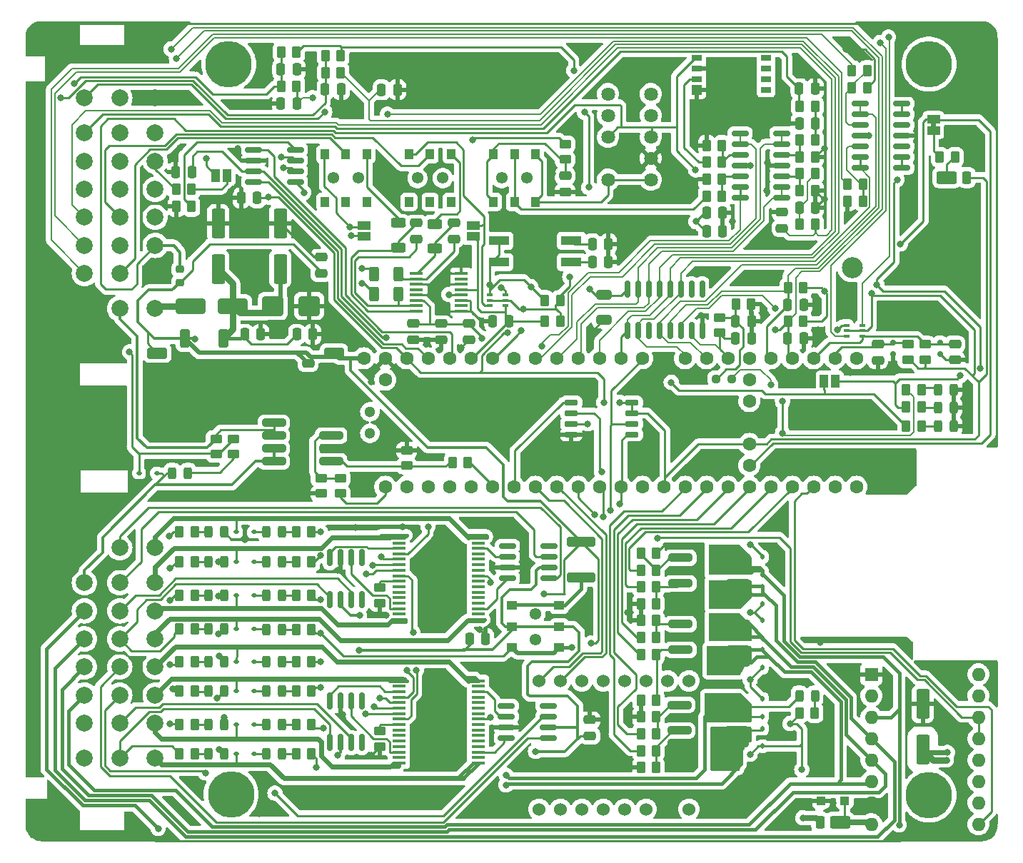
<source format=gtl>
G04 #@! TF.GenerationSoftware,KiCad,Pcbnew,7.0.11*
G04 #@! TF.CreationDate,2026-02-08T08:31:11+11:00*
G04 #@! TF.ProjectId,DropBear,44726f70-4265-4617-922e-6b696361645f,rev?*
G04 #@! TF.SameCoordinates,Original*
G04 #@! TF.FileFunction,Copper,L1,Top*
G04 #@! TF.FilePolarity,Positive*
%FSLAX46Y46*%
G04 Gerber Fmt 4.6, Leading zero omitted, Abs format (unit mm)*
G04 Created by KiCad (PCBNEW 7.0.11) date 2026-02-08 08:31:11*
%MOMM*%
%LPD*%
G01*
G04 APERTURE LIST*
G04 Aperture macros list*
%AMRoundRect*
0 Rectangle with rounded corners*
0 $1 Rounding radius*
0 $2 $3 $4 $5 $6 $7 $8 $9 X,Y pos of 4 corners*
0 Add a 4 corners polygon primitive as box body*
4,1,4,$2,$3,$4,$5,$6,$7,$8,$9,$2,$3,0*
0 Add four circle primitives for the rounded corners*
1,1,$1+$1,$2,$3*
1,1,$1+$1,$4,$5*
1,1,$1+$1,$6,$7*
1,1,$1+$1,$8,$9*
0 Add four rect primitives between the rounded corners*
20,1,$1+$1,$2,$3,$4,$5,0*
20,1,$1+$1,$4,$5,$6,$7,0*
20,1,$1+$1,$6,$7,$8,$9,0*
20,1,$1+$1,$8,$9,$2,$3,0*%
G04 Aperture macros list end*
G04 #@! TA.AperFunction,SMDPad,CuDef*
%ADD10RoundRect,0.243750X-0.243750X-0.456250X0.243750X-0.456250X0.243750X0.456250X-0.243750X0.456250X0*%
G04 #@! TD*
G04 #@! TA.AperFunction,SMDPad,CuDef*
%ADD11RoundRect,0.150000X-0.150000X0.825000X-0.150000X-0.825000X0.150000X-0.825000X0.150000X0.825000X0*%
G04 #@! TD*
G04 #@! TA.AperFunction,SMDPad,CuDef*
%ADD12RoundRect,0.150000X-0.825000X-0.150000X0.825000X-0.150000X0.825000X0.150000X-0.825000X0.150000X0*%
G04 #@! TD*
G04 #@! TA.AperFunction,SMDPad,CuDef*
%ADD13RoundRect,0.250000X-0.262500X-0.450000X0.262500X-0.450000X0.262500X0.450000X-0.262500X0.450000X0*%
G04 #@! TD*
G04 #@! TA.AperFunction,SMDPad,CuDef*
%ADD14RoundRect,0.250000X-0.450000X0.262500X-0.450000X-0.262500X0.450000X-0.262500X0.450000X0.262500X0*%
G04 #@! TD*
G04 #@! TA.AperFunction,SMDPad,CuDef*
%ADD15R,1.600200X0.431800*%
G04 #@! TD*
G04 #@! TA.AperFunction,SMDPad,CuDef*
%ADD16R,4.953000X4.953000*%
G04 #@! TD*
G04 #@! TA.AperFunction,SMDPad,CuDef*
%ADD17RoundRect,0.250000X0.475000X-0.250000X0.475000X0.250000X-0.475000X0.250000X-0.475000X-0.250000X0*%
G04 #@! TD*
G04 #@! TA.AperFunction,SMDPad,CuDef*
%ADD18RoundRect,0.250000X-0.250000X-0.475000X0.250000X-0.475000X0.250000X0.475000X-0.250000X0.475000X0*%
G04 #@! TD*
G04 #@! TA.AperFunction,SMDPad,CuDef*
%ADD19RoundRect,0.250000X0.250000X0.475000X-0.250000X0.475000X-0.250000X-0.475000X0.250000X-0.475000X0*%
G04 #@! TD*
G04 #@! TA.AperFunction,SMDPad,CuDef*
%ADD20RoundRect,0.250000X0.262500X0.450000X-0.262500X0.450000X-0.262500X-0.450000X0.262500X-0.450000X0*%
G04 #@! TD*
G04 #@! TA.AperFunction,SMDPad,CuDef*
%ADD21RoundRect,0.112500X0.112500X-0.187500X0.112500X0.187500X-0.112500X0.187500X-0.112500X-0.187500X0*%
G04 #@! TD*
G04 #@! TA.AperFunction,SMDPad,CuDef*
%ADD22RoundRect,0.112500X-0.112500X0.187500X-0.112500X-0.187500X0.112500X-0.187500X0.112500X0.187500X0*%
G04 #@! TD*
G04 #@! TA.AperFunction,SMDPad,CuDef*
%ADD23RoundRect,0.250000X-0.475000X0.250000X-0.475000X-0.250000X0.475000X-0.250000X0.475000X0.250000X0*%
G04 #@! TD*
G04 #@! TA.AperFunction,SMDPad,CuDef*
%ADD24RoundRect,0.250000X-0.925000X0.412500X-0.925000X-0.412500X0.925000X-0.412500X0.925000X0.412500X0*%
G04 #@! TD*
G04 #@! TA.AperFunction,SMDPad,CuDef*
%ADD25RoundRect,0.250000X0.450000X-0.262500X0.450000X0.262500X-0.450000X0.262500X-0.450000X-0.262500X0*%
G04 #@! TD*
G04 #@! TA.AperFunction,SMDPad,CuDef*
%ADD26RoundRect,0.150000X0.150000X-0.825000X0.150000X0.825000X-0.150000X0.825000X-0.150000X-0.825000X0*%
G04 #@! TD*
G04 #@! TA.AperFunction,SMDPad,CuDef*
%ADD27R,1.000000X1.150000*%
G04 #@! TD*
G04 #@! TA.AperFunction,ComponentPad*
%ADD28C,1.381000*%
G04 #@! TD*
G04 #@! TA.AperFunction,SMDPad,CuDef*
%ADD29RoundRect,0.250000X1.450000X-0.312500X1.450000X0.312500X-1.450000X0.312500X-1.450000X-0.312500X0*%
G04 #@! TD*
G04 #@! TA.AperFunction,SMDPad,CuDef*
%ADD30R,0.650000X0.400000*%
G04 #@! TD*
G04 #@! TA.AperFunction,SMDPad,CuDef*
%ADD31RoundRect,0.250000X0.650000X-0.325000X0.650000X0.325000X-0.650000X0.325000X-0.650000X-0.325000X0*%
G04 #@! TD*
G04 #@! TA.AperFunction,SMDPad,CuDef*
%ADD32RoundRect,0.237500X-0.250000X-0.237500X0.250000X-0.237500X0.250000X0.237500X-0.250000X0.237500X0*%
G04 #@! TD*
G04 #@! TA.AperFunction,SMDPad,CuDef*
%ADD33RoundRect,0.112500X-0.187500X-0.112500X0.187500X-0.112500X0.187500X0.112500X-0.187500X0.112500X0*%
G04 #@! TD*
G04 #@! TA.AperFunction,SMDPad,CuDef*
%ADD34R,1.600000X0.410000*%
G04 #@! TD*
G04 #@! TA.AperFunction,SMDPad,CuDef*
%ADD35RoundRect,0.218750X0.256250X-0.218750X0.256250X0.218750X-0.256250X0.218750X-0.256250X-0.218750X0*%
G04 #@! TD*
G04 #@! TA.AperFunction,SMDPad,CuDef*
%ADD36RoundRect,0.250000X0.550000X-1.500000X0.550000X1.500000X-0.550000X1.500000X-0.550000X-1.500000X0*%
G04 #@! TD*
G04 #@! TA.AperFunction,SMDPad,CuDef*
%ADD37RoundRect,0.250000X-0.950000X-0.500000X0.950000X-0.500000X0.950000X0.500000X-0.950000X0.500000X0*%
G04 #@! TD*
G04 #@! TA.AperFunction,SMDPad,CuDef*
%ADD38RoundRect,0.250000X-0.275000X-0.500000X0.275000X-0.500000X0.275000X0.500000X-0.275000X0.500000X0*%
G04 #@! TD*
G04 #@! TA.AperFunction,SMDPad,CuDef*
%ADD39RoundRect,0.250000X-1.000000X-0.900000X1.000000X-0.900000X1.000000X0.900000X-1.000000X0.900000X0*%
G04 #@! TD*
G04 #@! TA.AperFunction,SMDPad,CuDef*
%ADD40R,1.200000X0.800000*%
G04 #@! TD*
G04 #@! TA.AperFunction,SMDPad,CuDef*
%ADD41R,1.200000X1.200000*%
G04 #@! TD*
G04 #@! TA.AperFunction,ComponentPad*
%ADD42C,1.635000*%
G04 #@! TD*
G04 #@! TA.AperFunction,SMDPad,CuDef*
%ADD43RoundRect,0.243750X0.243750X0.456250X-0.243750X0.456250X-0.243750X-0.456250X0.243750X-0.456250X0*%
G04 #@! TD*
G04 #@! TA.AperFunction,SMDPad,CuDef*
%ADD44RoundRect,0.250000X1.500000X0.650000X-1.500000X0.650000X-1.500000X-0.650000X1.500000X-0.650000X0*%
G04 #@! TD*
G04 #@! TA.AperFunction,SMDPad,CuDef*
%ADD45R,2.440000X1.120000*%
G04 #@! TD*
G04 #@! TA.AperFunction,ComponentPad*
%ADD46C,2.000000*%
G04 #@! TD*
G04 #@! TA.AperFunction,ComponentPad*
%ADD47R,1.600000X1.600000*%
G04 #@! TD*
G04 #@! TA.AperFunction,ComponentPad*
%ADD48O,1.600000X1.600000*%
G04 #@! TD*
G04 #@! TA.AperFunction,SMDPad,CuDef*
%ADD49RoundRect,0.150000X-0.650000X-0.150000X0.650000X-0.150000X0.650000X0.150000X-0.650000X0.150000X0*%
G04 #@! TD*
G04 #@! TA.AperFunction,ComponentPad*
%ADD50C,5.500000*%
G04 #@! TD*
G04 #@! TA.AperFunction,ComponentPad*
%ADD51C,2.500000*%
G04 #@! TD*
G04 #@! TA.AperFunction,ComponentPad*
%ADD52C,2.540000*%
G04 #@! TD*
G04 #@! TA.AperFunction,SMDPad,CuDef*
%ADD53RoundRect,0.250000X0.950000X0.500000X-0.950000X0.500000X-0.950000X-0.500000X0.950000X-0.500000X0*%
G04 #@! TD*
G04 #@! TA.AperFunction,SMDPad,CuDef*
%ADD54RoundRect,0.250000X0.275000X0.500000X-0.275000X0.500000X-0.275000X-0.500000X0.275000X-0.500000X0*%
G04 #@! TD*
G04 #@! TA.AperFunction,SMDPad,CuDef*
%ADD55RoundRect,0.250000X-0.625000X0.312500X-0.625000X-0.312500X0.625000X-0.312500X0.625000X0.312500X0*%
G04 #@! TD*
G04 #@! TA.AperFunction,SMDPad,CuDef*
%ADD56RoundRect,0.250000X-0.312500X-0.625000X0.312500X-0.625000X0.312500X0.625000X-0.312500X0.625000X0*%
G04 #@! TD*
G04 #@! TA.AperFunction,SMDPad,CuDef*
%ADD57R,1.000000X1.500000*%
G04 #@! TD*
G04 #@! TA.AperFunction,SMDPad,CuDef*
%ADD58R,1.500000X1.000000*%
G04 #@! TD*
G04 #@! TA.AperFunction,SMDPad,CuDef*
%ADD59R,1.150000X1.000000*%
G04 #@! TD*
G04 #@! TA.AperFunction,SMDPad,CuDef*
%ADD60RoundRect,0.237500X-1.162500X-0.237500X1.162500X-0.237500X1.162500X0.237500X-1.162500X0.237500X0*%
G04 #@! TD*
G04 #@! TA.AperFunction,SMDPad,CuDef*
%ADD61RoundRect,0.237500X1.162500X0.237500X-1.162500X0.237500X-1.162500X-0.237500X1.162500X-0.237500X0*%
G04 #@! TD*
G04 #@! TA.AperFunction,SMDPad,CuDef*
%ADD62RoundRect,0.250000X0.300000X0.300000X-0.300000X0.300000X-0.300000X-0.300000X0.300000X-0.300000X0*%
G04 #@! TD*
G04 #@! TA.AperFunction,SMDPad,CuDef*
%ADD63RoundRect,0.150000X0.200000X-0.150000X0.200000X0.150000X-0.200000X0.150000X-0.200000X-0.150000X0*%
G04 #@! TD*
G04 #@! TA.AperFunction,ComponentPad*
%ADD64C,1.524000*%
G04 #@! TD*
G04 #@! TA.AperFunction,ComponentPad*
%ADD65C,1.600000*%
G04 #@! TD*
G04 #@! TA.AperFunction,ComponentPad*
%ADD66C,1.300000*%
G04 #@! TD*
G04 #@! TA.AperFunction,SMDPad,CuDef*
%ADD67RoundRect,0.250000X-0.350000X0.850000X-0.350000X-0.850000X0.350000X-0.850000X0.350000X0.850000X0*%
G04 #@! TD*
G04 #@! TA.AperFunction,SMDPad,CuDef*
%ADD68RoundRect,0.250000X-1.125000X1.275000X-1.125000X-1.275000X1.125000X-1.275000X1.125000X1.275000X0*%
G04 #@! TD*
G04 #@! TA.AperFunction,SMDPad,CuDef*
%ADD69RoundRect,0.249997X-2.650003X2.950003X-2.650003X-2.950003X2.650003X-2.950003X2.650003X2.950003X0*%
G04 #@! TD*
G04 #@! TA.AperFunction,ViaPad*
%ADD70C,0.800000*%
G04 #@! TD*
G04 #@! TA.AperFunction,Conductor*
%ADD71C,0.250000*%
G04 #@! TD*
G04 #@! TA.AperFunction,Conductor*
%ADD72C,0.400000*%
G04 #@! TD*
G04 #@! TA.AperFunction,Conductor*
%ADD73C,0.600000*%
G04 #@! TD*
G04 #@! TA.AperFunction,Conductor*
%ADD74C,0.700000*%
G04 #@! TD*
G04 #@! TA.AperFunction,Conductor*
%ADD75C,0.800000*%
G04 #@! TD*
G04 #@! TA.AperFunction,Conductor*
%ADD76C,0.200000*%
G04 #@! TD*
G04 #@! TA.AperFunction,Conductor*
%ADD77C,0.500000*%
G04 #@! TD*
G04 #@! TA.AperFunction,Conductor*
%ADD78C,0.750000*%
G04 #@! TD*
G04 #@! TA.AperFunction,Conductor*
%ADD79C,0.350000*%
G04 #@! TD*
G04 #@! TA.AperFunction,Conductor*
%ADD80C,0.380000*%
G04 #@! TD*
G04 #@! TA.AperFunction,Conductor*
%ADD81C,0.300000*%
G04 #@! TD*
G04 APERTURE END LIST*
G04 #@! TA.AperFunction,EtchedComponent*
G36*
X267000000Y-37954000D02*
G01*
X266400000Y-37954000D01*
X266400000Y-37454000D01*
X267000000Y-37454000D01*
X267000000Y-37954000D01*
G37*
G04 #@! TD.AperFunction*
D10*
X187562500Y-93500000D03*
X189437500Y-93500000D03*
X187562500Y-89500000D03*
X189437500Y-89500000D03*
X187562500Y-86000000D03*
X189437500Y-86000000D03*
D11*
X198905000Y-89025000D03*
X197635000Y-89025000D03*
X196365000Y-89025000D03*
X195095000Y-89025000D03*
X195095000Y-93975000D03*
X196365000Y-93975000D03*
X197635000Y-93975000D03*
X198905000Y-93975000D03*
D12*
X216157000Y-87630000D03*
X216157000Y-88900000D03*
X216157000Y-90170000D03*
X216157000Y-91440000D03*
X221107000Y-91440000D03*
X221107000Y-90170000D03*
X221107000Y-88900000D03*
X221107000Y-87630000D03*
D13*
X191087500Y-112268000D03*
X192912500Y-112268000D03*
D14*
X201000000Y-109587500D03*
X201000000Y-111412500D03*
D10*
X187562500Y-101349000D03*
X189437500Y-101349000D03*
X187562500Y-112268000D03*
X189437500Y-112268000D03*
X187562500Y-104849000D03*
X189437500Y-104849000D03*
D11*
X198905000Y-106025000D03*
X197635000Y-106025000D03*
X196365000Y-106025000D03*
X195095000Y-106025000D03*
X195095000Y-110975000D03*
X196365000Y-110975000D03*
X197635000Y-110975000D03*
X198905000Y-110975000D03*
D12*
X216025000Y-106595000D03*
X216025000Y-107865000D03*
X216025000Y-109135000D03*
X216025000Y-110405000D03*
X220975000Y-110405000D03*
X220975000Y-109135000D03*
X220975000Y-107865000D03*
X220975000Y-106595000D03*
D15*
X203301000Y-103623200D03*
X203301000Y-104283600D03*
X203301000Y-104918600D03*
X203301000Y-105579000D03*
X203301000Y-106214000D03*
X203301000Y-106874400D03*
X203301000Y-107534800D03*
X203301000Y-108169800D03*
X203301000Y-108830200D03*
X203301000Y-109465200D03*
X203301000Y-110125600D03*
X203301000Y-110786000D03*
X203301000Y-111421000D03*
X203301000Y-112081400D03*
X203301000Y-112716400D03*
X203301000Y-113376800D03*
X212699000Y-113376800D03*
X212699000Y-112716400D03*
X212699000Y-112081400D03*
X212699000Y-111421000D03*
X212699000Y-110786000D03*
X212699000Y-110125600D03*
X212699000Y-109465200D03*
X212699000Y-108830200D03*
X212699000Y-108169800D03*
X212699000Y-107534800D03*
X212699000Y-106874400D03*
X212699000Y-106214000D03*
X212699000Y-105579000D03*
X212699000Y-104918600D03*
X212699000Y-104283600D03*
X212699000Y-103623200D03*
D16*
X208000000Y-108500000D03*
D10*
X187562500Y-108849000D03*
X189437500Y-108849000D03*
D14*
X201000000Y-92587500D03*
X201000000Y-94412500D03*
D10*
X187562500Y-97536000D03*
X189437500Y-97536000D03*
D17*
X248729994Y-49950000D03*
X248729994Y-48050000D03*
D18*
X249415500Y-59023000D03*
X251315500Y-59023000D03*
X250779994Y-47500000D03*
X252679994Y-47500000D03*
X250764000Y-33401000D03*
X252664000Y-33401000D03*
X194550000Y-33500000D03*
X196450000Y-33500000D03*
D19*
X252679994Y-37500000D03*
X250779994Y-37500000D03*
D18*
X201234000Y-33528000D03*
X203134000Y-33528000D03*
D19*
X241676000Y-48155000D03*
X239776000Y-48155000D03*
D13*
X189333500Y-29083000D03*
X191158500Y-29083000D03*
D20*
X196412500Y-31500000D03*
X194587500Y-31500000D03*
X241626500Y-42125000D03*
X239801500Y-42125000D03*
D13*
X250817494Y-43500000D03*
X252642494Y-43500000D03*
X239776000Y-44125000D03*
X241601000Y-44125000D03*
X220587500Y-58500000D03*
X222412500Y-58500000D03*
X231991500Y-113919000D03*
X233816500Y-113919000D03*
D20*
X233816500Y-107919000D03*
X231991500Y-107919000D03*
D13*
X231991500Y-94500000D03*
X233816500Y-94500000D03*
X231991500Y-88500000D03*
X233816500Y-88500000D03*
D21*
X246444000Y-94550000D03*
X246444000Y-92450000D03*
D22*
X246444000Y-105791000D03*
X246444000Y-107891000D03*
D21*
X246444000Y-102050000D03*
X246444000Y-99950000D03*
D22*
X246444000Y-96450000D03*
X246444000Y-98550000D03*
D13*
X231991500Y-105918000D03*
X233816500Y-105918000D03*
D20*
X233816500Y-96500000D03*
X231991500Y-96500000D03*
D13*
X249453000Y-61023000D03*
X251278000Y-61023000D03*
D23*
X192532000Y-66004400D03*
X192532000Y-67904400D03*
D17*
X194056000Y-55306000D03*
X194056000Y-53406000D03*
D24*
X195580000Y-64756500D03*
X195580000Y-67831500D03*
X174650400Y-64756500D03*
X174650400Y-67831500D03*
D21*
X246444000Y-111391000D03*
X246444000Y-109291000D03*
D22*
X246444000Y-88950000D03*
X246444000Y-91050000D03*
D12*
X186058000Y-40640000D03*
X186058000Y-41910000D03*
X186058000Y-43180000D03*
X186058000Y-44450000D03*
X191008000Y-44450000D03*
X191008000Y-43180000D03*
X191008000Y-41910000D03*
X191008000Y-40640000D03*
D18*
X243222500Y-60992000D03*
X245122500Y-60992000D03*
X243222500Y-62992000D03*
X245122500Y-62992000D03*
D19*
X228153000Y-51816000D03*
X226253000Y-51816000D03*
D18*
X214442000Y-61000000D03*
X216342000Y-61000000D03*
D25*
X241300000Y-62380500D03*
X241300000Y-60555500D03*
D20*
X251278000Y-57023000D03*
X249453000Y-57023000D03*
D13*
X194587500Y-29500000D03*
X196412500Y-29500000D03*
X250817494Y-39500000D03*
X252642494Y-39500000D03*
D20*
X222412500Y-61000000D03*
X220587500Y-61000000D03*
D26*
X230378000Y-62100000D03*
X231648000Y-62100000D03*
X232918000Y-62100000D03*
X234188000Y-62100000D03*
X235458000Y-62100000D03*
X236728000Y-62100000D03*
X237998000Y-62100000D03*
X239268000Y-62100000D03*
X239268000Y-57150000D03*
X237998000Y-57150000D03*
X236728000Y-57150000D03*
X235458000Y-57150000D03*
X234188000Y-57150000D03*
X232918000Y-57150000D03*
X231648000Y-57150000D03*
X230378000Y-57150000D03*
D27*
X194500000Y-41175000D03*
X197000000Y-41175000D03*
X199500000Y-41175000D03*
X194500000Y-46825000D03*
X197000000Y-46825000D03*
X199500000Y-46825000D03*
D28*
X195500000Y-44000000D03*
X198500000Y-44000000D03*
D18*
X249415500Y-63023000D03*
X251315500Y-63023000D03*
D19*
X241676000Y-50282000D03*
X239776000Y-50282000D03*
D20*
X245085000Y-58992000D03*
X243260000Y-58992000D03*
D13*
X250817494Y-49500000D03*
X252642494Y-49500000D03*
D20*
X252642494Y-35500000D03*
X250817494Y-35500000D03*
X191158500Y-33147000D03*
X189333500Y-33147000D03*
D13*
X239801500Y-40125000D03*
X241626500Y-40125000D03*
D20*
X252642494Y-45500000D03*
X250817494Y-45500000D03*
X252642494Y-41500000D03*
X250817494Y-41500000D03*
X258849500Y-31242000D03*
X257024500Y-31242000D03*
X258849500Y-33274000D03*
X257024500Y-33274000D03*
X258341500Y-44704000D03*
X256516500Y-44704000D03*
D13*
X256516500Y-46736000D03*
X258341500Y-46736000D03*
D12*
X243754994Y-38690000D03*
X243754994Y-39960000D03*
X243754994Y-41230000D03*
X243754994Y-42500000D03*
X243754994Y-43770000D03*
X243754994Y-45040000D03*
X243754994Y-46310000D03*
X248704994Y-46310000D03*
X248704994Y-45040000D03*
X248704994Y-43770000D03*
X248704994Y-42500000D03*
X248704994Y-41230000D03*
X248704994Y-39960000D03*
X248704994Y-38690000D03*
X258002000Y-35179000D03*
X258002000Y-36449000D03*
X258002000Y-37719000D03*
X258002000Y-38989000D03*
X258002000Y-40259000D03*
X258002000Y-41529000D03*
X258002000Y-42799000D03*
X262952000Y-42799000D03*
X262952000Y-41529000D03*
X262952000Y-40259000D03*
X262952000Y-38989000D03*
X262952000Y-37719000D03*
X262952000Y-36449000D03*
X262952000Y-35179000D03*
D29*
X224917000Y-91418500D03*
X224917000Y-87143500D03*
D18*
X226253000Y-53975000D03*
X228153000Y-53975000D03*
D30*
X214050000Y-57850000D03*
X214050000Y-58500000D03*
X214050000Y-59150000D03*
X215950000Y-59150000D03*
X215950000Y-58500000D03*
X215950000Y-57850000D03*
D13*
X176887500Y-47394000D03*
X178712500Y-47394000D03*
D18*
X176850000Y-43307000D03*
X178750000Y-43307000D03*
D19*
X186497000Y-46355000D03*
X184597000Y-46355000D03*
D20*
X241601000Y-46125000D03*
X239776000Y-46125000D03*
D31*
X227584000Y-60784000D03*
X227584000Y-57834000D03*
D18*
X189296000Y-31115000D03*
X191196000Y-31115000D03*
X185028800Y-62534800D03*
X186928800Y-62534800D03*
D32*
X240919500Y-67818000D03*
X242744500Y-67818000D03*
D14*
X181610000Y-74931900D03*
X181610000Y-76756900D03*
D33*
X183989000Y-108849000D03*
X186089000Y-108849000D03*
X183989000Y-93500000D03*
X186089000Y-93500000D03*
X183989000Y-104849000D03*
X186089000Y-104849000D03*
X183989000Y-89500000D03*
X186089000Y-89500000D03*
D19*
X191196000Y-35179000D03*
X189296000Y-35179000D03*
D23*
X205359000Y-49342000D03*
X205359000Y-51242000D03*
D17*
X209804000Y-51242000D03*
X209804000Y-49342000D03*
D23*
X208280000Y-61280000D03*
X208280000Y-63180000D03*
X204978000Y-61280000D03*
X204978000Y-63180000D03*
X211582000Y-61280000D03*
X211582000Y-63180000D03*
D34*
X210680300Y-59766200D03*
X210680300Y-59131200D03*
X210680300Y-58496200D03*
X210680300Y-57861200D03*
X210680300Y-57226200D03*
X210680300Y-56591200D03*
X210680300Y-55956200D03*
X210680300Y-55321200D03*
X205371700Y-55321200D03*
X205371700Y-55956200D03*
X205371700Y-56591200D03*
X205371700Y-57226200D03*
X205371700Y-57861200D03*
X205371700Y-58496200D03*
X205371700Y-59131200D03*
X205371700Y-59766200D03*
D17*
X269240000Y-65593000D03*
X269240000Y-63693000D03*
X260096000Y-65616500D03*
X260096000Y-63716500D03*
D14*
X265684000Y-63730500D03*
X265684000Y-65555500D03*
X263652000Y-63730500D03*
X263652000Y-65555500D03*
D30*
X258273062Y-62753000D03*
X258273062Y-62103000D03*
X258273062Y-61453000D03*
X256373062Y-61453000D03*
X256373062Y-62103000D03*
X256373062Y-62753000D03*
D35*
X177292000Y-56413500D03*
X177292000Y-54838500D03*
D20*
X192936500Y-108839000D03*
X191111500Y-108839000D03*
X192936500Y-93472000D03*
X191111500Y-93472000D03*
X192936500Y-104849000D03*
X191111500Y-104849000D03*
X192936500Y-89500000D03*
X191111500Y-89500000D03*
D13*
X191111500Y-97536000D03*
X192936500Y-97536000D03*
X191111500Y-101349000D03*
X192936500Y-101349000D03*
X191111500Y-86000000D03*
X192936500Y-86000000D03*
D36*
X265430000Y-111793000D03*
X265430000Y-106393000D03*
D37*
X255612000Y-120396000D03*
D38*
X253237000Y-120396000D03*
D39*
X188350000Y-59182000D03*
X192650000Y-59182000D03*
D40*
X246833000Y-33528000D03*
X246833000Y-32258000D03*
X246833000Y-30988000D03*
X246833000Y-29718000D03*
X238633000Y-29718000D03*
X238633000Y-30988000D03*
X238633000Y-32258000D03*
D41*
X238633000Y-33528000D03*
D42*
X233172000Y-44196000D03*
X233172000Y-41656000D03*
X233172000Y-39116000D03*
X233172000Y-36576000D03*
X233172000Y-34036000D03*
X228092000Y-44196000D03*
X228092000Y-41656000D03*
X228092000Y-39116000D03*
X228092000Y-36576000D03*
X228092000Y-34036000D03*
D43*
X269122250Y-69088000D03*
X267247250Y-69088000D03*
X269122250Y-73406000D03*
X267247250Y-73406000D03*
X269122250Y-71247000D03*
X267247250Y-71247000D03*
D36*
X189230000Y-54770000D03*
X189230000Y-49370000D03*
X181864000Y-54770000D03*
X181864000Y-49370000D03*
D44*
X183602000Y-59182000D03*
X178602000Y-59182000D03*
D20*
X233816500Y-98500000D03*
X231991500Y-98500000D03*
X233816500Y-100500000D03*
X231991500Y-100500000D03*
X233816500Y-90500000D03*
X231991500Y-90500000D03*
X233816500Y-92500000D03*
X231991500Y-92500000D03*
X233816500Y-109919000D03*
X231991500Y-109919000D03*
X233816500Y-111919000D03*
X231991500Y-111919000D03*
D15*
X203301000Y-86623200D03*
X203301000Y-87283600D03*
X203301000Y-87918600D03*
X203301000Y-88579000D03*
X203301000Y-89214000D03*
X203301000Y-89874400D03*
X203301000Y-90534800D03*
X203301000Y-91169800D03*
X203301000Y-91830200D03*
X203301000Y-92465200D03*
X203301000Y-93125600D03*
X203301000Y-93786000D03*
X203301000Y-94421000D03*
X203301000Y-95081400D03*
X203301000Y-95716400D03*
X203301000Y-96376800D03*
X212699000Y-96376800D03*
X212699000Y-95716400D03*
X212699000Y-95081400D03*
X212699000Y-94421000D03*
X212699000Y-93786000D03*
X212699000Y-93125600D03*
X212699000Y-92465200D03*
X212699000Y-91830200D03*
X212699000Y-91169800D03*
X212699000Y-90534800D03*
X212699000Y-89874400D03*
X212699000Y-89214000D03*
X212699000Y-88579000D03*
X212699000Y-87918600D03*
X212699000Y-87283600D03*
X212699000Y-86623200D03*
D16*
X208000000Y-91500000D03*
D45*
X223761000Y-53975000D03*
X223761000Y-51435000D03*
X215151000Y-51435000D03*
X215151000Y-53975000D03*
D17*
X225933000Y-110170000D03*
X225933000Y-108270000D03*
D18*
X211667001Y-98638001D03*
X213567001Y-98638001D03*
D46*
X174396000Y-112805000D03*
X174396000Y-108655000D03*
X174396000Y-105325000D03*
X174396000Y-101995000D03*
X174396000Y-98665000D03*
X174396000Y-95335000D03*
X174396000Y-92005000D03*
X174396000Y-87855000D03*
X170196000Y-112805000D03*
X170196000Y-108655000D03*
X170196000Y-105325000D03*
X170196000Y-101995000D03*
X170196000Y-98665000D03*
X170196000Y-95335000D03*
X170196000Y-92005000D03*
X170196000Y-87855000D03*
X165996000Y-112805000D03*
X165996000Y-108655000D03*
X165996000Y-105325000D03*
X165996000Y-101995000D03*
X165996000Y-98665000D03*
X165996000Y-95335000D03*
X165996000Y-92005000D03*
X165996000Y-87855000D03*
X174396000Y-59465000D03*
X174396000Y-55315000D03*
X174396000Y-51985000D03*
X174396000Y-48655000D03*
X174396000Y-45325000D03*
X174396000Y-41995000D03*
X174396000Y-38665000D03*
X174396000Y-34515000D03*
X170196000Y-59465000D03*
X170196000Y-55315000D03*
X170196000Y-51985000D03*
X170196000Y-48655000D03*
X170196000Y-45325000D03*
X170196000Y-41995000D03*
X170196000Y-38665000D03*
X170196000Y-34515000D03*
X165996000Y-59465000D03*
X165996000Y-55315000D03*
X165996000Y-51985000D03*
X165996000Y-48655000D03*
X165996000Y-45325000D03*
X165996000Y-41995000D03*
X165996000Y-38665000D03*
X165996000Y-34515000D03*
D27*
X204500000Y-41175000D03*
X207000000Y-41175000D03*
X209500000Y-41175000D03*
X204500000Y-46825000D03*
X207000000Y-46825000D03*
X209500000Y-46825000D03*
D28*
X205500000Y-44000000D03*
X208500000Y-44000000D03*
D33*
X183989000Y-86000000D03*
X186089000Y-86000000D03*
D43*
X182547500Y-86000000D03*
X180672500Y-86000000D03*
D20*
X179093500Y-85979000D03*
X177268500Y-85979000D03*
D43*
X182547500Y-112268000D03*
X180672500Y-112268000D03*
X182547500Y-108849000D03*
X180672500Y-108849000D03*
X182547500Y-97500000D03*
X180672500Y-97500000D03*
X182547500Y-93500000D03*
X180672500Y-93500000D03*
X182547500Y-104849000D03*
X180672500Y-104849000D03*
X182547500Y-101346000D03*
X180672500Y-101346000D03*
X182547500Y-89500000D03*
X180672500Y-89500000D03*
D20*
X179093500Y-112268000D03*
X177268500Y-112268000D03*
X179093500Y-108849000D03*
X177268500Y-108849000D03*
X179093500Y-93500000D03*
X177268500Y-93500000D03*
X179093500Y-104849000D03*
X177268500Y-104849000D03*
X179093500Y-101349000D03*
X177268500Y-101349000D03*
X179093500Y-89500000D03*
X177268500Y-89500000D03*
D33*
X183989000Y-97500000D03*
X186089000Y-97500000D03*
D20*
X179093500Y-97500000D03*
X177268500Y-97500000D03*
D47*
X259334000Y-102870000D03*
D48*
X259334000Y-105410000D03*
X259334000Y-107950000D03*
X259334000Y-110490000D03*
X259334000Y-113030000D03*
X259334000Y-115570000D03*
X259334000Y-118110000D03*
X259334000Y-120650000D03*
X272034000Y-120650000D03*
X272034000Y-118110000D03*
X272034000Y-115570000D03*
X272034000Y-113030000D03*
X272034000Y-110490000D03*
X272034000Y-107950000D03*
X272034000Y-105410000D03*
X272034000Y-102870000D03*
D49*
X223730000Y-70612000D03*
X223730000Y-71882000D03*
X223730000Y-73152000D03*
X223730000Y-74422000D03*
X230930000Y-74422000D03*
X230930000Y-73152000D03*
X230930000Y-71882000D03*
X230930000Y-70612000D03*
D50*
X266160000Y-117200000D03*
X266160000Y-30500000D03*
X183102000Y-30480000D03*
D33*
X183989000Y-112268000D03*
X186089000Y-112268000D03*
X183989000Y-101349000D03*
X186089000Y-101349000D03*
D51*
X257040395Y-54610000D03*
D52*
X266570395Y-54610000D03*
D53*
X268288400Y-43942000D03*
D54*
X270663400Y-43942000D03*
D55*
X203200000Y-49337500D03*
X203200000Y-52262500D03*
D56*
X200340500Y-57785000D03*
X203265500Y-57785000D03*
X200340500Y-55372000D03*
X203265500Y-55372000D03*
D55*
X207518000Y-49464500D03*
X207518000Y-52389500D03*
D57*
X181598000Y-43688000D03*
X182898000Y-43688000D03*
D13*
X176887500Y-45339000D03*
X178712500Y-45339000D03*
D58*
X199136000Y-49642000D03*
X199136000Y-50942000D03*
X212090000Y-50942000D03*
X212090000Y-49642000D03*
D27*
X214500000Y-41175000D03*
X217000000Y-41175000D03*
X219500000Y-41175000D03*
X214500000Y-46825000D03*
X217000000Y-46825000D03*
X219500000Y-46825000D03*
D28*
X215500000Y-44000000D03*
X218500000Y-44000000D03*
D59*
X216675000Y-99706000D03*
X216675000Y-97206000D03*
X216675000Y-94706000D03*
X222325000Y-99706000D03*
X222325000Y-97206000D03*
X222325000Y-94706000D03*
D28*
X219500000Y-98706000D03*
X219500000Y-95706000D03*
D60*
X236693000Y-89027000D03*
X236693000Y-90547000D03*
X236693000Y-92067000D03*
X236693000Y-93587000D03*
X243493000Y-93587000D03*
X243493000Y-92067000D03*
X243493000Y-90547000D03*
X243493000Y-89027000D03*
X236693000Y-96901000D03*
X236693000Y-98421000D03*
X236693000Y-99941000D03*
X236693000Y-101461000D03*
X243493000Y-101461000D03*
X243493000Y-99941000D03*
X243493000Y-98421000D03*
X243493000Y-96901000D03*
X236566000Y-106497000D03*
X236566000Y-108017000D03*
X236566000Y-109537000D03*
X236566000Y-111057000D03*
X243366000Y-111057000D03*
X243366000Y-109537000D03*
X243366000Y-108017000D03*
X243366000Y-106497000D03*
D57*
X253731000Y-68072000D03*
X255031000Y-68072000D03*
D13*
X267438500Y-41529000D03*
X269263500Y-41529000D03*
D61*
X195259400Y-77597000D03*
X195259400Y-76077000D03*
X195259400Y-74557000D03*
X195259400Y-73037000D03*
X188459400Y-73037000D03*
X188459400Y-74557000D03*
X188459400Y-76077000D03*
X188459400Y-77597000D03*
D17*
X223012000Y-45654000D03*
X223012000Y-43754000D03*
D62*
X256162000Y-117856000D03*
X253362000Y-117856000D03*
D25*
X194056000Y-81430500D03*
X194056000Y-79605500D03*
D20*
X265275700Y-69088000D03*
X263450700Y-69088000D03*
D10*
X176405300Y-78994000D03*
X178280300Y-78994000D03*
D58*
X266700000Y-38354000D03*
X266700000Y-37054000D03*
D63*
X261874000Y-63497000D03*
X261874000Y-64897000D03*
D33*
X172482800Y-78994000D03*
X174582800Y-78994000D03*
D10*
X250776500Y-105410000D03*
X252651500Y-105410000D03*
D14*
X196342000Y-79605500D03*
X196342000Y-81430500D03*
X183692800Y-74931900D03*
X183692800Y-76756900D03*
D13*
X263450700Y-71170800D03*
X265275700Y-71170800D03*
D63*
X267462000Y-63500000D03*
X267462000Y-64900000D03*
D64*
X237693200Y-118872000D03*
X237693200Y-103632000D03*
X235153200Y-118872000D03*
X235153200Y-103632000D03*
X232613200Y-118872000D03*
X232613200Y-103632000D03*
X230073200Y-118872000D03*
X230073200Y-103632000D03*
X227533200Y-118872000D03*
X227533200Y-103632000D03*
X224993200Y-118872000D03*
X224993200Y-103632000D03*
X222453200Y-118872000D03*
X222453200Y-103632000D03*
X219913200Y-118872000D03*
X219913200Y-103632000D03*
D13*
X263450700Y-73406000D03*
X265275700Y-73406000D03*
D47*
X199136000Y-80620000D03*
D65*
X201676000Y-80620000D03*
X204216000Y-80620000D03*
X206756000Y-80620000D03*
X209296000Y-80620000D03*
X211836000Y-80620000D03*
X214376000Y-80620000D03*
X216916000Y-80620000D03*
X219456000Y-80620000D03*
X221996000Y-80620000D03*
X224536000Y-80620000D03*
X227076000Y-80620000D03*
X229616000Y-80620000D03*
X232156000Y-80620000D03*
X234696000Y-80620000D03*
X237236000Y-80620000D03*
X239776000Y-80620000D03*
X242316000Y-80620000D03*
X244856000Y-80620000D03*
X247396000Y-80620000D03*
X249936000Y-80620000D03*
X252476000Y-80620000D03*
X255016000Y-80620000D03*
X257556000Y-80620000D03*
X257556000Y-65380000D03*
X255016000Y-65380000D03*
X252476000Y-65380000D03*
X249936000Y-65380000D03*
X247396000Y-65380000D03*
X244856000Y-65380000D03*
X242316000Y-65380000D03*
X239776000Y-65380000D03*
X237236000Y-65380000D03*
X234696000Y-65380000D03*
X232156000Y-65380000D03*
X229616000Y-65380000D03*
X227076000Y-65380000D03*
X224536000Y-65380000D03*
X221996000Y-65380000D03*
X219456000Y-65380000D03*
X216916000Y-65380000D03*
X214376000Y-65380000D03*
X211836000Y-65380000D03*
X209296000Y-65380000D03*
X206756000Y-65380000D03*
X204216000Y-65380000D03*
X201676000Y-65380000D03*
X199136000Y-65380000D03*
X201676000Y-67920000D03*
X244856000Y-78080000D03*
X244856000Y-75540000D03*
X244856000Y-73000000D03*
X244856000Y-70460000D03*
X244856000Y-67920000D03*
D66*
X199866000Y-71730000D03*
X199866000Y-74270000D03*
D50*
X183388000Y-117094000D03*
D13*
X250801500Y-107442000D03*
X252626500Y-107442000D03*
D67*
X182499000Y-63032000D03*
D68*
X181744000Y-67657000D03*
X178694000Y-67657000D03*
D69*
X180219000Y-69332000D03*
D68*
X181744000Y-71007000D03*
X178694000Y-71007000D03*
D67*
X177939000Y-63032000D03*
D25*
X204216000Y-78128500D03*
X204216000Y-76303500D03*
D18*
X191175600Y-62534800D03*
X193075600Y-62534800D03*
D13*
X209653500Y-77724000D03*
X211478500Y-77724000D03*
D14*
X223012000Y-39981500D03*
X223012000Y-41806500D03*
D70*
X268351000Y-112141000D03*
X268224000Y-113030000D03*
X194000000Y-86000000D03*
X248793000Y-74263000D03*
X194000000Y-104394000D03*
X244983000Y-87503000D03*
X244944000Y-103500000D03*
X244944000Y-112341000D03*
X223774000Y-99695000D03*
X171348400Y-64617600D03*
X193499647Y-113859033D03*
X247396000Y-68478400D03*
X194000000Y-94000000D03*
X194000000Y-101346004D03*
X251079000Y-114173000D03*
X194000000Y-88784010D03*
X194000000Y-98000000D03*
X251206000Y-119888000D03*
X249682000Y-108712000D03*
X194310000Y-109220004D03*
X244944000Y-95500000D03*
X248793000Y-70485000D03*
X201803000Y-95885000D03*
X206500000Y-93603000D03*
X209500000Y-93603000D03*
X208026000Y-93599000D03*
X208026000Y-92202000D03*
X206500000Y-92206000D03*
X209500000Y-92206000D03*
X208026000Y-90805000D03*
X209500000Y-90809000D03*
X206500000Y-90809000D03*
X206500000Y-89412000D03*
X208026000Y-89408000D03*
X209500000Y-89412000D03*
X206500000Y-112018000D03*
X209500000Y-112018000D03*
X209500000Y-105018000D03*
X206502000Y-105029000D03*
X208026000Y-105029000D03*
X208026000Y-112014000D03*
X208026000Y-110617000D03*
X206500000Y-110621000D03*
X209500000Y-110621000D03*
X209500000Y-106430000D03*
X206500000Y-106430000D03*
X208026000Y-106426000D03*
X208026000Y-109220000D03*
X209500000Y-109224000D03*
X206500000Y-107827000D03*
X208026000Y-107823000D03*
X206500000Y-109224000D03*
X209500000Y-107827000D03*
X168402000Y-74295000D03*
X167386000Y-74295000D03*
X166370000Y-74295000D03*
X165354000Y-74295000D03*
X167386000Y-73152000D03*
X168402000Y-73152000D03*
X165354000Y-73152000D03*
X166370000Y-73152000D03*
X166370000Y-72009000D03*
X165354000Y-72009000D03*
X167386000Y-72009000D03*
X168402000Y-72009000D03*
X160782000Y-74295000D03*
X160782000Y-73152000D03*
X160782000Y-72009000D03*
X167386000Y-29718000D03*
X239674400Y-117246400D03*
X239674400Y-119532400D03*
X230421000Y-95510750D03*
X235966000Y-95250000D03*
X237490000Y-95250000D03*
X242976400Y-104038400D03*
X237744000Y-112720000D03*
X245872000Y-114046000D03*
X202184000Y-76200000D03*
X219075000Y-70485000D03*
X166370000Y-62230000D03*
X263144000Y-61214000D03*
X181864000Y-93599000D03*
X168402000Y-62230000D03*
X238633000Y-87630000D03*
X184000000Y-35500000D03*
X258064000Y-72136000D03*
X238887000Y-95250000D03*
X184912000Y-68453000D03*
X180594000Y-71247000D03*
X236220000Y-87630000D03*
X165354000Y-62230000D03*
X191770000Y-54864000D03*
X187401200Y-67157600D03*
X247650000Y-104394000D03*
X181864000Y-69977000D03*
X269087600Y-54051200D03*
X229870000Y-52832000D03*
X209500000Y-88000000D03*
X217932000Y-117094000D03*
X247030994Y-42164000D03*
X218567000Y-52832000D03*
X235839000Y-112720000D03*
X246634000Y-51308000D03*
X179324000Y-67437000D03*
X208518670Y-59195044D03*
X248031000Y-88265000D03*
X183337200Y-45567600D03*
X239141000Y-36830000D03*
X173228000Y-121412000D03*
X253752997Y-40500000D03*
X184912000Y-69596000D03*
X268833600Y-103124000D03*
X270814800Y-40030400D03*
X177287701Y-40381701D03*
X212500000Y-102000000D03*
X168402000Y-75438000D03*
X184912000Y-71882000D03*
X178054000Y-69977000D03*
X263144000Y-26416000D03*
X219964000Y-113538000D03*
X226720400Y-112928400D03*
X221361000Y-31750000D03*
X247990992Y-85257008D03*
X224917000Y-77978000D03*
X180594000Y-67437000D03*
X191008000Y-80264000D03*
X216789000Y-70485000D03*
X269087600Y-55321200D03*
X185674000Y-53848000D03*
X191770000Y-76708000D03*
X246903994Y-45466000D03*
X177000000Y-81492000D03*
X247650000Y-55372000D03*
X193040000Y-33020000D03*
X230632000Y-31496000D03*
X181864000Y-68707000D03*
X273000000Y-27000000D03*
X247650000Y-103124000D03*
X184912000Y-70739000D03*
X227838000Y-112928400D03*
X206654400Y-73456800D03*
X159893000Y-109474000D03*
X179070000Y-49530000D03*
X178054000Y-68707000D03*
X181864000Y-89535000D03*
X167386000Y-75438000D03*
X181737000Y-105664000D03*
X176276000Y-117983000D03*
X206500000Y-95000000D03*
X216458800Y-84734400D03*
X218000000Y-107000000D03*
X269875000Y-62357000D03*
X181991000Y-100711000D03*
X250698000Y-67945000D03*
X198120000Y-85471000D03*
X270408400Y-55321200D03*
X251079000Y-31115000D03*
X160782000Y-75438000D03*
X224663000Y-28575000D03*
X206654400Y-72034400D03*
X212090000Y-34290000D03*
X212394800Y-84734400D03*
X257048000Y-113792000D03*
X185039000Y-86868000D03*
X165354000Y-75438000D03*
X191770000Y-56388000D03*
X220472000Y-117094000D03*
X208026000Y-88011000D03*
X184150000Y-40513000D03*
X204978000Y-31496000D03*
X263398000Y-121920000D03*
X263398000Y-46101000D03*
X166370000Y-75438000D03*
X236728000Y-112776000D03*
X256286000Y-28752800D03*
X252984000Y-62041728D03*
X268224000Y-109728000D03*
X263398000Y-49149000D03*
X208026000Y-94996000D03*
X201000000Y-31500000D03*
X222250000Y-77978000D03*
X200000000Y-112500000D03*
X226161600Y-62077600D03*
X203708000Y-85344000D03*
X196000000Y-90500000D03*
X221500000Y-43500000D03*
X212902800Y-97586800D03*
X208602160Y-55948160D03*
X218500000Y-91500000D03*
X253238000Y-99060000D03*
X175000000Y-81492000D03*
X225602800Y-112928400D03*
X261112000Y-103632000D03*
X187452000Y-80264000D03*
X265684000Y-61214000D03*
X195326000Y-69850000D03*
X159893000Y-112522000D03*
X241554000Y-70662800D03*
X219075000Y-72771000D03*
X181864000Y-71247000D03*
X210718400Y-64109600D03*
X179255508Y-116527492D03*
X195326000Y-71374000D03*
X253492000Y-111506000D03*
X254762000Y-118110000D03*
X180594000Y-69977000D03*
X159893000Y-113919000D03*
X270764000Y-72263000D03*
X177139600Y-73863200D03*
X239166330Y-60281001D03*
X177927000Y-119507000D03*
X241554000Y-78028800D03*
X200039608Y-68184392D03*
X209500000Y-95000000D03*
X181864000Y-67437000D03*
X267901149Y-107637851D03*
X178054000Y-67437000D03*
X187604400Y-30073600D03*
X252349000Y-72009000D03*
X182547500Y-107998498D03*
X181991000Y-111760000D03*
X256794000Y-103378000D03*
X193294000Y-43942000D03*
X256540000Y-48514000D03*
X179324000Y-68707000D03*
X252984000Y-59944000D03*
X231648000Y-49530000D03*
X179324000Y-71247000D03*
X235458000Y-49530000D03*
X186690000Y-119420000D03*
X242951000Y-33020000D03*
X173228000Y-121412000D03*
X247650000Y-108783000D03*
X195630800Y-60960000D03*
X255651000Y-77089000D03*
X236220000Y-73025000D03*
X230632000Y-106934000D03*
X253746000Y-46482000D03*
X225335000Y-96062800D03*
X247650000Y-113665000D03*
X225044000Y-68834000D03*
X178054000Y-71247000D03*
X246684800Y-59994800D03*
X167386000Y-62230000D03*
X186283600Y-56388000D03*
X189230000Y-80264000D03*
X244094000Y-56134000D03*
X241554000Y-73025000D03*
X202057000Y-44196000D03*
X216306400Y-103733600D03*
X179324000Y-69977000D03*
X230632000Y-36576000D03*
X191770000Y-73660000D03*
X177546000Y-51054000D03*
X180594000Y-68707000D03*
X270408400Y-54000400D03*
X181864000Y-98044002D03*
X255778000Y-58420000D03*
X234950000Y-71247000D03*
X188722000Y-118872000D03*
X242839994Y-49139000D03*
X196596000Y-107594400D03*
X221488000Y-113538000D03*
X185674000Y-50038000D03*
X256794000Y-102108000D03*
X193040000Y-29972000D03*
X184912000Y-67157600D03*
X232664000Y-77724000D03*
X199999600Y-76098400D03*
X198000000Y-34500000D03*
X273000000Y-33000000D03*
X236474000Y-67056000D03*
X159893000Y-110998000D03*
X206500000Y-88000000D03*
X206654400Y-70612000D03*
X189230000Y-61468000D03*
X171805600Y-26924000D03*
X208178400Y-64363600D03*
X216789000Y-72771000D03*
X240284000Y-104038400D03*
X256794000Y-67056000D03*
X179197000Y-30988000D03*
X240792000Y-55118000D03*
X246229994Y-35500000D03*
X176148957Y-108722618D03*
X198628000Y-95885000D03*
X196000000Y-112500000D03*
X219500000Y-112000000D03*
X198581021Y-99995979D03*
X176149000Y-94100000D03*
X227504634Y-84215375D03*
X204216000Y-102362000D03*
X228351186Y-83432777D03*
X201041000Y-105664000D03*
X201168000Y-88900000D03*
X200327277Y-106667994D03*
X229497679Y-82639500D03*
X200152000Y-89916000D03*
X199343085Y-107543080D03*
X199390000Y-90932000D03*
X227330000Y-78867000D03*
X229489000Y-70612000D03*
X227584000Y-70612000D03*
X204978000Y-97905990D03*
X225679000Y-73152000D03*
X225298000Y-36195000D03*
X253808000Y-57404000D03*
X218021010Y-59525010D03*
X225907600Y-57150000D03*
X225806000Y-45085000D03*
X224028000Y-31242000D03*
X233934000Y-86725000D03*
X187833000Y-46265000D03*
X259333978Y-57658000D03*
X205359000Y-102362004D03*
X223570800Y-55727600D03*
X192024000Y-45720000D03*
X216154000Y-62357000D03*
X197485000Y-49784000D03*
X215392000Y-57023000D03*
X226549499Y-83919194D03*
X206756000Y-85344000D03*
X176149000Y-101727000D03*
X188595000Y-116967000D03*
X180340000Y-114554000D03*
X176437904Y-104555904D03*
X176022000Y-86487000D03*
X176149000Y-90297000D03*
X259969000Y-56642000D03*
X269875000Y-67437000D03*
X238518000Y-49169000D03*
X244967993Y-42500000D03*
X238480500Y-43043000D03*
X259068496Y-38989000D03*
X262382000Y-44196000D03*
X272256999Y-66548000D03*
X176911000Y-29845000D03*
X164762660Y-32762660D03*
X163225010Y-34482102D03*
X193040000Y-34500000D03*
X201930000Y-36449000D03*
X255270000Y-61976000D03*
X235596560Y-68236990D03*
X213106000Y-62992000D03*
X214122000Y-107950000D03*
X201804998Y-62955000D03*
X214122000Y-91948000D03*
X179070000Y-63093600D03*
X226060000Y-99187000D03*
X220471994Y-93345000D03*
X176276000Y-28702000D03*
X247904000Y-61976000D03*
X247904000Y-59436000D03*
X240538000Y-98044000D03*
X241427000Y-98425000D03*
X241427000Y-96139000D03*
X240538000Y-96774000D03*
X240665000Y-112085000D03*
X240665000Y-109545000D03*
X240665000Y-110815000D03*
X242570000Y-112085000D03*
X216001600Y-115976400D03*
X240538000Y-107894000D03*
X240284000Y-105608000D03*
X241300000Y-105608000D03*
X241300000Y-107005000D03*
X216027000Y-114821000D03*
X198882000Y-56515000D03*
X198882000Y-54737000D03*
X180467000Y-41656000D03*
X189357000Y-41529000D03*
X189563364Y-42739511D03*
X241427000Y-90551000D03*
X240538000Y-88646000D03*
X241427000Y-88011000D03*
X262636010Y-120736518D03*
X174752000Y-121158000D03*
X240538000Y-89916000D03*
X240284000Y-101727000D03*
X241300000Y-100584000D03*
X241300000Y-101727000D03*
X240284000Y-100584000D03*
X194504799Y-36135799D03*
X212000000Y-39497002D03*
X241427000Y-92202000D03*
X240538000Y-93980000D03*
X241427000Y-94615000D03*
X240538000Y-92710000D03*
X218948000Y-56896000D03*
X197612000Y-50800000D03*
X217805000Y-62103000D03*
X209245200Y-57810400D03*
X214085010Y-56642000D03*
X220218000Y-63970500D03*
X260350000Y-27940000D03*
X261366000Y-27305000D03*
X262763000Y-51816000D03*
D71*
X183769000Y-110490000D02*
X183989000Y-110270000D01*
D72*
X203301000Y-113376800D02*
X202599200Y-113376800D01*
D73*
X175133000Y-110490000D02*
X183769000Y-110490000D01*
X194056000Y-110871000D02*
X194056000Y-112522000D01*
D72*
X202599200Y-113376800D02*
X202184000Y-113792000D01*
D73*
X174396000Y-109753000D02*
X175133000Y-110490000D01*
D72*
X203200000Y-113792000D02*
X202184000Y-113792000D01*
D73*
X195326000Y-113792000D02*
X202184000Y-113792000D01*
D71*
X183989000Y-110270000D02*
X183989000Y-108849000D01*
D73*
X183769000Y-110490000D02*
X193675000Y-110490000D01*
D72*
X203301000Y-113691000D02*
X203200000Y-113792000D01*
X203301000Y-113376800D02*
X203301000Y-113691000D01*
D73*
X194056000Y-112522000D02*
X195326000Y-113792000D01*
X174396000Y-108655000D02*
X174396000Y-109753000D01*
X193675000Y-110490000D02*
X194056000Y-110871000D01*
D72*
X203177800Y-96500000D02*
X202500000Y-96500000D01*
D73*
X202500000Y-96500000D02*
X202000000Y-97000000D01*
D71*
X183989000Y-94835000D02*
X184154000Y-95000000D01*
D72*
X203301000Y-96376800D02*
X204072800Y-96376800D01*
D73*
X194060000Y-95000000D02*
X184154000Y-95000000D01*
D72*
X204072800Y-96663200D02*
X202336800Y-96663200D01*
D73*
X196060000Y-97000000D02*
X194060000Y-95000000D01*
D71*
X183989000Y-93500000D02*
X183989000Y-94835000D01*
D72*
X203301000Y-96376800D02*
X203177800Y-96500000D01*
D73*
X180590000Y-95000000D02*
X174731000Y-95000000D01*
D72*
X174731000Y-95000000D02*
X174396000Y-95335000D01*
X202336800Y-96663200D02*
X202000000Y-97000000D01*
X204072800Y-96376800D02*
X204072800Y-96663200D01*
D73*
X184154000Y-95000000D02*
X180590000Y-95000000D01*
X202000000Y-97000000D02*
X196060000Y-97000000D01*
D71*
X256162000Y-117856000D02*
X256162000Y-119846000D01*
X256162000Y-119846000D02*
X255612000Y-120396000D01*
D74*
X259080000Y-120396000D02*
X259334000Y-120650000D01*
D75*
X268224000Y-113030000D02*
X266667000Y-113030000D01*
D73*
X268351000Y-112141000D02*
X265778000Y-112141000D01*
D74*
X255612000Y-120396000D02*
X259080000Y-120396000D01*
D73*
X265778000Y-112141000D02*
X265430000Y-111793000D01*
D75*
X266667000Y-113030000D02*
X265430000Y-111793000D01*
D71*
X183989000Y-113504000D02*
X183989000Y-112268000D01*
D73*
X210185000Y-115189000D02*
X210173990Y-115200010D01*
D72*
X210693000Y-115189000D02*
X210566000Y-115189000D01*
X210312000Y-115189000D02*
X210947000Y-115189000D01*
D71*
X184023000Y-113538000D02*
X183989000Y-113504000D01*
D72*
X212699000Y-113376800D02*
X212114800Y-113376800D01*
X212699000Y-113437000D02*
X212699000Y-113376800D01*
X210302600Y-115189000D02*
X210185000Y-115189000D01*
D73*
X210947000Y-115189000D02*
X210185000Y-115189000D01*
X189672810Y-115200010D02*
X188010800Y-113538000D01*
D72*
X212114800Y-113376800D02*
X210302600Y-115189000D01*
D73*
X188010800Y-113538000D02*
X184023000Y-113538000D01*
X175129000Y-113538000D02*
X174396000Y-112805000D01*
X184023000Y-113538000D02*
X175129000Y-113538000D01*
D72*
X210947000Y-115189000D02*
X212699000Y-113437000D01*
D73*
X210173990Y-115200010D02*
X189672810Y-115200010D01*
X184277000Y-96266000D02*
X176149000Y-96266000D01*
D72*
X212699000Y-96376800D02*
X213470800Y-96376800D01*
X212699000Y-96376800D02*
X211498900Y-96376800D01*
D73*
X174396000Y-98019000D02*
X174396000Y-98665000D01*
X176149000Y-96266000D02*
X174396000Y-98019000D01*
D71*
X183989000Y-97500000D02*
X183989000Y-96554000D01*
D73*
X196353916Y-98806000D02*
X193813916Y-96266000D01*
X211355700Y-96520000D02*
X209069700Y-98806000D01*
X193813916Y-96266000D02*
X184277000Y-96266000D01*
D72*
X213470800Y-96376800D02*
X213327600Y-96520000D01*
D73*
X209069700Y-98806000D02*
X196353916Y-98806000D01*
D71*
X183989000Y-96554000D02*
X184277000Y-96266000D01*
D72*
X213327600Y-96520000D02*
X211355700Y-96520000D01*
D73*
X210909850Y-103034150D02*
X209210700Y-101335000D01*
D71*
X183989000Y-100874000D02*
X184085001Y-100777999D01*
D73*
X204986207Y-101335000D02*
X204975207Y-101346000D01*
D71*
X210999700Y-103124000D02*
X210909850Y-103034150D01*
D72*
X212699000Y-103623200D02*
X212326800Y-103251000D01*
D73*
X184085001Y-99568000D02*
X176823000Y-99568000D01*
X211498900Y-103623200D02*
X210909850Y-103034150D01*
D71*
X183989000Y-101349000D02*
X183989000Y-100874000D01*
D72*
X212326800Y-103251000D02*
X211126700Y-103251000D01*
X212699000Y-103623200D02*
X211498900Y-103623200D01*
D73*
X209210700Y-101335000D02*
X204986207Y-101335000D01*
X194183000Y-99568000D02*
X184085001Y-99568000D01*
X195961000Y-101346000D02*
X194183000Y-99568000D01*
X204975207Y-101346000D02*
X195961000Y-101346000D01*
X176823000Y-99568000D02*
X174396000Y-101995000D01*
D71*
X184085001Y-100777999D02*
X184085001Y-99568000D01*
D72*
X211126700Y-103251000D02*
X210999700Y-103124000D01*
D71*
X203200000Y-52200000D02*
X203200000Y-51513500D01*
X199591789Y-59766200D02*
X205371700Y-59766200D01*
X202822000Y-52578000D02*
X198501000Y-52578000D01*
X197622002Y-57796413D02*
X199591789Y-59766200D01*
X203200000Y-51513500D02*
X205359000Y-49354500D01*
X198501000Y-52578000D02*
X197622002Y-53456998D01*
X203200000Y-52200000D02*
X202822000Y-52578000D01*
X197622002Y-53456998D02*
X197622002Y-57796413D01*
D72*
X213648600Y-86360000D02*
X211235700Y-86360000D01*
D73*
X209203700Y-84328000D02*
X184150000Y-84328000D01*
D71*
X213749100Y-86623200D02*
X213758300Y-86614000D01*
D72*
X212699000Y-86623200D02*
X213749100Y-86623200D01*
X213758300Y-86614000D02*
X213758300Y-86469700D01*
D73*
X210900850Y-86025150D02*
X209203700Y-84328000D01*
D72*
X211235700Y-86360000D02*
X210900850Y-86025150D01*
D73*
X174396000Y-86529000D02*
X174396000Y-87855000D01*
X176597000Y-84328000D02*
X176399989Y-84525011D01*
X211498900Y-86623200D02*
X210900850Y-86025150D01*
D71*
X183989000Y-86000000D02*
X183989000Y-84489000D01*
D72*
X212699000Y-86623200D02*
X211498900Y-86623200D01*
D73*
X176399989Y-84525011D02*
X174400000Y-86525000D01*
X184150000Y-84328000D02*
X176597000Y-84328000D01*
D72*
X213758300Y-86469700D02*
X213648600Y-86360000D01*
D71*
X183989000Y-84489000D02*
X184150000Y-84328000D01*
D72*
X174726001Y-104994999D02*
X174396000Y-105325000D01*
X203292200Y-103632000D02*
X202184000Y-103632000D01*
D71*
X183989000Y-104849000D02*
X183989000Y-103666000D01*
D73*
X203708000Y-103378000D02*
X201676000Y-103378000D01*
X176343000Y-103378000D02*
X174726001Y-104994999D01*
D71*
X183989000Y-103666000D02*
X184277000Y-103378000D01*
D73*
X201676000Y-103378000D02*
X184277000Y-103378000D01*
D72*
X203301000Y-103623200D02*
X204207200Y-103623200D01*
X203962000Y-103378000D02*
X201676000Y-103378000D01*
X203301000Y-103623200D02*
X203292200Y-103632000D01*
D73*
X184277000Y-103378000D02*
X176343000Y-103378000D01*
D71*
X203301600Y-59131200D02*
X205371700Y-59131200D01*
X199593200Y-59131200D02*
X203301600Y-59131200D01*
X203203000Y-59032600D02*
X203301600Y-59131200D01*
X203203000Y-57785000D02*
X203203000Y-59032600D01*
X198071503Y-53769497D02*
X198071503Y-57609503D01*
X198501000Y-53340000D02*
X198071503Y-53769497D01*
X198071503Y-57609503D02*
X199593200Y-59131200D01*
X204470000Y-53340000D02*
X198501000Y-53340000D01*
X205359000Y-52451000D02*
X204470000Y-53340000D01*
X205359000Y-51229500D02*
X205359000Y-52451000D01*
D72*
X201168000Y-86360000D02*
X200914000Y-86614000D01*
X203256501Y-86667699D02*
X203301000Y-86623200D01*
X202295399Y-86667699D02*
X203256501Y-86667699D01*
D73*
X184023000Y-87884000D02*
X194056000Y-87884000D01*
X176657000Y-87884000D02*
X180594000Y-87884000D01*
X180594000Y-87884000D02*
X184023000Y-87884000D01*
X194056000Y-87884000D02*
X195326000Y-86614000D01*
X174396000Y-92005000D02*
X174396000Y-90145000D01*
D72*
X202250900Y-86623200D02*
X202295399Y-86667699D01*
D73*
X174396000Y-90145000D02*
X176657000Y-87884000D01*
X200914000Y-86614000D02*
X202241700Y-86614000D01*
D72*
X204216000Y-86360000D02*
X201168000Y-86360000D01*
D71*
X183989000Y-87918000D02*
X184023000Y-87884000D01*
D72*
X203301000Y-86623200D02*
X203345499Y-86667699D01*
D71*
X183989000Y-89500000D02*
X183989000Y-87918000D01*
D72*
X203345499Y-86667699D02*
X203908301Y-86667699D01*
D73*
X202241700Y-86614000D02*
X202250900Y-86623200D01*
D72*
X203908301Y-86667699D02*
X204216000Y-86360000D01*
D73*
X195326000Y-86614000D02*
X200914000Y-86614000D01*
D71*
X203787200Y-55956200D02*
X205371700Y-55956200D01*
X209804000Y-52679600D02*
X206527400Y-55956200D01*
X203203000Y-55372000D02*
X203787200Y-55956200D01*
X209804000Y-51229500D02*
X209804000Y-52679600D01*
X206527400Y-55956200D02*
X205371700Y-55956200D01*
X207518000Y-52327000D02*
X207518000Y-53219000D01*
X207518000Y-51640500D02*
X207518000Y-52327000D01*
X209804000Y-49354500D02*
X207518000Y-51640500D01*
X205415800Y-55321200D02*
X205371700Y-55321200D01*
X207518000Y-53219000D02*
X205415800Y-55321200D01*
D76*
X249093000Y-74563000D02*
X248793000Y-74263000D01*
D71*
X172482800Y-78994000D02*
X172482800Y-76742000D01*
X204727323Y-100710000D02*
X204716335Y-100720989D01*
X250801500Y-107592500D02*
X249682000Y-108712000D01*
X194310000Y-109220004D02*
X193342504Y-109220004D01*
D76*
X247396000Y-68478400D02*
X247396000Y-67919600D01*
D71*
X216675000Y-99706000D02*
X215671000Y-100710000D01*
X194000000Y-101346004D02*
X192964496Y-101346004D01*
X194000000Y-104394000D02*
X193416500Y-104394000D01*
X245494000Y-95500000D02*
X246444000Y-96450000D01*
X246444000Y-111391000D02*
X246456000Y-111379000D01*
D77*
X222325000Y-99706000D02*
X221701000Y-100330000D01*
D71*
X192964496Y-101346004D02*
X192961500Y-101349000D01*
X251079000Y-109347000D02*
X250444000Y-108712000D01*
D73*
X174396000Y-59465000D02*
X174679000Y-59182000D01*
D71*
X246444000Y-111391000D02*
X245894000Y-111391000D01*
D76*
X246176800Y-66700400D02*
X243824600Y-66700400D01*
D71*
X251079000Y-114173000D02*
X251079000Y-111125000D01*
D78*
X174679000Y-59182000D02*
X177546000Y-59182000D01*
D71*
X193284010Y-89500000D02*
X193600001Y-89184009D01*
X181610000Y-76756900D02*
X181510300Y-76657200D01*
D74*
X252729000Y-119888000D02*
X251206000Y-119888000D01*
D71*
X181867800Y-76756900D02*
X183692800Y-74931900D01*
D76*
X264374750Y-74091800D02*
X263903550Y-74563000D01*
D71*
X194000000Y-94000000D02*
X193437500Y-94000000D01*
X193416500Y-104394000D02*
X192961500Y-104849000D01*
X181510300Y-76657200D02*
X172567600Y-76657200D01*
X251079000Y-111125000D02*
X251079000Y-109347000D01*
X246444000Y-105791000D02*
X244944000Y-104291000D01*
X181610000Y-76756900D02*
X181867800Y-76756900D01*
D76*
X263903550Y-74563000D02*
X249093000Y-74563000D01*
D71*
X196720989Y-100720989D02*
X194000000Y-98000000D01*
X172415200Y-76657200D02*
X171653200Y-75895200D01*
X193499647Y-112830147D02*
X192937500Y-112268000D01*
X246444000Y-88875000D02*
X245072000Y-87503000D01*
X250825000Y-111379000D02*
X251079000Y-111125000D01*
D72*
X222325000Y-99706000D02*
X223763000Y-99706000D01*
D71*
X245494000Y-95500000D02*
X246444000Y-94550000D01*
X193600001Y-89184009D02*
X194000000Y-88784010D01*
X172482800Y-76742000D02*
X172567600Y-76657200D01*
X193437500Y-94000000D02*
X192937500Y-93500000D01*
X194000000Y-98000000D02*
X193425500Y-98000000D01*
D76*
X264374750Y-70000500D02*
X264374750Y-74091800D01*
D71*
X215671000Y-100710000D02*
X204727323Y-100710000D01*
X172567600Y-76657200D02*
X172415200Y-76657200D01*
D72*
X223763000Y-99706000D02*
X223774000Y-99695000D01*
D71*
X246444000Y-102000000D02*
X244944000Y-103500000D01*
X193425500Y-98000000D02*
X192961500Y-97536000D01*
X192937500Y-86000000D02*
X194000000Y-86000000D01*
D77*
X217337000Y-100330000D02*
X216702000Y-99695000D01*
D71*
X245072000Y-87503000D02*
X244944000Y-87503000D01*
D74*
X253237000Y-120396000D02*
X252729000Y-119888000D01*
D71*
X246456000Y-111379000D02*
X250825000Y-111379000D01*
D76*
X247396000Y-67919600D02*
X246176800Y-66700400D01*
D71*
X244944000Y-104291000D02*
X244944000Y-103500000D01*
X250801500Y-107442000D02*
X250801500Y-107592500D01*
D76*
X263462250Y-69088000D02*
X264374750Y-70000500D01*
D71*
X171653200Y-75895200D02*
X171653200Y-64922400D01*
D77*
X221701000Y-100330000D02*
X217337000Y-100330000D01*
D71*
X244944000Y-95500000D02*
X245494000Y-95500000D01*
X192937500Y-89500000D02*
X193284010Y-89500000D01*
X193342504Y-109220004D02*
X192961500Y-108839000D01*
X248793000Y-70485000D02*
X248793000Y-74263000D01*
X250444000Y-108712000D02*
X249682000Y-108712000D01*
X171653200Y-64922400D02*
X171348400Y-64617600D01*
X204716335Y-100720989D02*
X196720989Y-100720989D01*
D76*
X243824600Y-66700400D02*
X242707000Y-67818000D01*
D71*
X246444000Y-88950000D02*
X246444000Y-88875000D01*
X245894000Y-111391000D02*
X244944000Y-112341000D01*
X193499647Y-113859033D02*
X193499647Y-112830147D01*
X201000000Y-108937500D02*
X201107300Y-108830200D01*
X201107300Y-108830200D02*
X203301000Y-108830200D01*
X201000000Y-109562500D02*
X201000000Y-108937500D01*
X234686500Y-87630000D02*
X233816500Y-88500000D01*
X181876235Y-98056237D02*
X181864000Y-98044002D01*
X176530000Y-25654000D02*
X262382000Y-25654000D01*
X214454500Y-61000000D02*
X213094800Y-61000000D01*
X259742996Y-32380504D02*
X259742996Y-29872996D01*
X185039000Y-86868000D02*
X183415500Y-86868000D01*
X213567001Y-98638001D02*
X213567001Y-98251001D01*
X200000000Y-112500000D02*
X200000000Y-112437500D01*
X210680300Y-56591200D02*
X209245200Y-56591200D01*
X253746000Y-46482000D02*
X253624494Y-46482000D01*
X210680300Y-55321200D02*
X209229120Y-55321200D01*
X182547500Y-108849000D02*
X182547500Y-107998498D01*
X207184826Y-57861200D02*
X208518670Y-59195044D01*
X211700300Y-58496200D02*
X211805300Y-58601200D01*
X209099127Y-59775501D02*
X208918669Y-59595043D01*
X205371700Y-57861200D02*
X207184826Y-57861200D01*
X269240000Y-65593000D02*
X268155000Y-65593000D01*
X210718400Y-64109600D02*
X210718400Y-64043600D01*
X268155000Y-65593000D02*
X267462000Y-64900000D01*
X258622800Y-28752800D02*
X256286000Y-28752800D01*
X182039500Y-111760000D02*
X182547500Y-112268000D01*
X182547500Y-93500000D02*
X181963000Y-93500000D01*
X253752997Y-40500000D02*
X253642494Y-40500000D01*
X213567001Y-98251001D02*
X212902800Y-97586800D01*
X181899000Y-89500000D02*
X181864000Y-89535000D01*
X174462000Y-122646000D02*
X262672000Y-122646000D01*
X258849500Y-33274000D02*
X259742996Y-32380504D01*
X209245200Y-56591200D02*
X208602160Y-55948160D01*
X253746000Y-46482000D02*
X253697994Y-46482000D01*
X181991000Y-100789500D02*
X182547500Y-101346000D01*
X175260000Y-26924000D02*
X176530000Y-25654000D01*
X173228000Y-121412000D02*
X174462000Y-122646000D01*
X209229120Y-55321200D02*
X208602160Y-55948160D01*
X200000000Y-112437500D02*
X201000000Y-111437500D01*
X236220000Y-87630000D02*
X234686500Y-87630000D01*
X182547500Y-97500000D02*
X181991263Y-98056237D01*
X253697994Y-46482000D02*
X252679994Y-47500000D01*
X195580000Y-67831500D02*
X192604900Y-67831500D01*
X211805300Y-58601200D02*
X211805301Y-59710501D01*
X181991000Y-111760000D02*
X182039500Y-111760000D01*
X183415500Y-86868000D02*
X182547500Y-86000000D01*
X181737000Y-105659500D02*
X182547500Y-104849000D01*
X194056000Y-53406000D02*
X193266000Y-53406000D01*
X210718400Y-64043600D02*
X211582000Y-63180000D01*
X211805301Y-59710501D02*
X211740301Y-59775501D01*
X192604900Y-67831500D02*
X192532000Y-67904400D01*
X210680300Y-58496200D02*
X211700300Y-58496200D01*
X262382000Y-25654000D02*
X263144000Y-26416000D01*
X259742996Y-29872996D02*
X258622800Y-28752800D01*
X226290400Y-62077600D02*
X227584000Y-60784000D01*
X181963000Y-93500000D02*
X181864000Y-93599000D01*
X181991000Y-100711000D02*
X181991000Y-100789500D01*
X226161600Y-62077600D02*
X226290400Y-62077600D01*
X182547500Y-89500000D02*
X181899000Y-89500000D01*
X171805600Y-26924000D02*
X175260000Y-26924000D01*
X211740301Y-59775501D02*
X209099127Y-59775501D01*
X181737000Y-105664000D02*
X181737000Y-105659500D01*
X253642494Y-40500000D02*
X252642494Y-41500000D01*
X208918669Y-59595043D02*
X208518670Y-59195044D01*
X253624494Y-46482000D02*
X252642494Y-45500000D01*
X207959120Y-56591200D02*
X208602160Y-55948160D01*
X242062500Y-48125000D02*
X241806000Y-48125000D01*
X181991263Y-98056237D02*
X181876235Y-98056237D01*
X193266000Y-53406000D02*
X189230000Y-49370000D01*
X262672000Y-122646000D02*
X263398000Y-121920000D01*
X205371700Y-56591200D02*
X207959120Y-56591200D01*
X213094800Y-61000000D02*
X211805301Y-59710501D01*
X201000000Y-91937500D02*
X201107300Y-91830200D01*
X201000000Y-92562500D02*
X201000000Y-91937500D01*
X201107300Y-91830200D02*
X203301000Y-91830200D01*
X269287000Y-41529000D02*
X269152000Y-41529000D01*
X268288400Y-42392600D02*
X268288400Y-43942000D01*
X269152000Y-41529000D02*
X268288400Y-42392600D01*
X226265500Y-51816000D02*
X224142000Y-51816000D01*
X224142000Y-51816000D02*
X223761000Y-51435000D01*
X223761000Y-53975000D02*
X226265500Y-53975000D01*
X179118500Y-112268000D02*
X180672500Y-112268000D01*
X180669500Y-101349000D02*
X180672500Y-101346000D01*
X179118500Y-101349000D02*
X180669500Y-101349000D01*
X180672500Y-108849000D02*
X179118500Y-108849000D01*
X179118500Y-89500000D02*
X180672500Y-89500000D01*
X179118500Y-97500000D02*
X180672500Y-97500000D01*
X179118500Y-85979000D02*
X180651500Y-85979000D01*
X180651500Y-85979000D02*
X180672500Y-86000000D01*
X179118500Y-93500000D02*
X180672500Y-93500000D01*
X241300000Y-60530500D02*
X242773500Y-60530500D01*
X243205000Y-66675000D02*
X242100000Y-66675000D01*
X244094000Y-64008000D02*
X243713000Y-64389000D01*
X244094000Y-61851000D02*
X244094000Y-64008000D01*
X242773500Y-60530500D02*
X243235000Y-60992000D01*
X243713000Y-66167000D02*
X243205000Y-66675000D01*
X242100000Y-66675000D02*
X240957000Y-67818000D01*
X243235000Y-60992000D02*
X244094000Y-61851000D01*
X243235000Y-58992000D02*
X243235000Y-60992000D01*
X243713000Y-64389000D02*
X243713000Y-66167000D01*
X189437500Y-108849000D02*
X191062500Y-108849000D01*
X222527500Y-41806500D02*
X220599000Y-39878000D01*
X214500000Y-40516000D02*
X214500000Y-41175000D01*
X213750000Y-42000000D02*
X213750000Y-46000000D01*
X223012000Y-41806500D02*
X222527500Y-41806500D01*
X214500000Y-41175000D02*
X214500000Y-41250000D01*
X223012000Y-41806500D02*
X223012000Y-43754000D01*
X213750000Y-46000000D02*
X214500000Y-46750000D01*
X220599000Y-39878000D02*
X215138000Y-39878000D01*
X215138000Y-39878000D02*
X214500000Y-40516000D01*
X214500000Y-41250000D02*
X213750000Y-42000000D01*
X189500000Y-93500000D02*
X191125000Y-93500000D01*
X186089000Y-108849000D02*
X187562500Y-108849000D01*
X189437500Y-104849000D02*
X191086500Y-104849000D01*
X186089000Y-104849000D02*
X187562500Y-104849000D01*
X189484000Y-97536000D02*
X191109000Y-97536000D01*
X187562500Y-93500000D02*
X186089000Y-93500000D01*
X189437500Y-89500000D02*
X191062500Y-89500000D01*
X182067200Y-78892400D02*
X178469400Y-78892400D01*
X183692800Y-76756900D02*
X183692800Y-77266800D01*
X183692800Y-77266800D02*
X182067200Y-78892400D01*
X178469400Y-78892400D02*
X178367800Y-78994000D01*
X186089000Y-112268000D02*
X187562500Y-112268000D01*
X186089000Y-97500000D02*
X187526500Y-97500000D01*
X187526500Y-97500000D02*
X187562500Y-97536000D01*
X186089000Y-101349000D02*
X187562500Y-101349000D01*
X186089000Y-86000000D02*
X187562500Y-86000000D01*
X252626500Y-107442000D02*
X252626500Y-105435000D01*
X252626500Y-105435000D02*
X252651500Y-105410000D01*
X191062500Y-112268000D02*
X189437500Y-112268000D01*
X189437500Y-101349000D02*
X191086500Y-101349000D01*
X220250000Y-46000000D02*
X219500000Y-46750000D01*
X227241000Y-46825000D02*
X219500000Y-46825000D01*
X228092000Y-44196000D02*
X233172000Y-44196000D01*
X228092000Y-44196000D02*
X228092000Y-45974000D01*
X220250000Y-42000000D02*
X220250000Y-46000000D01*
X219500000Y-41250000D02*
X220250000Y-42000000D01*
X228092000Y-45974000D02*
X227241000Y-46825000D01*
X172044000Y-106807000D02*
X170196000Y-108655000D01*
X197635000Y-110411400D02*
X193612601Y-106389001D01*
X177117118Y-108722618D02*
X177243500Y-108849000D01*
X176148957Y-108722618D02*
X177117118Y-108722618D01*
X174875002Y-106807000D02*
X172044000Y-106807000D01*
X197635000Y-111200000D02*
X197635000Y-110411400D01*
X175293001Y-106389001D02*
X174875002Y-106807000D01*
X193612601Y-106389001D02*
X175293001Y-106389001D01*
D79*
X211121523Y-99995979D02*
X210866979Y-99995979D01*
X215951000Y-97206000D02*
X216675000Y-97206000D01*
X222000000Y-112000000D02*
X221134998Y-112000000D01*
X220975000Y-109135000D02*
X221000000Y-109160000D01*
X211679501Y-98638001D02*
X211679501Y-99438001D01*
X218592400Y-101854000D02*
X218592400Y-105232200D01*
X224500000Y-106589000D02*
X224500000Y-109000000D01*
X215519000Y-96774000D02*
X215951000Y-97206000D01*
X210866979Y-99995979D02*
X198581021Y-99995979D01*
X223321000Y-105410000D02*
X224500000Y-106589000D01*
X218592400Y-105232200D02*
X218770200Y-105410000D01*
X224663000Y-97866200D02*
X224663000Y-100078697D01*
X218948000Y-92837000D02*
X216408000Y-92837000D01*
X224500000Y-109000000D02*
X224500000Y-110500000D01*
X223395698Y-101346000D02*
X219100400Y-101346000D01*
X211679501Y-99438001D02*
X211121523Y-99995979D01*
X218770200Y-105410000D02*
X223321000Y-105410000D01*
X221000000Y-112000000D02*
X222000000Y-112000000D01*
X219583000Y-92202000D02*
X218948000Y-92837000D01*
X224663000Y-100078697D02*
X223395698Y-101346000D01*
X196365000Y-111200000D02*
X196365000Y-112135000D01*
X196365000Y-94200000D02*
X196365000Y-94675000D01*
X224002800Y-97206000D02*
X224663000Y-97866200D01*
X210913958Y-99949000D02*
X210866979Y-99995979D01*
X219964000Y-90170000D02*
X219583000Y-90551000D01*
X216675000Y-97650000D02*
X214376000Y-99949000D01*
X219100400Y-101346000D02*
X218592400Y-101854000D01*
X221107000Y-90170000D02*
X219964000Y-90170000D01*
X224340000Y-109160000D02*
X224500000Y-109000000D01*
X196365000Y-94675000D02*
X197575000Y-95885000D01*
X221000000Y-109160000D02*
X224340000Y-109160000D01*
X219500000Y-112000000D02*
X221000000Y-112000000D01*
X198062315Y-95885000D02*
X198628000Y-95885000D01*
X215519000Y-93726000D02*
X215519000Y-96774000D01*
X219583000Y-90551000D02*
X219583000Y-92202000D01*
X214376000Y-99949000D02*
X210913958Y-99949000D01*
X216408000Y-92837000D02*
X215519000Y-93726000D01*
X222325000Y-97206000D02*
X216675000Y-97206000D01*
X223000000Y-112000000D02*
X222000000Y-112000000D01*
X222325000Y-97206000D02*
X224002800Y-97206000D01*
D71*
X225933000Y-110157500D02*
X224842500Y-110157500D01*
D79*
X196365000Y-112135000D02*
X196000000Y-112500000D01*
X197575000Y-95885000D02*
X198062315Y-95885000D01*
D71*
X224842500Y-110157500D02*
X224500000Y-110500000D01*
D79*
X216675000Y-97206000D02*
X216675000Y-97650000D01*
X224500000Y-110500000D02*
X223000000Y-112000000D01*
D71*
X195095000Y-111200000D02*
X195095000Y-108804996D01*
X175061402Y-107257011D02*
X173666989Y-107257011D01*
X175384413Y-106934000D02*
X175061402Y-107257011D01*
X171622000Y-111379000D02*
X176354500Y-111379000D01*
X193224004Y-106934000D02*
X175384413Y-106934000D01*
X173666989Y-107257011D02*
X170196000Y-110728000D01*
X170196000Y-112805000D02*
X171622000Y-111379000D01*
X170196000Y-111390787D02*
X170196000Y-112805000D01*
X195095000Y-108804996D02*
X193224004Y-106934000D01*
X176354500Y-111379000D02*
X177243500Y-112268000D01*
X170196000Y-110728000D02*
X170196000Y-111390787D01*
X233816500Y-98500000D02*
X233816500Y-96500000D01*
X234217500Y-96901000D02*
X233816500Y-96500000D01*
X236693000Y-96901000D02*
X234217500Y-96901000D01*
X176849590Y-91500000D02*
X195995600Y-91500000D01*
X177243500Y-93500000D02*
X176749000Y-93500000D01*
X195995600Y-91500000D02*
X197635000Y-93139400D01*
X174877590Y-93472000D02*
X176849590Y-91500000D01*
X176749000Y-93500000D02*
X176149000Y-94100000D01*
X197635000Y-93139400D02*
X197635000Y-94200000D01*
X172059000Y-93472000D02*
X174877590Y-93472000D01*
X170196000Y-95335000D02*
X172059000Y-93472000D01*
X172204999Y-96656001D02*
X172204999Y-95148612D01*
X170196000Y-98665000D02*
X172204999Y-96656001D01*
X171607000Y-100076000D02*
X170196000Y-98665000D01*
X177243500Y-97500000D02*
X176687263Y-98056237D01*
X193549999Y-92179999D02*
X195095000Y-93725000D01*
X176806001Y-92179999D02*
X193549999Y-92179999D01*
X173373611Y-93980000D02*
X175006000Y-93980000D01*
X176687263Y-98364738D02*
X174976001Y-100076000D01*
X176687263Y-98056237D02*
X176687263Y-98364738D01*
X175006000Y-93980000D02*
X176806001Y-92179999D01*
X195095000Y-93725000D02*
X195095000Y-94200000D01*
X174976001Y-100076000D02*
X171607000Y-100076000D01*
X172204999Y-95148612D02*
X173373611Y-93980000D01*
X233816500Y-100500000D02*
X233883200Y-100566700D01*
X234367500Y-99949000D02*
X236685000Y-99949000D01*
X236685000Y-99949000D02*
X236693000Y-99941000D01*
X233883200Y-105851300D02*
X233816500Y-105918000D01*
X233816500Y-100500000D02*
X234367500Y-99949000D01*
X233883200Y-100566700D02*
X233883200Y-105851300D01*
X209653500Y-77724000D02*
X209296000Y-77724000D01*
X208838800Y-78181200D02*
X197100200Y-78181200D01*
X197100200Y-78181200D02*
X196516000Y-77597000D01*
X209296000Y-77724000D02*
X208838800Y-78181200D01*
X196516000Y-77597000D02*
X195259400Y-77597000D01*
X196342000Y-79605500D02*
X194056000Y-79605500D01*
X193294000Y-78843500D02*
X193294000Y-75184000D01*
X193921000Y-74557000D02*
X195259400Y-74557000D01*
X193294000Y-75184000D02*
X193921000Y-74557000D01*
X194056000Y-79605500D02*
X193294000Y-78843500D01*
X233879000Y-90500000D02*
X231879000Y-88500000D01*
X236693000Y-89027000D02*
X235402000Y-89027000D01*
X233929000Y-90500000D02*
X233879000Y-90500000D01*
X235402000Y-89027000D02*
X233929000Y-90500000D01*
X204978000Y-104952100D02*
X204978000Y-103251000D01*
X204216000Y-102489000D02*
X204216000Y-102362000D01*
X227076000Y-80620000D02*
X227504634Y-81048634D01*
X204978000Y-103251000D02*
X204216000Y-102489000D01*
X203301000Y-105579000D02*
X204351100Y-105579000D01*
X204351100Y-105579000D02*
X204978000Y-104952100D01*
X227504634Y-81048634D02*
X227504634Y-84215375D01*
X203301000Y-106214000D02*
X202250900Y-106214000D01*
X232156000Y-65380000D02*
X232156000Y-65534000D01*
X228346000Y-83427591D02*
X228351186Y-83432777D01*
X202250900Y-106214000D02*
X201700900Y-105664000D01*
X201700900Y-105664000D02*
X201041000Y-105664000D01*
X228600000Y-73152000D02*
X228473000Y-73279000D01*
X228473000Y-73279000D02*
X228346000Y-73406000D01*
X201168000Y-88900000D02*
X201482000Y-89214000D01*
X201482000Y-89214000D02*
X203301000Y-89214000D01*
X228473000Y-69217000D02*
X228473000Y-73279000D01*
X228346000Y-73406000D02*
X228346000Y-83427591D01*
X232156000Y-65534000D02*
X228473000Y-69217000D01*
X230930000Y-73152000D02*
X228600000Y-73152000D01*
X200193600Y-89874400D02*
X200152000Y-89916000D01*
X229770000Y-75030000D02*
X229770000Y-80466000D01*
X229770000Y-80466000D02*
X229616000Y-80620000D01*
X229616000Y-80620000D02*
X229616000Y-82521179D01*
X229616000Y-82521179D02*
X229497679Y-82639500D01*
X203301000Y-106874400D02*
X200533683Y-106874400D01*
X230930000Y-74422000D02*
X230378000Y-74422000D01*
X203301000Y-89874400D02*
X200193600Y-89874400D01*
X230378000Y-74422000D02*
X229770000Y-75030000D01*
X200533683Y-106874400D02*
X200327277Y-106667994D01*
X227076000Y-72517000D02*
X227076000Y-78613000D01*
X227076000Y-78613000D02*
X227330000Y-78867000D01*
X226441000Y-71882000D02*
X227076000Y-72517000D01*
X203301000Y-90534800D02*
X200606204Y-90534800D01*
X200557895Y-107534800D02*
X200549615Y-107543080D01*
X200606204Y-90534800D02*
X200209004Y-90932000D01*
X200209004Y-90932000D02*
X199390000Y-90932000D01*
X203301000Y-107534800D02*
X200557895Y-107534800D01*
X200549615Y-107543080D02*
X199343085Y-107543080D01*
X223730000Y-71882000D02*
X226441000Y-71882000D01*
X271595000Y-74988000D02*
X272034000Y-74549000D01*
X203301000Y-108169800D02*
X204351100Y-108169800D01*
X230930000Y-70612000D02*
X229489000Y-70612000D01*
X253429000Y-61023000D02*
X254062000Y-60390000D01*
X205428000Y-105138496D02*
X205428000Y-102431004D01*
X234850000Y-80466000D02*
X234850000Y-79488630D01*
X202966000Y-64130000D02*
X201290000Y-64130000D01*
X256373062Y-62103000D02*
X257429000Y-62103000D01*
X249739989Y-87941989D02*
X249739989Y-97976400D01*
X205428000Y-102431004D02*
X205359000Y-102362004D01*
X259587978Y-57912000D02*
X259333978Y-57658000D01*
X271526000Y-61976000D02*
X267462000Y-57912000D01*
X270053087Y-107950000D02*
X272034000Y-107950000D01*
X265684000Y-65555500D02*
X265684000Y-66421000D01*
X234850000Y-73941000D02*
X232791000Y-71882000D01*
X226822000Y-67056000D02*
X214376000Y-67056000D01*
X248412000Y-86614000D02*
X249739989Y-87941989D01*
X225679000Y-73152000D02*
X223730000Y-73152000D01*
X222412500Y-59962520D02*
X222412500Y-61000000D01*
X204851000Y-91669700D02*
X204851000Y-97778990D01*
X229619000Y-57909000D02*
X227584000Y-57909000D01*
X251303000Y-57023000D02*
X253427000Y-57023000D01*
X254062000Y-57658000D02*
X253808000Y-57404000D01*
X221881263Y-59431283D02*
X222224990Y-59775010D01*
X216154000Y-62357000D02*
X215773000Y-62357000D01*
X222437500Y-58500000D02*
X221881263Y-59056237D01*
X234045000Y-86614000D02*
X248412000Y-86614000D01*
X238798630Y-75540000D02*
X244856000Y-75540000D01*
X201290000Y-64130000D02*
X195579002Y-58419002D01*
X251019604Y-100272000D02*
X261560604Y-100272000D01*
X213106000Y-66802000D02*
X212852000Y-67056000D01*
X264794302Y-103505698D02*
X265608785Y-103505698D01*
X223570800Y-55727600D02*
X223570800Y-56794400D01*
X213106000Y-65024000D02*
X213106000Y-66802000D01*
X195579002Y-52833794D02*
X189010208Y-46265000D01*
X189010208Y-46265000D02*
X187833000Y-46265000D01*
X227584000Y-57909000D02*
X226666600Y-57909000D01*
X272981499Y-44381499D02*
X272542000Y-43942000D01*
X221974990Y-59525010D02*
X222224990Y-59775010D01*
X265684000Y-66421000D02*
X265557000Y-66548000D01*
X258273062Y-62103000D02*
X258848062Y-62103000D01*
X204351100Y-91169800D02*
X204851000Y-91669700D01*
X226666600Y-57909000D02*
X225907600Y-57150000D01*
X195579002Y-58419002D02*
X195579002Y-52833794D01*
X249740000Y-98992396D02*
X251019604Y-100272000D01*
X204851000Y-97778990D02*
X204978000Y-97905990D01*
X272034000Y-110490000D02*
X272034000Y-107950000D01*
X227584000Y-70612000D02*
X227584000Y-67818000D01*
X234696000Y-80620000D02*
X234850000Y-80466000D01*
X261560604Y-100272000D02*
X264794302Y-103505698D01*
X204351100Y-108169800D02*
X204724000Y-107796900D01*
X215773000Y-62357000D02*
X213106000Y-65024000D01*
X257429000Y-62103000D02*
X258273062Y-62103000D01*
X271272000Y-67437000D02*
X271526000Y-67183000D01*
X222437500Y-57927700D02*
X222437500Y-58500000D01*
X232791000Y-71882000D02*
X230930000Y-71882000D01*
X258848062Y-62103000D02*
X259333978Y-61617084D01*
X272034000Y-74549000D02*
X272034000Y-68199000D01*
X253427000Y-57023000D02*
X253808000Y-57404000D01*
X216525000Y-58500000D02*
X217550010Y-59525010D01*
X217550010Y-59525010D02*
X218021010Y-59525010D01*
X251303000Y-61023000D02*
X253429000Y-61023000D01*
X230378000Y-57150000D02*
X229619000Y-57909000D01*
X233934000Y-86725000D02*
X234045000Y-86614000D01*
X203301000Y-91169800D02*
X204351100Y-91169800D01*
X271526000Y-67183000D02*
X271526000Y-61976000D01*
X267462000Y-57912000D02*
X259587978Y-57912000D01*
X247465604Y-74988000D02*
X271595000Y-74988000D01*
X191945500Y-28321000D02*
X191183500Y-29083000D01*
X272034000Y-68199000D02*
X272981499Y-67251501D01*
X204724000Y-107796900D02*
X204724000Y-105842496D01*
X224028000Y-29972000D02*
X224028000Y-31242000D01*
X205892000Y-67056000D02*
X204216000Y-65380000D01*
X221881263Y-59056237D02*
X221881263Y-59431283D01*
X254062000Y-60390000D02*
X254062000Y-57658000D01*
X230930000Y-71882000D02*
X230930000Y-70612000D01*
X227584000Y-67818000D02*
X226822000Y-67056000D01*
X272542000Y-43942000D02*
X270663400Y-43942000D01*
X186484500Y-46355000D02*
X187743000Y-46355000D01*
X234850000Y-79488630D02*
X234850000Y-73941000D01*
X215950000Y-58500000D02*
X216525000Y-58500000D01*
X225298000Y-36195000D02*
X225806000Y-36703000D01*
X249740000Y-97976411D02*
X249740000Y-98992396D01*
X223570800Y-56794400D02*
X222437500Y-57927700D01*
X264898500Y-66548000D02*
X265557000Y-66548000D01*
X204216000Y-65380000D02*
X202966000Y-64130000D01*
X244856000Y-75540000D02*
X246913604Y-75540000D01*
X264160000Y-65579000D02*
X264160000Y-65809500D01*
X196321000Y-28321000D02*
X191945500Y-28321000D01*
X196448000Y-28448000D02*
X196321000Y-28321000D01*
X259333978Y-61617084D02*
X259333978Y-57658000D01*
X246913604Y-75540000D02*
X247465604Y-74988000D01*
X265608785Y-103505698D02*
X270053087Y-107950000D01*
X270383000Y-66548000D02*
X272034000Y-68199000D01*
X249739989Y-97976400D02*
X249740000Y-97976411D01*
X192024000Y-45720000D02*
X192024000Y-45466000D01*
X265557000Y-66548000D02*
X270383000Y-66548000D01*
X218021010Y-59525010D02*
X221974990Y-59525010D01*
X196437500Y-29500000D02*
X196437500Y-28437500D01*
X264160000Y-65809500D02*
X264898500Y-66548000D01*
X272981499Y-67251501D02*
X272981499Y-44381499D01*
X222224990Y-59775010D02*
X222412500Y-59962520D01*
X215950000Y-58500000D02*
X214050000Y-58500000D01*
X212852000Y-67056000D02*
X205892000Y-67056000D01*
X196448000Y-28448000D02*
X222504000Y-28448000D01*
X192024000Y-45466000D02*
X191008000Y-44450000D01*
X214376000Y-67056000D02*
X212852000Y-67056000D01*
X204724000Y-105842496D02*
X205428000Y-105138496D01*
X234850000Y-79488630D02*
X238798630Y-75540000D01*
X187743000Y-46355000D02*
X187833000Y-46265000D01*
X222504000Y-28448000D02*
X224028000Y-29972000D01*
X225806000Y-36703000D02*
X225806000Y-45085000D01*
X233816500Y-92500000D02*
X236260000Y-92500000D01*
X233816500Y-94500000D02*
X233816500Y-92500000D01*
X236260000Y-92500000D02*
X236693000Y-92067000D01*
X189437500Y-86000000D02*
X191062500Y-86000000D01*
X180594000Y-104902000D02*
X179040000Y-104902000D01*
X265312250Y-69088000D02*
X265566250Y-68834000D01*
X265566250Y-68834000D02*
X267159750Y-68834000D01*
X265312250Y-73406000D02*
X267155751Y-73406000D01*
X267159750Y-71247000D02*
X265312250Y-71247000D01*
D72*
X224917000Y-92710000D02*
X222921000Y-94706000D01*
X216765500Y-94615500D02*
X216675000Y-94706000D01*
X222234500Y-94615500D02*
X216765500Y-94615500D01*
X224917000Y-91418500D02*
X224917000Y-92710000D01*
X222921000Y-94706000D02*
X222325000Y-94706000D01*
X222325000Y-94706000D02*
X222234500Y-94615500D01*
D71*
X267438500Y-41529000D02*
X266700000Y-40790500D01*
X266700000Y-40790500D02*
X266700000Y-38354000D01*
X182247000Y-45339000D02*
X182898000Y-44688000D01*
X178825000Y-45339000D02*
X182247000Y-45339000D01*
X182898000Y-44688000D02*
X182898000Y-43688000D01*
X194500000Y-41250000D02*
X194437000Y-41313000D01*
X195834000Y-46355000D02*
X195834000Y-48133000D01*
X215950000Y-57400000D02*
X215573000Y-57023000D01*
X195834000Y-48133000D02*
X197485000Y-49784000D01*
X194437000Y-41313000D02*
X194437000Y-44958000D01*
X194500000Y-41175000D02*
X194500000Y-41250000D01*
X198740000Y-49784000D02*
X199136000Y-49388000D01*
X194437000Y-44958000D02*
X195834000Y-46355000D01*
X215950000Y-57850000D02*
X215950000Y-57400000D01*
X215573000Y-57023000D02*
X215392000Y-57023000D01*
X197485000Y-49784000D02*
X198740000Y-49784000D01*
X210947000Y-40640000D02*
X210058000Y-39751000D01*
X213360000Y-49530000D02*
X213360000Y-48514000D01*
X213202000Y-49530000D02*
X213360000Y-49530000D01*
X213090000Y-49642000D02*
X213202000Y-49530000D01*
X213360000Y-48514000D02*
X210947000Y-46101000D01*
X214050000Y-59150000D02*
X213511112Y-59150000D01*
X212090000Y-49642000D02*
X213090000Y-49642000D01*
X210947000Y-46101000D02*
X210947000Y-40640000D01*
X213511112Y-59150000D02*
X213106000Y-58744888D01*
X205250000Y-41175000D02*
X204500000Y-41175000D01*
X213360000Y-51816000D02*
X213360000Y-49530000D01*
X213106000Y-52070000D02*
X213360000Y-51816000D01*
X213106000Y-58744888D02*
X213106000Y-52070000D01*
X210058000Y-39751000D02*
X206674000Y-39751000D01*
X206674000Y-39751000D02*
X205250000Y-41175000D01*
X190119000Y-39751000D02*
X179324000Y-39751000D01*
X191008000Y-40640000D02*
X190119000Y-39751000D01*
X177800000Y-41275000D02*
X179324000Y-39751000D01*
X177800000Y-46481500D02*
X177800000Y-41275000D01*
X178712500Y-47394000D02*
X177800000Y-46481500D01*
X241626500Y-42125000D02*
X242521500Y-41230000D01*
X241651500Y-42125000D02*
X241651500Y-40125000D01*
X242521500Y-41230000D02*
X243754994Y-41230000D01*
X248704994Y-43770000D02*
X250547494Y-43770000D01*
X250547494Y-43770000D02*
X250817494Y-43500000D01*
X250817494Y-43500000D02*
X250817494Y-45500000D01*
X243709994Y-43815000D02*
X243754994Y-43770000D01*
X241911000Y-43815000D02*
X243709994Y-43815000D01*
X241601000Y-44125000D02*
X241911000Y-43815000D01*
X241554000Y-46125000D02*
X241554000Y-44125000D01*
X248749994Y-41275000D02*
X248704994Y-41230000D01*
X250792494Y-41275000D02*
X248749994Y-41275000D01*
X250792494Y-39500000D02*
X250792494Y-41275000D01*
D76*
X257024500Y-33274000D02*
X257024500Y-33067000D01*
X256286000Y-37338000D02*
X256667000Y-37719000D01*
X257024500Y-33274000D02*
X256286000Y-34012500D01*
X256286000Y-34012500D02*
X256286000Y-37338000D01*
X256667000Y-37719000D02*
X258002000Y-37719000D01*
X257024500Y-33067000D02*
X258849500Y-31242000D01*
X256413000Y-43053000D02*
X258064000Y-44704000D01*
D71*
X258341500Y-46736000D02*
X258341500Y-44704000D01*
D76*
X256667000Y-40259000D02*
X256413000Y-40513000D01*
X256413000Y-40513000D02*
X256413000Y-43053000D01*
X258002000Y-40259000D02*
X256667000Y-40259000D01*
X258064000Y-44704000D02*
X258341500Y-44704000D01*
D71*
X203301000Y-88579000D02*
X204351100Y-88579000D01*
X224536000Y-81905695D02*
X226549499Y-83919194D01*
X204351100Y-88579000D02*
X206756000Y-86174100D01*
X206756000Y-85909685D02*
X206756000Y-85344000D01*
X206756000Y-86174100D02*
X206756000Y-85909685D01*
X224536000Y-80620000D02*
X224536000Y-81905695D01*
X203301000Y-112081400D02*
X202250900Y-112081400D01*
X201803000Y-110490000D02*
X200279000Y-110490000D01*
X202175899Y-110862899D02*
X201803000Y-110490000D01*
X197635000Y-107846000D02*
X197635000Y-105800000D01*
X202250900Y-112081400D02*
X202175899Y-112006399D01*
X202175899Y-112006399D02*
X202175899Y-110862899D01*
X200279000Y-110490000D02*
X197635000Y-107846000D01*
X167894000Y-104297000D02*
X170196000Y-101995000D01*
X208534000Y-120396000D02*
X181610000Y-120396000D01*
X176865500Y-101727000D02*
X177243500Y-101349000D01*
X221200000Y-110405000D02*
X218525000Y-110405000D01*
X176149000Y-101727000D02*
X176865500Y-101727000D01*
X181610000Y-120396000D02*
X176112000Y-114898000D01*
X218525000Y-110405000D02*
X208534000Y-120396000D01*
X167894000Y-113792000D02*
X167894000Y-104297000D01*
X169000000Y-114898000D02*
X167894000Y-113792000D01*
X176112000Y-114898000D02*
X169000000Y-114898000D01*
X220353800Y-107865000D02*
X208584800Y-119634000D01*
X170196000Y-105325000D02*
X168402000Y-107119000D01*
X208584800Y-119634000D02*
X191262000Y-119634000D01*
X177243500Y-104849000D02*
X176656000Y-104849000D01*
X176437904Y-104630904D02*
X176437904Y-104555904D01*
X180086000Y-114300000D02*
X180340000Y-114554000D01*
X221200000Y-107865000D02*
X220353800Y-107865000D01*
X191262000Y-119634000D02*
X188595000Y-116967000D01*
X168402000Y-113663590D02*
X169038410Y-114300000D01*
X176656000Y-104849000D02*
X176437904Y-104630904D01*
X168402000Y-107119000D02*
X168402000Y-113663590D01*
X169038410Y-114300000D02*
X180086000Y-114300000D01*
X195095000Y-105325000D02*
X195095000Y-105800000D01*
X201000192Y-104274999D02*
X196145001Y-104274999D01*
X196145001Y-104274999D02*
X195095000Y-105325000D01*
X203301000Y-104918600D02*
X201643793Y-104918600D01*
X201643793Y-104918600D02*
X201000192Y-104274999D01*
X222435000Y-85402000D02*
X220091000Y-83058000D01*
X222435000Y-91001000D02*
X222435000Y-85402000D01*
X173578787Y-83058000D02*
X170196000Y-86440787D01*
X221996000Y-91440000D02*
X222435000Y-91001000D01*
X170196000Y-86440787D02*
X170196000Y-87855000D01*
X220091000Y-83058000D02*
X173578787Y-83058000D01*
X221107000Y-91440000D02*
X221996000Y-91440000D01*
X176530000Y-85979000D02*
X176022000Y-86487000D01*
X177243500Y-85979000D02*
X176530000Y-85979000D01*
X177243500Y-89500000D02*
X176946000Y-89500000D01*
X172720000Y-85598000D02*
X172720000Y-89481000D01*
X219329000Y-88646000D02*
X219329000Y-85725000D01*
X217170000Y-83566000D02*
X205161901Y-83566000D01*
X202584101Y-83564988D02*
X202583089Y-83566000D01*
X219329000Y-85725000D02*
X217170000Y-83566000D01*
X205160889Y-83564988D02*
X202584101Y-83564988D01*
X219583000Y-88900000D02*
X219329000Y-88646000D01*
X205161901Y-83566000D02*
X205160889Y-83564988D01*
X221107000Y-88900000D02*
X219583000Y-88900000D01*
X174752000Y-83566000D02*
X172720000Y-85598000D01*
X172720000Y-89481000D02*
X170196000Y-92005000D01*
X176946000Y-89500000D02*
X176149000Y-90297000D01*
X202583089Y-83566000D02*
X174752000Y-83566000D01*
X229235000Y-37973000D02*
X228092000Y-39116000D01*
X262128000Y-68326000D02*
X262128000Y-70866000D01*
X258002000Y-38989000D02*
X259068496Y-38989000D01*
X262636000Y-67818000D02*
X269494000Y-67818000D01*
X224155000Y-35306000D02*
X229489000Y-35306000D01*
X229616000Y-35433000D02*
X229616000Y-37973000D01*
X171551600Y-57200800D02*
X168554400Y-57200800D01*
X239776000Y-50282000D02*
X239631000Y-50282000D01*
X233299000Y-37973000D02*
X236220000Y-37973000D01*
X243754994Y-42500000D02*
X244967993Y-42500000D01*
X168554400Y-57200800D02*
X167894000Y-56540400D01*
X269494000Y-67818000D02*
X269875000Y-67437000D01*
X239776000Y-48155000D02*
X239532000Y-48155000D01*
X220863002Y-38597998D02*
X224155000Y-35306000D01*
X236220000Y-40767000D02*
X238480500Y-43027500D01*
X178009618Y-38343998D02*
X195515378Y-38343998D01*
X236220000Y-31931000D02*
X238433000Y-29718000D01*
D80*
X174396000Y-51985000D02*
X176615000Y-51985000D01*
D71*
X255031000Y-68072000D02*
X261874000Y-68072000D01*
X195515378Y-38343998D02*
X195769378Y-38597998D01*
X262001000Y-53975000D02*
X259969000Y-56007000D01*
X172212000Y-56540400D02*
X171551600Y-57200800D01*
X272256999Y-61690999D02*
X267970000Y-57404000D01*
X229616000Y-37973000D02*
X229235000Y-37973000D01*
X236220000Y-37973000D02*
X236220000Y-40767000D01*
X239532000Y-48155000D02*
X238518000Y-49169000D01*
X233299000Y-38989000D02*
X233172000Y-39116000D01*
X260731000Y-57404000D02*
X259969000Y-56642000D01*
X262128000Y-70866000D02*
X262509000Y-71247000D01*
X167894000Y-37846000D02*
X168783000Y-36957000D01*
X238480500Y-43027500D02*
X238480500Y-43043000D01*
D80*
X176615000Y-51985000D02*
X177292000Y-52832000D01*
D71*
X262128000Y-68326000D02*
X262636000Y-67818000D01*
X229616000Y-37973000D02*
X233299000Y-37973000D01*
X229489000Y-35306000D02*
X229616000Y-35433000D01*
X267970000Y-57404000D02*
X260731000Y-57404000D01*
X167894000Y-56540400D02*
X167894000Y-37846000D01*
X174396000Y-51985000D02*
X172212000Y-54169000D01*
X272256999Y-66548000D02*
X272256999Y-61690999D01*
X236220000Y-37973000D02*
X236220000Y-31931000D01*
X262382000Y-44196000D02*
X262001000Y-44577000D01*
X168783000Y-36957000D02*
X176622620Y-36957000D01*
X262001000Y-44577000D02*
X262001000Y-53975000D01*
X195769378Y-38597998D02*
X220863002Y-38597998D01*
X261874000Y-68072000D02*
X262128000Y-68326000D01*
X172212000Y-54169000D02*
X172212000Y-56540400D01*
X239631000Y-50282000D02*
X238518000Y-49169000D01*
X262509000Y-71247000D02*
X263437250Y-71247000D01*
X176622620Y-36957000D02*
X178009618Y-38343998D01*
D80*
X177292000Y-52832000D02*
X177292000Y-54838500D01*
D71*
X238433000Y-29718000D02*
X238633000Y-29718000D01*
X233299000Y-37973000D02*
X233299000Y-38989000D01*
X259969000Y-56007000D02*
X259969000Y-56642000D01*
D76*
X180907189Y-35999499D02*
X166184501Y-35999499D01*
X253999999Y-50800000D02*
X254635000Y-50165000D01*
X254635000Y-50165000D02*
X254635000Y-32292832D01*
D71*
X252642494Y-50437504D02*
X252730000Y-50525010D01*
D76*
X254635000Y-32292832D02*
X250904168Y-28562000D01*
X182352686Y-37444996D02*
X180907189Y-35999499D01*
X253004990Y-50800000D02*
X253999999Y-50800000D01*
X166184501Y-35999499D02*
X164500000Y-37684000D01*
X252730000Y-50525010D02*
X253004990Y-50800000D01*
X164500000Y-37684000D02*
X164500000Y-47159000D01*
X229248000Y-28562000D02*
X220136176Y-37673824D01*
X220136176Y-37673824D02*
X196116584Y-37673824D01*
X249592494Y-50800000D02*
X252455010Y-50800000D01*
X164500000Y-47159000D02*
X165996000Y-48655000D01*
D71*
X252642494Y-49500000D02*
X252642494Y-50437504D01*
D76*
X252455010Y-50800000D02*
X252730000Y-50525010D01*
X250904168Y-28562000D02*
X229248000Y-28562000D01*
X196116584Y-37673824D02*
X195887756Y-37444996D01*
X248729994Y-49937500D02*
X249592494Y-50800000D01*
X195887756Y-37444996D02*
X182352686Y-37444996D01*
D71*
X202250900Y-95081400D02*
X202175899Y-95006399D01*
X200152000Y-93472000D02*
X197635000Y-90955000D01*
X197635000Y-90955000D02*
X197635000Y-88800000D01*
X202175899Y-93844899D02*
X201803000Y-93472000D01*
X202175899Y-95006399D02*
X202175899Y-93844899D01*
X201803000Y-93472000D02*
X200152000Y-93472000D01*
X203301000Y-95081400D02*
X202250900Y-95081400D01*
D76*
X231648000Y-62992000D02*
X231648000Y-62100000D01*
X237236000Y-64964504D02*
X236279496Y-64008000D01*
X259154000Y-43951000D02*
X258002000Y-42799000D01*
X236279496Y-64008000D02*
X232664000Y-64008000D01*
X238112400Y-53886000D02*
X252715256Y-53886000D01*
X236728000Y-55270400D02*
X238112400Y-53886000D01*
X231648000Y-62100000D02*
X231648000Y-61315600D01*
X237236000Y-65380000D02*
X237236000Y-64964504D01*
X236728000Y-57607200D02*
X236728000Y-57150000D01*
X233578400Y-60756800D02*
X236728000Y-57607200D01*
X252715256Y-53886000D02*
X259154000Y-47447256D01*
X259154000Y-47447256D02*
X259154000Y-43951000D01*
D71*
X258002000Y-41529000D02*
X258002000Y-42799000D01*
D76*
X232664000Y-64008000D02*
X231648000Y-62992000D01*
X231648000Y-61315600D02*
X232206800Y-60756800D01*
X236728000Y-57150000D02*
X236728000Y-55270400D01*
X232206800Y-60756800D02*
X233578400Y-60756800D01*
X236677200Y-58623200D02*
X234188000Y-61112400D01*
X258002000Y-35179000D02*
X258002000Y-36449000D01*
X259842000Y-36830000D02*
X259842000Y-47324941D01*
X258002000Y-36449000D02*
X259461000Y-36449000D01*
X243960800Y-54286000D02*
X239623600Y-58623200D01*
X234188000Y-62476751D02*
X234188000Y-62100000D01*
X237896000Y-63500000D02*
X235211249Y-63500000D01*
X259842000Y-47324941D02*
X252880941Y-54286000D01*
X239623600Y-58623200D02*
X236677200Y-58623200D01*
X235211249Y-63500000D02*
X234188000Y-62476751D01*
X234188000Y-61112400D02*
X234188000Y-62100000D01*
X259461000Y-36449000D02*
X259842000Y-36830000D01*
X252880941Y-54286000D02*
X243960800Y-54286000D01*
X239776000Y-65380000D02*
X237896000Y-63500000D01*
X260242000Y-29771664D02*
X257032336Y-26562000D01*
X239929119Y-59022701D02*
X241547820Y-57404000D01*
X249047000Y-57404000D02*
X249428000Y-57023000D01*
X249428000Y-57023000D02*
X249428000Y-55524400D01*
X235458000Y-60960000D02*
X237395299Y-59022701D01*
X260242000Y-47490626D02*
X260242000Y-29771664D01*
D71*
X249428000Y-57023000D02*
X249428000Y-59023000D01*
X246888000Y-61563000D02*
X246888000Y-64872000D01*
X246888000Y-64872000D02*
X247396000Y-65380000D01*
X249428000Y-59023000D02*
X246888000Y-61563000D01*
D76*
X249428000Y-55524400D02*
X250266400Y-54686000D01*
X250266400Y-54686000D02*
X253046627Y-54686000D01*
X241547820Y-57404000D02*
X249047000Y-57404000D01*
X235458000Y-62100000D02*
X235458000Y-60960000D01*
X237395299Y-59022701D02*
X239929119Y-59022701D01*
X180194000Y-26562000D02*
X176911000Y-29845000D01*
X257032336Y-26562000D02*
X180194000Y-26562000D01*
X253046627Y-54686000D02*
X260242000Y-47490626D01*
D71*
X250764000Y-33401000D02*
X250764000Y-35446506D01*
X195955567Y-38148497D02*
X195701567Y-37894497D01*
X250764000Y-33401000D02*
X249301000Y-31938000D01*
X168212000Y-36449000D02*
X165996000Y-38665000D01*
X229571150Y-28987000D02*
X220409653Y-38148497D01*
X248688794Y-28987000D02*
X229571150Y-28987000D01*
X250764000Y-35446506D02*
X250817494Y-35500000D01*
X249301000Y-31938000D02*
X249301000Y-29599206D01*
X182166497Y-37894497D02*
X180721000Y-36449000D01*
X249301000Y-29599206D02*
X248688794Y-28987000D01*
X220409653Y-38148497D02*
X195955567Y-38148497D01*
X180721000Y-36449000D02*
X168212000Y-36449000D01*
X195701567Y-37894497D02*
X182166497Y-37894497D01*
X187579000Y-34036000D02*
X188468000Y-33147000D01*
X188468000Y-33147000D02*
X189308500Y-33147000D01*
X179186998Y-31993998D02*
X181229000Y-34036000D01*
X164762660Y-32762660D02*
X165531322Y-31993998D01*
X189308500Y-31115000D02*
X189364500Y-31059000D01*
X189364500Y-31059000D02*
X189364500Y-29500000D01*
X181229000Y-34036000D02*
X187579000Y-34036000D01*
X165531322Y-31993998D02*
X179186998Y-31993998D01*
X189308500Y-33147000D02*
X189308500Y-31115000D01*
X166154823Y-32443499D02*
X164116220Y-34482102D01*
X194562500Y-29500000D02*
X194562500Y-31500000D01*
X194562500Y-31500000D02*
X194562500Y-33500000D01*
X194562500Y-33500000D02*
X194562500Y-35053500D01*
X194562500Y-35053500D02*
X193090990Y-36525010D01*
X178875189Y-32443499D02*
X166154823Y-32443499D01*
X182956700Y-36525010D02*
X178875189Y-32443499D01*
X193090990Y-36525010D02*
X182956700Y-36525010D01*
X164116220Y-34482102D02*
X163225010Y-34482102D01*
D76*
X233011901Y-60307299D02*
X230903701Y-60307299D01*
D71*
X229616000Y-65380000D02*
X229616000Y-62862000D01*
D76*
X191862500Y-34500000D02*
X193040000Y-34500000D01*
X228751950Y-27762000D02*
X220064950Y-36449000D01*
X191183500Y-35179000D02*
X191862500Y-34500000D01*
X235458000Y-57150000D02*
X235458000Y-57861200D01*
X230903701Y-60307299D02*
X230378000Y-60833000D01*
X235458000Y-57150000D02*
X235458000Y-54737000D01*
X251235539Y-27762000D02*
X228751950Y-27762000D01*
X220064950Y-36449000D02*
X201930000Y-36449000D01*
X235458000Y-54737000D02*
X236709000Y-53486000D01*
D71*
X229616000Y-62862000D02*
X230378000Y-62100000D01*
D76*
X255435000Y-31961460D02*
X251235539Y-27762000D01*
X252445370Y-53486000D02*
X255435000Y-50496370D01*
X236709000Y-53486000D02*
X252445370Y-53486000D01*
X230378000Y-60833000D02*
X230378000Y-62100000D01*
X235458000Y-57861200D02*
X233011901Y-60307299D01*
D71*
X191183500Y-33147000D02*
X191183500Y-35179000D01*
D76*
X255435000Y-50496370D02*
X255435000Y-31961460D01*
D71*
X261654500Y-63716500D02*
X261874000Y-63497000D01*
X255016000Y-65380000D02*
X255016000Y-64771000D01*
X261874000Y-63497000D02*
X263418500Y-63497000D01*
X260096000Y-63716500D02*
X261654500Y-63716500D01*
X255793000Y-61453000D02*
X255270000Y-61976000D01*
X255016000Y-64771000D02*
X255779000Y-64008000D01*
X255779000Y-64008000D02*
X259804500Y-64008000D01*
X256373062Y-61453000D02*
X255793000Y-61453000D01*
X259804500Y-64008000D02*
X260096000Y-63716500D01*
X263418500Y-63497000D02*
X263652000Y-63730500D01*
D76*
X232918000Y-57150000D02*
X232918000Y-54229000D01*
X242924064Y-52650994D02*
X246541994Y-49033064D01*
X248704994Y-45040000D02*
X248704994Y-46310000D01*
X224917000Y-61341000D02*
X226880000Y-59378000D01*
X232918000Y-54229000D02*
X234496006Y-52650994D01*
X232918000Y-58825020D02*
X232918000Y-57150000D01*
X234496006Y-52650994D02*
X242924064Y-52650994D01*
X224536000Y-65380000D02*
X224917000Y-64999000D01*
X246541994Y-47463006D02*
X247695000Y-46310000D01*
X246541994Y-49033064D02*
X246541994Y-47463006D01*
X226880000Y-59378000D02*
X232365020Y-59378000D01*
X224917000Y-64999000D02*
X224917000Y-61341000D01*
X247695000Y-46310000D02*
X248704994Y-46310000D01*
X232365020Y-59378000D02*
X232918000Y-58825020D01*
D71*
X187198000Y-43180000D02*
X196479002Y-52461002D01*
D81*
X174284000Y-63032000D02*
X172339000Y-61087000D01*
D71*
X196479002Y-52461002D02*
X196479002Y-58046210D01*
X182304189Y-40826189D02*
X179391811Y-40826189D01*
D79*
X197561200Y-65456200D02*
X197485000Y-65380000D01*
D81*
X177939000Y-63032000D02*
X174284000Y-63032000D01*
D79*
X224917000Y-87143500D02*
X224883606Y-87143500D01*
D71*
X213749100Y-91169800D02*
X214122000Y-91542700D01*
X222885000Y-89302500D02*
X222885000Y-93309998D01*
X196479002Y-58046210D02*
X201387792Y-62955000D01*
X253746000Y-69596000D02*
X246761000Y-69596000D01*
X226942000Y-98813000D02*
X226942000Y-89168500D01*
D77*
X189230000Y-64719200D02*
X191246800Y-64719200D01*
X195580000Y-64756500D02*
X195160100Y-65176400D01*
D71*
X253731000Y-69072000D02*
X253746000Y-69087000D01*
X253746000Y-69087000D02*
X253746000Y-69596000D01*
D77*
X191246800Y-64719200D02*
X192532000Y-66004400D01*
D79*
X216190990Y-82332990D02*
X215646000Y-81788000D01*
D71*
X178816000Y-54889500D02*
X178816000Y-53848000D01*
D79*
X197561200Y-66802000D02*
X197561200Y-65456200D01*
D71*
X214122000Y-107950000D02*
X213902200Y-108169800D01*
X194056000Y-55118000D02*
X194056000Y-55293500D01*
D77*
X196203500Y-65380000D02*
X195580000Y-64756500D01*
D71*
X174650400Y-64756500D02*
X173482000Y-63588100D01*
X246354600Y-69189600D02*
X236549170Y-69189600D01*
X214122000Y-91542700D02*
X214122000Y-91948000D01*
D77*
X195160100Y-65176400D02*
X192786000Y-65176400D01*
D81*
X172339000Y-61087000D02*
X172339000Y-58547000D01*
D71*
X179391811Y-40826189D02*
X178816000Y-41402000D01*
D77*
X199136000Y-65380000D02*
X196203500Y-65380000D01*
D81*
X179008400Y-63032000D02*
X179070000Y-63093600D01*
D71*
X213106000Y-62816500D02*
X211582000Y-61292500D01*
D81*
X172339000Y-58547000D02*
X173609000Y-57277000D01*
D77*
X192328800Y-64719200D02*
X179626200Y-64719200D01*
D71*
X226942000Y-89168500D02*
X224917000Y-87143500D01*
X206931500Y-61292500D02*
X206931500Y-59215500D01*
X263462250Y-73406000D02*
X259652250Y-69596000D01*
D79*
X220073096Y-82332990D02*
X216190990Y-82332990D01*
X215646000Y-77978000D02*
X213614000Y-75946000D01*
X215646000Y-81788000D02*
X215646000Y-77978000D01*
D71*
X226060000Y-99187000D02*
X226568000Y-99187000D01*
X222920002Y-93345000D02*
X220471994Y-93345000D01*
X224917000Y-87143500D02*
X224917000Y-87270500D01*
X236549170Y-69189600D02*
X235596560Y-68236990D01*
X190754000Y-51816000D02*
X194056000Y-55118000D01*
D81*
X173609000Y-57277000D02*
X176428500Y-57277000D01*
D71*
X212699000Y-91169800D02*
X213749100Y-91169800D01*
X246761000Y-69596000D02*
X246354600Y-69189600D01*
X253731000Y-68072000D02*
X253731000Y-69072000D01*
D79*
X224883606Y-87143500D02*
X220073096Y-82332990D01*
D71*
X213106000Y-62992000D02*
X213106000Y-62816500D01*
X206931500Y-61292500D02*
X204990500Y-61292500D01*
X211582000Y-61292500D02*
X206931500Y-61292500D01*
X180848000Y-51816000D02*
X190754000Y-51816000D01*
X178816000Y-43228500D02*
X178737500Y-43307000D01*
X178816000Y-41402000D02*
X178816000Y-43228500D01*
X206212200Y-58496200D02*
X205371700Y-58496200D01*
X173482000Y-62382400D02*
X173558200Y-62306200D01*
X201387792Y-62955000D02*
X201804998Y-62955000D01*
X259652250Y-69596000D02*
X253746000Y-69596000D01*
X222885000Y-93309998D02*
X222920002Y-93345000D01*
D79*
X213614000Y-75946000D02*
X206705200Y-75946000D01*
D71*
X178816000Y-53848000D02*
X180848000Y-51816000D01*
X224917000Y-87270500D02*
X222885000Y-89302500D01*
D77*
X179626200Y-64719200D02*
X177939000Y-63032000D01*
D71*
X173482000Y-63588100D02*
X173482000Y-62382400D01*
X186058000Y-43180000D02*
X187198000Y-43180000D01*
D81*
X177939000Y-63032000D02*
X179008400Y-63032000D01*
D71*
X206931500Y-59215500D02*
X206212200Y-58496200D01*
X204990500Y-61292500D02*
X204978000Y-61280000D01*
X213902200Y-108169800D02*
X212699000Y-108169800D01*
X177292000Y-56413500D02*
X178816000Y-54889500D01*
D79*
X206705200Y-75946000D02*
X197561200Y-66802000D01*
D71*
X184658000Y-43180000D02*
X182304189Y-40826189D01*
X226568000Y-99187000D02*
X226942000Y-98813000D01*
X186058000Y-43180000D02*
X184658000Y-43180000D01*
D81*
X176428500Y-57277000D02*
X177292000Y-56413500D01*
D77*
X192786000Y-65176400D02*
X192328800Y-64719200D01*
D71*
X195095000Y-88409998D02*
X195095000Y-88800000D01*
X195804999Y-87699999D02*
X195095000Y-88409998D01*
X199683602Y-87918600D02*
X199465001Y-87699999D01*
X203301000Y-87918600D02*
X199683602Y-87918600D01*
X199465001Y-87699999D02*
X195804999Y-87699999D01*
X249936000Y-65380000D02*
X249428000Y-64872000D01*
D76*
X240094598Y-59422202D02*
X241604800Y-57912000D01*
X238646798Y-59422202D02*
X240094598Y-59422202D01*
X249428000Y-61023000D02*
X250393200Y-60057800D01*
D71*
X247904000Y-61976000D02*
X248475000Y-61976000D01*
D76*
X250393200Y-55778400D02*
X251085600Y-55086000D01*
X260642000Y-29605978D02*
X257198022Y-26162000D01*
X253212313Y-55086000D02*
X260642000Y-47656311D01*
D71*
X248475000Y-61976000D02*
X249428000Y-61023000D01*
D76*
X251085600Y-55086000D02*
X253212313Y-55086000D01*
X236728000Y-61341000D02*
X238646798Y-59422202D01*
X236728000Y-62100000D02*
X236728000Y-61341000D01*
X260642000Y-47656311D02*
X260642000Y-29605978D01*
X178816000Y-26162000D02*
X176276000Y-28702000D01*
X246380000Y-57912000D02*
X247904000Y-59436000D01*
X257198022Y-26162000D02*
X178816000Y-26162000D01*
D71*
X249428000Y-64872000D02*
X249428000Y-61023000D01*
D76*
X241604800Y-57912000D02*
X246380000Y-57912000D01*
X250393200Y-60057800D02*
X250393200Y-55778400D01*
X240844000Y-63754000D02*
X241453000Y-64363000D01*
D71*
X243235000Y-62992000D02*
X241886500Y-62992000D01*
X242316000Y-65226000D02*
X242316000Y-65380000D01*
X241886500Y-62992000D02*
X241300000Y-62405500D01*
D76*
X237998000Y-62100000D02*
X237998000Y-62738000D01*
X239014000Y-63754000D02*
X240844000Y-63754000D01*
X237998000Y-62738000D02*
X239014000Y-63754000D01*
D71*
X241453000Y-64363000D02*
X242316000Y-65226000D01*
X241300000Y-64210000D02*
X241453000Y-64363000D01*
X241300000Y-62405500D02*
X241300000Y-64210000D01*
D76*
X201234000Y-33528000D02*
X201025700Y-33528000D01*
X251069854Y-28162000D02*
X229011604Y-28162000D01*
X227076000Y-65380000D02*
X227076000Y-63246000D01*
X255035000Y-32127146D02*
X251069854Y-28162000D01*
X201025700Y-33528000D02*
X199745600Y-34808100D01*
X196437500Y-31500000D02*
X199745600Y-34808100D01*
X235712000Y-53086000D02*
X252279684Y-53086000D01*
X227076000Y-63246000D02*
X230494000Y-59828000D01*
X229011604Y-28162000D02*
X219962604Y-37211000D01*
X199898000Y-37211000D02*
X199745600Y-37058600D01*
X232550710Y-59828000D02*
X234188000Y-58190710D01*
X255035000Y-50330685D02*
X255035000Y-32127146D01*
X234188000Y-54610000D02*
X235712000Y-53086000D01*
X230494000Y-59828000D02*
X232550710Y-59828000D01*
X252279684Y-53086000D02*
X255035000Y-50330685D01*
X234188000Y-58190710D02*
X234188000Y-57150000D01*
X219962604Y-37211000D02*
X199898000Y-37211000D01*
X234188000Y-57150000D02*
X234188000Y-54610000D01*
X199745600Y-37058600D02*
X199745600Y-34808100D01*
X224409000Y-63119000D02*
X224409000Y-61087000D01*
X234007006Y-52250994D02*
X242758378Y-52250994D01*
X231648000Y-54610000D02*
X234007006Y-52250994D01*
X242758378Y-52250994D02*
X246141994Y-48867378D01*
X246141994Y-40497006D02*
X246679000Y-39960000D01*
X248704994Y-38690000D02*
X248704994Y-39960000D01*
X224409000Y-61087000D02*
X226568000Y-58928000D01*
X246679000Y-39960000D02*
X248704994Y-39960000D01*
X226568000Y-58928000D02*
X231394000Y-58928000D01*
X231648000Y-57150000D02*
X231648000Y-54610000D01*
X231648000Y-58674000D02*
X231648000Y-57150000D01*
X221996000Y-65380000D02*
X222148000Y-65380000D01*
X246141994Y-48867378D02*
X246141994Y-40497006D01*
X231394000Y-58928000D02*
X231648000Y-58674000D01*
X222148000Y-65380000D02*
X224409000Y-63119000D01*
D71*
X238175999Y-47725001D02*
X239776000Y-46125000D01*
X237363000Y-47725001D02*
X238175999Y-47725001D01*
X217000000Y-46900000D02*
X217825001Y-47725001D01*
X217000000Y-46825000D02*
X217000000Y-46900000D01*
X217000000Y-46825000D02*
X217000000Y-41175000D01*
X217825001Y-47725001D02*
X237550999Y-47725001D01*
X237109000Y-32932000D02*
X237783000Y-32258000D01*
X237783000Y-32258000D02*
X238633000Y-32258000D01*
X237109000Y-40386000D02*
X237109000Y-32932000D01*
X238848000Y-42125000D02*
X237109000Y-40386000D01*
X239801500Y-42125000D02*
X238848000Y-42125000D01*
D72*
X208999990Y-121521000D02*
X178229990Y-121521000D01*
X246756500Y-98937500D02*
X249816000Y-101997000D01*
X246444000Y-98625000D02*
X246756500Y-98937500D01*
X252451528Y-101997000D02*
X256314500Y-105859972D01*
X260223000Y-116840000D02*
X250022543Y-116840000D01*
X244870000Y-96901000D02*
X246444000Y-98475000D01*
X243493000Y-96901000D02*
X244870000Y-96901000D01*
X256314500Y-105859972D02*
X256314500Y-110010500D01*
X163322000Y-104669000D02*
X165996000Y-101995000D01*
X246240000Y-98421000D02*
X246756500Y-98937500D01*
X246444000Y-98475000D02*
X246444000Y-98550000D01*
X260985000Y-114681000D02*
X260985000Y-116078000D01*
X163322000Y-114046000D02*
X163322000Y-104669000D01*
X260985000Y-116078000D02*
X260223000Y-116840000D01*
X166479022Y-117203022D02*
X163322000Y-114046000D01*
X256314500Y-110010500D02*
X259334000Y-113030000D01*
X249816000Y-101997000D02*
X252451528Y-101997000D01*
X178229990Y-121521000D02*
X173912012Y-117203022D01*
X243493000Y-98421000D02*
X246240000Y-98421000D01*
X245568543Y-121294000D02*
X209226990Y-121294000D01*
X259334000Y-113030000D02*
X260985000Y-114681000D01*
X246444000Y-98550000D02*
X246444000Y-98625000D01*
X250022543Y-116840000D02*
X245568543Y-121294000D01*
X173912012Y-117203022D02*
X166479022Y-117203022D01*
X209226990Y-121294000D02*
X208999990Y-121521000D01*
D71*
X246259000Y-109476000D02*
X246444000Y-109291000D01*
X244019000Y-109476000D02*
X246259000Y-109476000D01*
D72*
X216154000Y-115824000D02*
X216001600Y-115976400D01*
X243872407Y-109633405D02*
X243872407Y-113505593D01*
X241554000Y-115824000D02*
X216154000Y-115824000D01*
X243872407Y-113505593D02*
X241554000Y-115824000D01*
D71*
X243549000Y-106680000D02*
X243366000Y-106497000D01*
D72*
X240919001Y-106496999D02*
X239522000Y-107894000D01*
D71*
X246444000Y-107891000D02*
X244759999Y-107891000D01*
D72*
X244012000Y-108148000D02*
X239776000Y-108148000D01*
D71*
X244759999Y-107891000D02*
X243365998Y-106496999D01*
D72*
X239522000Y-114173000D02*
X238506000Y-115189000D01*
X239522000Y-107894000D02*
X239522000Y-114173000D01*
D71*
X250776500Y-105410000D02*
X249506500Y-106680000D01*
X249506500Y-106680000D02*
X243549000Y-106680000D01*
D72*
X216395000Y-115189000D02*
X216027000Y-114821000D01*
X238506000Y-115189000D02*
X216395000Y-115189000D01*
X239776000Y-108148000D02*
X239522000Y-108402000D01*
X243365998Y-106496999D02*
X240919001Y-106496999D01*
D81*
X165996000Y-90544000D02*
X165996000Y-92005000D01*
X168148000Y-88392000D02*
X165996000Y-90544000D01*
X168148000Y-86614000D02*
X168148000Y-88392000D01*
X166000000Y-92001000D02*
X166000000Y-90675000D01*
D71*
X175464199Y-79299799D02*
X174398398Y-80365600D01*
D81*
X168149998Y-86614000D02*
X174398398Y-80365600D01*
X183540400Y-80365600D02*
X186309000Y-77597000D01*
D71*
X176317800Y-78994000D02*
X175769998Y-78994000D01*
X175158400Y-78994000D02*
X175464199Y-79299799D01*
D81*
X168148000Y-86614000D02*
X168149998Y-86614000D01*
D71*
X174582800Y-78994000D02*
X175158400Y-78994000D01*
D81*
X186309000Y-77597000D02*
X188459400Y-77597000D01*
X174398398Y-80365600D02*
X183540400Y-80365600D01*
X188459400Y-77597000D02*
X188459400Y-76077000D01*
X165996000Y-92005000D02*
X166000000Y-92001000D01*
D71*
X175769998Y-78994000D02*
X175464199Y-79299799D01*
X177064107Y-39243000D02*
X195143000Y-39243000D01*
X197000000Y-41100000D02*
X197000000Y-41175000D01*
X171958000Y-42418000D02*
X173794499Y-40581501D01*
X173794499Y-40581501D02*
X175725606Y-40581501D01*
X175725606Y-40581501D02*
X177064107Y-39243000D01*
X171958000Y-53553000D02*
X171958000Y-42418000D01*
X195143000Y-39243000D02*
X197000000Y-41100000D01*
X170196000Y-55315000D02*
X171958000Y-53553000D01*
X199133000Y-56515000D02*
X198882000Y-56515000D01*
X200403000Y-57785000D02*
X199133000Y-56515000D01*
X205630000Y-42545000D02*
X207000000Y-41175000D01*
X168402000Y-46861000D02*
X168402000Y-40640000D01*
X170196000Y-48655000D02*
X168402000Y-46861000D01*
X168402000Y-40640000D02*
X168910000Y-40132000D01*
X176877918Y-38793499D02*
X195329189Y-38793499D01*
X168910000Y-40132000D02*
X175539417Y-40132000D01*
X200221000Y-39185000D02*
X203581000Y-42545000D01*
X175539417Y-40132000D02*
X176877918Y-38793499D01*
X195329189Y-38793499D02*
X195720690Y-39185000D01*
X195720690Y-39185000D02*
X200221000Y-39185000D01*
X203581000Y-42545000D02*
X205630000Y-42545000D01*
X200403000Y-55372000D02*
X199768000Y-54737000D01*
X199768000Y-54737000D02*
X198882000Y-54737000D01*
X217070000Y-80466000D02*
X216916000Y-80620000D01*
X223730000Y-70612000D02*
X222758000Y-70612000D01*
X217070000Y-76300000D02*
X217070000Y-80466000D01*
X222758000Y-70612000D02*
X217070000Y-76300000D01*
X200711000Y-82550000D02*
X197028750Y-82550000D01*
X201676000Y-81585000D02*
X200711000Y-82550000D01*
X201676000Y-80620000D02*
X201676000Y-81585000D01*
X197028750Y-82550000D02*
X196342000Y-81863250D01*
X196342000Y-81863250D02*
X196342000Y-81430500D01*
X258273062Y-62753000D02*
X258319062Y-62799000D01*
X257937000Y-63500000D02*
X258273062Y-63163938D01*
X265684000Y-63730500D02*
X267231500Y-63730500D01*
X269240000Y-63693000D02*
X267269000Y-63693000D01*
X254356000Y-63500000D02*
X257937000Y-63500000D01*
X252476000Y-65380000D02*
X254356000Y-63500000D01*
X258273062Y-63163938D02*
X258273062Y-62753000D01*
X267269000Y-63693000D02*
X267231500Y-63730500D01*
X267231500Y-63730500D02*
X267462000Y-63500000D01*
X258319062Y-62799000D02*
X264752500Y-62799000D01*
X264752500Y-62799000D02*
X265684000Y-63730500D01*
X213056000Y-59894000D02*
X215950000Y-59894000D01*
X216011302Y-61358698D02*
X216011302Y-61318198D01*
X220562500Y-61000000D02*
X216329500Y-61000000D01*
X211990000Y-65380000D02*
X216011302Y-61358698D01*
X212598000Y-59436000D02*
X213056000Y-59894000D01*
X212598000Y-51450000D02*
X212090000Y-50942000D01*
X211836000Y-65380000D02*
X211990000Y-65380000D01*
X212483700Y-57226200D02*
X212598000Y-57340500D01*
X215950000Y-60620500D02*
X215950000Y-59150000D01*
X212598000Y-57340500D02*
X212598000Y-59436000D01*
X212598000Y-57340500D02*
X212598000Y-51450000D01*
X216329500Y-61000000D02*
X215950000Y-60620500D01*
X210680300Y-57226200D02*
X212483700Y-57226200D01*
X187562500Y-89500000D02*
X186089000Y-89500000D01*
X189357000Y-41529000D02*
X190627000Y-41529000D01*
X180467000Y-42557000D02*
X181598000Y-43688000D01*
X190627000Y-41529000D02*
X191008000Y-41910000D01*
X180467000Y-41656000D02*
X180467000Y-42557000D01*
X191008000Y-43180000D02*
X190567511Y-42739511D01*
X174396000Y-41995000D02*
X174396000Y-42960000D01*
X174396000Y-42960000D02*
X176775000Y-45339000D01*
X176775000Y-45339000D02*
X176887500Y-45339000D01*
X190567511Y-42739511D02*
X189563364Y-42739511D01*
X215800000Y-110955000D02*
X214673600Y-112081400D01*
X213749100Y-112081400D02*
X212699000Y-112081400D01*
X215800000Y-110405000D02*
X215800000Y-110955000D01*
X214673600Y-112081400D02*
X213749100Y-112081400D01*
D72*
X246444000Y-90580000D02*
X246404000Y-90540000D01*
X246054711Y-90190711D02*
X246404000Y-90540000D01*
X248920000Y-93472000D02*
X248920000Y-98914858D01*
X248920000Y-98914858D02*
X250802142Y-100797000D01*
X262636000Y-120736508D02*
X262636010Y-120736518D01*
X262636000Y-106934000D02*
X262636000Y-120736508D01*
X244656711Y-90190711D02*
X246054711Y-90190711D01*
X259334000Y-107950000D02*
X261620000Y-107950000D01*
X165996000Y-95335000D02*
X161500000Y-99831000D01*
X243493000Y-89027000D02*
X244656711Y-90190711D01*
X246444000Y-91050000D02*
X246498000Y-91050000D01*
X165774033Y-118403033D02*
X171997033Y-118403033D01*
X246444000Y-91050000D02*
X246444000Y-90580000D01*
X260690000Y-100797000D02*
X262636000Y-102743000D01*
X250802142Y-100797000D02*
X260690000Y-100797000D01*
X244012000Y-90805000D02*
X245024500Y-90805000D01*
X245289500Y-90540000D02*
X246404000Y-90540000D01*
X262636000Y-102743000D02*
X262636000Y-106934000D01*
X161500000Y-114129000D02*
X165774033Y-118403033D01*
X246498000Y-91050000D02*
X248920000Y-93472000D01*
X171997033Y-118403033D02*
X174752000Y-121158000D01*
X261620000Y-107950000D02*
X262636000Y-106934000D01*
X161500000Y-99831000D02*
X161500000Y-114129000D01*
X245024500Y-90805000D02*
X245289500Y-90540000D01*
X246444000Y-100025000D02*
X246444000Y-99950000D01*
X164084000Y-113538000D02*
X167149011Y-116603011D01*
X255714500Y-114617500D02*
X255714500Y-106108500D01*
X245036500Y-101461000D02*
X245717000Y-100780500D01*
X243493000Y-101461000D02*
X245036500Y-101461000D01*
X254508000Y-115824000D02*
X255270000Y-115824000D01*
X255714500Y-115379500D02*
X255714500Y-114617500D01*
X165996000Y-105325000D02*
X164084000Y-107237000D01*
X245717000Y-100780500D02*
X247199500Y-100780500D01*
X181138538Y-120921000D02*
X208751462Y-120921000D01*
X167149011Y-116603011D02*
X176820549Y-116603011D01*
X255270000Y-115824000D02*
X255714500Y-115379500D01*
X208978462Y-120694000D02*
X244817518Y-120694000D01*
X208751462Y-120921000D02*
X208978462Y-120694000D01*
X249016000Y-102597000D02*
X247199500Y-100780500D01*
X249687518Y-115824000D02*
X254508000Y-115824000D01*
X244817518Y-120694000D02*
X249687518Y-115824000D01*
X176820549Y-116603011D02*
X181138538Y-120921000D01*
X259080000Y-115824000D02*
X259334000Y-115570000D01*
X255714500Y-106108500D02*
X252203000Y-102597000D01*
X252203000Y-102597000D02*
X249016000Y-102597000D01*
X164084000Y-107237000D02*
X164084000Y-113538000D01*
X255714500Y-111442500D02*
X255714500Y-114617500D01*
X246443000Y-99949000D02*
X246444000Y-99950000D01*
X254508000Y-115824000D02*
X259080000Y-115824000D01*
X244205000Y-99949000D02*
X246443000Y-99949000D01*
X244019000Y-100135000D02*
X244205000Y-99949000D01*
X247199500Y-100780500D02*
X246444000Y-100025000D01*
D71*
X193665588Y-36975010D02*
X182771010Y-36975010D01*
X178689000Y-32893000D02*
X167618000Y-32893000D01*
X222273500Y-39243000D02*
X212254002Y-39243000D01*
X182771010Y-36975010D02*
X178689000Y-32893000D01*
X167618000Y-32893000D02*
X165996000Y-34515000D01*
X212254002Y-39243000D02*
X212000000Y-39497002D01*
X194504799Y-36135799D02*
X193665588Y-36975010D01*
X223012000Y-39981500D02*
X222273500Y-39243000D01*
D72*
X245085500Y-93406000D02*
X246700000Y-93406000D01*
X177981462Y-122121000D02*
X260049446Y-122121000D01*
X162500000Y-114280472D02*
X166022561Y-117803033D01*
D71*
X245024500Y-93345000D02*
X245085500Y-93406000D01*
D72*
X256914500Y-108070500D02*
X256914500Y-105611444D01*
X262035989Y-113191989D02*
X256914500Y-108070500D01*
X165996000Y-98665000D02*
X162500000Y-102161000D01*
X262035989Y-120134457D02*
X262035989Y-113191989D01*
X246444000Y-93150000D02*
X246444000Y-92450000D01*
X166022561Y-117803033D02*
X173663495Y-117803033D01*
X246700000Y-93406000D02*
X246444000Y-93150000D01*
X162500000Y-102161000D02*
X162500000Y-114280472D01*
X246354001Y-92360001D02*
X246444000Y-92450000D01*
X244012000Y-93345000D02*
X245024500Y-93345000D01*
X173663495Y-117803033D02*
X177981462Y-122121000D01*
X250553614Y-101397000D02*
X247979967Y-98823353D01*
X252700056Y-101397000D02*
X250553614Y-101397000D01*
X256914500Y-105611444D02*
X252700056Y-101397000D01*
X247979967Y-98823353D02*
X247979967Y-94685967D01*
X244019000Y-92360001D02*
X246354001Y-92360001D01*
X260049446Y-122121000D02*
X262035989Y-120134457D01*
X247979967Y-94685967D02*
X246700000Y-93406000D01*
D71*
X231500000Y-85000000D02*
X229696000Y-86804000D01*
X229696000Y-96696000D02*
X231500000Y-98500000D01*
X244856000Y-80620000D02*
X244856000Y-80774000D01*
X229696000Y-86804000D02*
X229696000Y-96696000D01*
X244856000Y-80774000D02*
X240630000Y-85000000D01*
X240630000Y-85000000D02*
X231500000Y-85000000D01*
X229246000Y-97867000D02*
X229246000Y-86254000D01*
X229246000Y-86254000D02*
X231000000Y-84500000D01*
X242316000Y-80774000D02*
X242316000Y-80620000D01*
X231000000Y-84500000D02*
X238590000Y-84500000D01*
X238590000Y-84500000D02*
X242316000Y-80774000D01*
X231879000Y-100500000D02*
X229246000Y-97867000D01*
X230596000Y-90388000D02*
X230596000Y-87920000D01*
X244710000Y-86000000D02*
X249936000Y-80774000D01*
X249936000Y-80774000D02*
X249936000Y-80620000D01*
X230708000Y-90500000D02*
X230596000Y-90388000D01*
X232516000Y-86000000D02*
X244710000Y-86000000D01*
X230596000Y-87920000D02*
X232516000Y-86000000D01*
X231879000Y-90500000D02*
X230708000Y-90500000D01*
X247396000Y-80774000D02*
X242670000Y-85500000D01*
X230146000Y-87354000D02*
X230146000Y-92224000D01*
X230422000Y-92500000D02*
X231991500Y-92500000D01*
X247396000Y-80620000D02*
X247396000Y-80774000D01*
X242670000Y-85500000D02*
X232000000Y-85500000D01*
X232000000Y-85500000D02*
X230146000Y-87354000D01*
X230146000Y-92224000D02*
X230422000Y-92500000D01*
X229253200Y-106738000D02*
X231394000Y-104597200D01*
X231991500Y-109919000D02*
X230315000Y-109919000D01*
X228796000Y-85704000D02*
X230500000Y-84000000D01*
X236550000Y-84000000D02*
X239776000Y-80774000D01*
X231394000Y-102870000D02*
X228796000Y-100272000D01*
X230315000Y-109919000D02*
X229253200Y-108857200D01*
X230500000Y-84000000D02*
X236550000Y-84000000D01*
X231394000Y-104597200D02*
X231394000Y-102870000D01*
X228796000Y-100272000D02*
X228796000Y-85704000D01*
X239776000Y-80774000D02*
X239776000Y-80620000D01*
X229253200Y-108857200D02*
X229253200Y-106738000D01*
X228292000Y-85208000D02*
X230000000Y-83500000D01*
X228803200Y-101024992D02*
X228292000Y-100513792D01*
X237236000Y-80774000D02*
X237236000Y-80620000D01*
X231991500Y-111919000D02*
X230753604Y-111919000D01*
X234510000Y-83500000D02*
X237236000Y-80774000D01*
X230000000Y-83500000D02*
X234510000Y-83500000D01*
X230753604Y-111919000D02*
X228803200Y-109968596D01*
X228292000Y-100513792D02*
X228292000Y-85208000D01*
X228803200Y-109968596D02*
X228803200Y-101024992D01*
X273558000Y-107061000D02*
X273558000Y-119126000D01*
X250190000Y-82296000D02*
X250190000Y-98806000D01*
X252476000Y-80620000D02*
X251676001Y-81419999D01*
X273558000Y-119126000D02*
X272034000Y-120650000D01*
X251066001Y-81419999D02*
X250190000Y-82296000D01*
X265107698Y-103055698D02*
X265795181Y-103055698D01*
X265795181Y-103055698D02*
X269419483Y-106680000D01*
X261874000Y-99822000D02*
X265107698Y-103055698D01*
X251206000Y-99822000D02*
X261874000Y-99822000D01*
X269419483Y-106680000D02*
X273177000Y-106680000D01*
X251676001Y-81419999D02*
X251066001Y-81419999D01*
X250190000Y-98806000D02*
X251206000Y-99822000D01*
X273177000Y-106680000D02*
X273558000Y-107061000D01*
X227842000Y-100327396D02*
X227389396Y-100780000D01*
X227842000Y-86312000D02*
X227842000Y-100327396D01*
X227389396Y-100780000D02*
X225305200Y-100780000D01*
X225305200Y-100780000D02*
X222453200Y-103632000D01*
X221996000Y-80620000D02*
X222150000Y-80620000D01*
X222150000Y-80620000D02*
X227842000Y-86312000D01*
X221106000Y-82270000D02*
X222859000Y-82270000D01*
X219456000Y-80620000D02*
X221106000Y-82270000D01*
X227392000Y-100141000D02*
X227203000Y-100330000D01*
X225118804Y-100330000D02*
X223467804Y-101981000D01*
X223467804Y-101981000D02*
X221564200Y-101981000D01*
X222859000Y-82270000D02*
X227392000Y-86803000D01*
X221564200Y-101981000D02*
X219913200Y-103632000D01*
X227203000Y-100330000D02*
X225118804Y-100330000D01*
X227392000Y-86803000D02*
X227392000Y-100141000D01*
D76*
X181189590Y-26962000D02*
X253444500Y-26962000D01*
X162049998Y-51368998D02*
X162049998Y-33450002D01*
X162049998Y-33450002D02*
X164500000Y-31000000D01*
X253444500Y-26962000D02*
X257024500Y-30542000D01*
X165996000Y-55315000D02*
X162049998Y-51368998D01*
X177151590Y-31000000D02*
X181189590Y-26962000D01*
X257024500Y-30542000D02*
X257024500Y-31242000D01*
X164500000Y-31000000D02*
X177151590Y-31000000D01*
X251729994Y-46562500D02*
X250792494Y-47500000D01*
X252667494Y-43500000D02*
X251729994Y-44437500D01*
X251729994Y-44437500D02*
X251729994Y-46562500D01*
X250792494Y-47500000D02*
X250792494Y-49500000D01*
D71*
X252667494Y-35500000D02*
X252667494Y-37500000D01*
X252667494Y-39500000D02*
X252667494Y-37500000D01*
D76*
X177337990Y-31450011D02*
X181426001Y-27362000D01*
X165049989Y-31450011D02*
X177337990Y-31450011D01*
X162500009Y-48489009D02*
X162500009Y-33999991D01*
X255835000Y-31795775D02*
X255835000Y-44022500D01*
X181426001Y-27362000D02*
X251644000Y-27362000D01*
X255833503Y-31794277D02*
X255835000Y-31795775D01*
X255835000Y-44022500D02*
X256516500Y-44704000D01*
X165996000Y-51985000D02*
X162500009Y-48489009D01*
X162500009Y-33999991D02*
X165049989Y-31450011D01*
X251644000Y-27362000D02*
X255833503Y-31551503D01*
X255833503Y-31551503D02*
X255833503Y-31794277D01*
D71*
X215325000Y-107865000D02*
X215800000Y-107865000D01*
X212699000Y-104918600D02*
X213749100Y-104918600D01*
X214699999Y-105869499D02*
X214699999Y-107239999D01*
X214699999Y-107239999D02*
X215325000Y-107865000D01*
X213749100Y-104918600D02*
X214699999Y-105869499D01*
X215786000Y-53975000D02*
X214316000Y-53975000D01*
X214050000Y-57222000D02*
X214070695Y-57222000D01*
X214050000Y-57291998D02*
X215297999Y-56043999D01*
X215297999Y-56043999D02*
X218106499Y-56043999D01*
X214537305Y-65380000D02*
X214376000Y-65380000D01*
X197612000Y-50800000D02*
X198994000Y-50800000D01*
X209307228Y-57810400D02*
X209245200Y-57810400D01*
X214117000Y-54174000D02*
X214050000Y-54174000D01*
X217260000Y-62657305D02*
X214537305Y-65380000D01*
X220587500Y-58500000D02*
X220552000Y-58500000D01*
X214085010Y-57207685D02*
X214085010Y-56642000D01*
X215151000Y-53073000D02*
X214050000Y-54174000D01*
X214070695Y-57222000D02*
X214085010Y-57207685D01*
X218106499Y-56054499D02*
X218106499Y-56043999D01*
X214316000Y-53975000D02*
X214117000Y-54174000D01*
X217260000Y-62648000D02*
X217260000Y-62657305D01*
X210680300Y-57861200D02*
X209296000Y-57861200D01*
X214050000Y-54174000D02*
X214050000Y-55300000D01*
X220552000Y-58500000D02*
X218948000Y-56896000D01*
X214050000Y-57850000D02*
X214050000Y-57222000D01*
X209296000Y-57861200D02*
X209245200Y-57810400D01*
X198994000Y-50800000D02*
X199136000Y-50942000D01*
X214050000Y-57222000D02*
X214050000Y-55300000D01*
X218948000Y-56896000D02*
X218106499Y-56054499D01*
X214050000Y-57850000D02*
X214050000Y-57291998D01*
X217805000Y-62103000D02*
X217260000Y-62648000D01*
X215151000Y-51435000D02*
X215151000Y-53073000D01*
D76*
X245692493Y-40571499D02*
X245080994Y-39960000D01*
X233645006Y-51850994D02*
X242592692Y-51850994D01*
X229801000Y-55695000D02*
X233645006Y-51850994D01*
X219456000Y-65380000D02*
X220116000Y-65380000D01*
X243754994Y-38690000D02*
X243754994Y-39960000D01*
X245692493Y-48751193D02*
X245692493Y-40571499D01*
X242592692Y-51850994D02*
X245692493Y-48751193D01*
X223843000Y-61653000D02*
X223843000Y-57854000D01*
X223843000Y-57854000D02*
X226002000Y-55695000D01*
X220116000Y-65380000D02*
X223843000Y-61653000D01*
X245080994Y-39960000D02*
X243754994Y-39960000D01*
X226002000Y-55695000D02*
X229801000Y-55695000D01*
X220218000Y-63627000D02*
X221234000Y-62611000D01*
X233155316Y-51450994D02*
X242427006Y-51450994D01*
X223393000Y-57607890D02*
X225755890Y-55245000D01*
X243754994Y-50123006D02*
X243754994Y-46310000D01*
X229361310Y-55245000D02*
X233155316Y-51450994D01*
X223393000Y-61537314D02*
X223393000Y-57607890D01*
X225755890Y-55245000D02*
X229361310Y-55245000D01*
X220218000Y-63970500D02*
X220218000Y-63627000D01*
X221234000Y-62611000D02*
X222319314Y-62611000D01*
X222319314Y-62611000D02*
X223393000Y-61537314D01*
X242427006Y-51450994D02*
X243754994Y-50123006D01*
D71*
X243754994Y-45040000D02*
X243754994Y-46310000D01*
X211605500Y-77851000D02*
X211478500Y-77724000D01*
X214376000Y-80466000D02*
X211761000Y-77851000D01*
X211761000Y-77851000D02*
X211605500Y-77851000D01*
X214376000Y-80620000D02*
X214376000Y-80466000D01*
X199515501Y-45083501D02*
X203959000Y-49527000D01*
X199500000Y-41175000D02*
X199515501Y-41190501D01*
X199515501Y-41190501D02*
X199515501Y-45083501D01*
X210496990Y-42171990D02*
X209500000Y-41175000D01*
X207518000Y-49527000D02*
X207518000Y-49022000D01*
X210136500Y-48260000D02*
X210496990Y-47899510D01*
X210496990Y-47899510D02*
X210496990Y-42171990D01*
X208280000Y-48260000D02*
X210136500Y-48260000D01*
X207518000Y-49022000D02*
X208280000Y-48260000D01*
X205536400Y-64160400D02*
X204114400Y-64160400D01*
X203634000Y-63680000D02*
X201476396Y-63680000D01*
X187831604Y-44450000D02*
X186058000Y-44450000D01*
X206756000Y-65380000D02*
X205536400Y-64160400D01*
X196029002Y-58232606D02*
X196029002Y-52647398D01*
X204114400Y-64160400D02*
X203634000Y-63680000D01*
X201476396Y-63680000D02*
X196029002Y-58232606D01*
X196029002Y-52647398D02*
X187831604Y-44450000D01*
X186058000Y-40640000D02*
X187706000Y-40640000D01*
X188468000Y-41402000D02*
X188468000Y-43813604D01*
X187706000Y-40640000D02*
X188468000Y-41402000D01*
X209550000Y-62484000D02*
X209550000Y-65126000D01*
X188468000Y-43813604D02*
X196929002Y-52274606D01*
X196929002Y-57859814D02*
X201299188Y-62230000D01*
X201299188Y-62230000D02*
X209296000Y-62230000D01*
X209296000Y-62230000D02*
X209550000Y-62484000D01*
X209550000Y-65126000D02*
X209296000Y-65380000D01*
X196929002Y-52274606D02*
X196929002Y-57859814D01*
D76*
X261042000Y-47822000D02*
X261042000Y-28632000D01*
X261042000Y-28632000D02*
X260350000Y-27940000D01*
X254508000Y-62230000D02*
X254508000Y-54356000D01*
X256373062Y-62753000D02*
X255031000Y-62753000D01*
X254508000Y-54356000D02*
X261042000Y-47822000D01*
X255031000Y-62753000D02*
X254508000Y-62230000D01*
D71*
X258273062Y-61453000D02*
X258273062Y-61453002D01*
D76*
X261366000Y-27305000D02*
X261442000Y-27381000D01*
X261442000Y-53294900D02*
X258273062Y-56463838D01*
X258273062Y-56463838D02*
X258273062Y-61453002D01*
X261442000Y-27381000D02*
X261442000Y-53294900D01*
D71*
X214892000Y-92705000D02*
X214892000Y-93938500D01*
X213749100Y-95081400D02*
X212699000Y-95081400D01*
X214892000Y-93938500D02*
X213749100Y-95081400D01*
X216157000Y-91440000D02*
X214892000Y-92705000D01*
X233929000Y-109919000D02*
X233929000Y-108031500D01*
X235488600Y-106497000D02*
X234066600Y-107919000D01*
X236566000Y-106497000D02*
X235488600Y-106497000D01*
X234066600Y-107919000D02*
X233816500Y-107919000D01*
X233929000Y-108031500D02*
X233816500Y-107919000D01*
X233816500Y-111919000D02*
X233816500Y-111496500D01*
X235776000Y-109537000D02*
X236566000Y-109537000D01*
X233816500Y-113919000D02*
X233816500Y-111919000D01*
X233816500Y-111496500D02*
X235776000Y-109537000D01*
D81*
X172262800Y-62788800D02*
X170196000Y-60722000D01*
X180545100Y-75996800D02*
X173431200Y-75996800D01*
X173431200Y-75996800D02*
X172262800Y-74828400D01*
D71*
X181610000Y-74422000D02*
X181610000Y-74931900D01*
X188408600Y-73863200D02*
X182168800Y-73863200D01*
X188459400Y-73037000D02*
X188459400Y-74557000D01*
X188459400Y-73914000D02*
X188408600Y-73863200D01*
D81*
X170196000Y-60722000D02*
X170196000Y-59465000D01*
X181610000Y-74931900D02*
X180545100Y-75996800D01*
X172262800Y-74828400D02*
X172262800Y-62788800D01*
D71*
X182168800Y-73863200D02*
X181610000Y-74422000D01*
D77*
X189230000Y-58302000D02*
X188350000Y-59182000D01*
D72*
X184544100Y-63032000D02*
X182499000Y-63032000D01*
D71*
X185028800Y-62905600D02*
X185028800Y-62534800D01*
D78*
X183602000Y-59182000D02*
X184414800Y-59994800D01*
D77*
X189230000Y-54770000D02*
X189230000Y-58302000D01*
D71*
X191175600Y-62534800D02*
X190007200Y-63703200D01*
D78*
X184414800Y-59994800D02*
X187537200Y-59994800D01*
D71*
X185826400Y-63703200D02*
X185028800Y-62905600D01*
D72*
X185041300Y-62534800D02*
X184544100Y-63032000D01*
D78*
X187537200Y-59994800D02*
X188350000Y-59182000D01*
X183602000Y-61929000D02*
X183602000Y-59182000D01*
X183602000Y-56508000D02*
X181864000Y-54770000D01*
D71*
X190007200Y-63703200D02*
X185826400Y-63703200D01*
D78*
X182499000Y-63032000D02*
X183602000Y-61929000D01*
X183602000Y-59182000D02*
X183602000Y-56508000D01*
D71*
X244856000Y-78080000D02*
X245010000Y-78080000D01*
X265815600Y-37054000D02*
X265480800Y-37388800D01*
X266700000Y-37054000D02*
X265815600Y-37054000D01*
X265480800Y-37388800D02*
X265480800Y-49098200D01*
X247652000Y-75438000D02*
X272415000Y-75438000D01*
X266730000Y-37084000D02*
X266700000Y-37054000D01*
X272415000Y-75438000D02*
X273431000Y-74422000D01*
X273431000Y-38481000D02*
X272034000Y-37084000D01*
X265480800Y-49098200D02*
X262763000Y-51816000D01*
X273431000Y-74422000D02*
X273431000Y-38481000D01*
X245010000Y-78080000D02*
X247652000Y-75438000D01*
X272034000Y-37084000D02*
X266730000Y-37084000D01*
X212699000Y-87918600D02*
X213749100Y-87918600D01*
X213749100Y-87918600D02*
X214730500Y-88900000D01*
X214730500Y-88900000D02*
X216157000Y-88900000D01*
X262952000Y-41529000D02*
X262952000Y-42799000D01*
X262952000Y-35179000D02*
X262952000Y-36449000D01*
G04 #@! TA.AperFunction,Conductor*
G36*
X245052121Y-109112999D02*
G01*
X245098614Y-109166655D01*
X245110000Y-109218997D01*
X245110000Y-110784297D01*
X245089998Y-110852418D01*
X245036342Y-110898911D01*
X244984000Y-110910297D01*
X244475000Y-110910297D01*
X244304316Y-111669569D01*
X244275021Y-111726244D01*
X244204957Y-111804059D01*
X244109476Y-111969438D01*
X244109473Y-111969445D01*
X244050457Y-112151072D01*
X244030496Y-112341000D01*
X244050457Y-112530930D01*
X244075377Y-112607625D01*
X244078476Y-112674195D01*
X243735112Y-114201632D01*
X243700657Y-114263707D01*
X243638110Y-114297300D01*
X243612180Y-114299997D01*
X240358086Y-114299998D01*
X240289965Y-114279996D01*
X240243472Y-114226340D01*
X240232316Y-114181605D01*
X240230730Y-114155383D01*
X240230500Y-114147776D01*
X240230500Y-109218998D01*
X240250502Y-109150877D01*
X240304158Y-109104384D01*
X240356491Y-109092999D01*
X244984000Y-109092997D01*
X245052121Y-109112999D01*
G37*
G04 #@! TD.AperFunction*
G04 #@! TA.AperFunction,Conductor*
G36*
X243733803Y-105120002D02*
G01*
X243748621Y-105131147D01*
X245066939Y-106283883D01*
X245105054Y-106343780D01*
X245110000Y-106378735D01*
X245110000Y-108403000D01*
X245089998Y-108471121D01*
X245036342Y-108517614D01*
X244984000Y-108529000D01*
X239648000Y-108528999D01*
X239579879Y-108508997D01*
X239533386Y-108455341D01*
X239522000Y-108402999D01*
X239522000Y-105226000D01*
X239542002Y-105157879D01*
X239595658Y-105111386D01*
X239648000Y-105100000D01*
X243665682Y-105100000D01*
X243733803Y-105120002D01*
G37*
G04 #@! TD.AperFunction*
G04 #@! TA.AperFunction,Conductor*
G36*
X245052121Y-99548703D02*
G01*
X245098614Y-99602359D01*
X245110000Y-99654701D01*
X245110000Y-101601000D01*
X245089998Y-101669121D01*
X245036342Y-101715614D01*
X244984000Y-101727000D01*
X244475000Y-101727000D01*
X243749946Y-102898030D01*
X243697080Y-102945419D01*
X243642818Y-102957701D01*
X239902000Y-102957701D01*
X239833879Y-102937699D01*
X239787386Y-102884043D01*
X239776000Y-102831701D01*
X239776000Y-99654701D01*
X239796002Y-99586580D01*
X239849658Y-99540087D01*
X239902000Y-99528701D01*
X244984000Y-99528701D01*
X245052121Y-99548703D01*
G37*
G04 #@! TD.AperFunction*
G04 #@! TA.AperFunction,Conductor*
G36*
X243730228Y-95657844D02*
G01*
X243749616Y-95673188D01*
X245071509Y-96949221D01*
X245106629Y-97010923D01*
X245110000Y-97039875D01*
X245110000Y-98813842D01*
X245089998Y-98881963D01*
X245036342Y-98928456D01*
X244984000Y-98939842D01*
X240156000Y-98939841D01*
X240087879Y-98919839D01*
X240041386Y-98866183D01*
X240030000Y-98813841D01*
X240030000Y-95763842D01*
X240050002Y-95695721D01*
X240103658Y-95649228D01*
X240156000Y-95637842D01*
X243662107Y-95637842D01*
X243730228Y-95657844D01*
G37*
G04 #@! TD.AperFunction*
G04 #@! TA.AperFunction,Conductor*
G36*
X243726901Y-87523002D02*
G01*
X243750277Y-87542373D01*
X245075497Y-88942095D01*
X245107807Y-89005314D01*
X245110000Y-89028722D01*
X245110000Y-90933000D01*
X245089998Y-91001121D01*
X245036342Y-91047614D01*
X244984000Y-91059000D01*
X240156000Y-91059000D01*
X240087879Y-91038998D01*
X240041386Y-90985342D01*
X240030000Y-90933000D01*
X240030000Y-87629000D01*
X240050002Y-87560879D01*
X240103658Y-87514386D01*
X240156000Y-87503000D01*
X243658780Y-87503000D01*
X243726901Y-87523002D01*
G37*
G04 #@! TD.AperFunction*
G04 #@! TA.AperFunction,Conductor*
G36*
X245052121Y-91714002D02*
G01*
X245098614Y-91767658D01*
X245110000Y-91820000D01*
X245110000Y-93797261D01*
X245089998Y-93865382D01*
X245068757Y-93890493D01*
X243749045Y-95090232D01*
X243685185Y-95121255D01*
X243664288Y-95123000D01*
X240156000Y-95123000D01*
X240087879Y-95102998D01*
X240041386Y-95049342D01*
X240030000Y-94997000D01*
X240030000Y-91820000D01*
X240050002Y-91751879D01*
X240103658Y-91705386D01*
X240156000Y-91694000D01*
X244984000Y-91694000D01*
X245052121Y-91714002D01*
G37*
G04 #@! TD.AperFunction*
G04 #@! TA.AperFunction,Conductor*
G36*
X161752512Y-115383936D02*
G01*
X161759092Y-115390062D01*
X163519031Y-117150002D01*
X165255212Y-118886183D01*
X165260428Y-118891724D01*
X165300757Y-118937245D01*
X165300759Y-118937247D01*
X165350810Y-118971796D01*
X165356937Y-118976304D01*
X165404807Y-119013807D01*
X165404808Y-119013807D01*
X165404814Y-119013812D01*
X165411333Y-119017753D01*
X165409581Y-119020650D01*
X165451950Y-119056882D01*
X165472396Y-119124871D01*
X165472399Y-119125693D01*
X165472399Y-119145575D01*
X165474500Y-119156136D01*
X165474500Y-121254867D01*
X165472398Y-121265435D01*
X165472399Y-121284999D01*
X165474498Y-121290067D01*
X165474499Y-121290072D01*
X165474500Y-121290072D01*
X165480483Y-121304517D01*
X165500000Y-121312601D01*
X165519575Y-121312601D01*
X165530137Y-121310500D01*
X170657863Y-121310500D01*
X170668425Y-121312601D01*
X170688000Y-121312601D01*
X170707517Y-121304517D01*
X170713500Y-121290072D01*
X170715601Y-121285000D01*
X170715600Y-121284998D01*
X170715601Y-121284997D01*
X170715601Y-121265435D01*
X170713500Y-121254867D01*
X170713500Y-119237533D01*
X170733502Y-119169412D01*
X170787158Y-119122919D01*
X170839500Y-119111533D01*
X171651373Y-119111533D01*
X171719494Y-119131535D01*
X171740468Y-119148438D01*
X173817334Y-121225304D01*
X173851360Y-121287616D01*
X173853549Y-121301227D01*
X173858457Y-121347927D01*
X173884915Y-121429354D01*
X173917473Y-121529556D01*
X173917476Y-121529561D01*
X174012958Y-121694941D01*
X174012965Y-121694951D01*
X174140744Y-121836864D01*
X174201999Y-121881368D01*
X174295248Y-121949118D01*
X174469712Y-122026794D01*
X174656513Y-122066500D01*
X174847487Y-122066500D01*
X175034288Y-122026794D01*
X175208752Y-121949118D01*
X175363253Y-121836866D01*
X175370477Y-121828843D01*
X175491034Y-121694951D01*
X175491035Y-121694949D01*
X175491040Y-121694944D01*
X175586527Y-121529556D01*
X175645542Y-121347928D01*
X175665504Y-121158000D01*
X175661473Y-121119650D01*
X175674245Y-121049814D01*
X175722747Y-120997967D01*
X175791580Y-120980572D01*
X175858889Y-121003153D01*
X175875876Y-121017385D01*
X176614099Y-121755608D01*
X177325396Y-122466905D01*
X177359422Y-122529217D01*
X177354357Y-122600033D01*
X177311810Y-122656868D01*
X177245290Y-122681679D01*
X177236301Y-122682000D01*
X161024259Y-122682000D01*
X160984201Y-122675463D01*
X160966881Y-122669655D01*
X160954604Y-122669540D01*
X160946364Y-122669193D01*
X160701927Y-122650860D01*
X160685608Y-122648555D01*
X160449707Y-122599319D01*
X160433828Y-122594904D01*
X160206368Y-122515297D01*
X160191201Y-122508847D01*
X159976079Y-122400232D01*
X159961884Y-122391857D01*
X159762775Y-122256090D01*
X159749798Y-122245937D01*
X159570115Y-122085343D01*
X159558577Y-122073586D01*
X159401385Y-121890903D01*
X159391483Y-121877744D01*
X159362932Y-121834132D01*
X159259488Y-121676117D01*
X159251382Y-121661767D01*
X159146833Y-121444635D01*
X159140671Y-121429354D01*
X159136076Y-121415386D01*
X159065357Y-121200430D01*
X159061244Y-121184479D01*
X159056508Y-121159442D01*
X159016455Y-120947684D01*
X159014458Y-120931324D01*
X159013784Y-120919318D01*
X159004198Y-120748429D01*
X159004000Y-120741372D01*
X159004000Y-117728000D01*
X159024002Y-117659879D01*
X159077658Y-117613386D01*
X159130000Y-117602000D01*
X161544000Y-117602000D01*
X161544000Y-115479160D01*
X161564002Y-115411039D01*
X161617658Y-115364546D01*
X161687932Y-115354442D01*
X161752512Y-115383936D01*
G37*
G04 #@! TD.AperFunction*
G04 #@! TA.AperFunction,Conductor*
G36*
X263553012Y-103160766D02*
G01*
X263559595Y-103166895D01*
X264287055Y-103894355D01*
X264297022Y-103906795D01*
X264297249Y-103906608D01*
X264302301Y-103912715D01*
X264302302Y-103912716D01*
X264345626Y-103953400D01*
X264351968Y-103959355D01*
X264354812Y-103962112D01*
X264374532Y-103981832D01*
X264377718Y-103984303D01*
X264386749Y-103992016D01*
X264418980Y-104022283D01*
X264418984Y-104022286D01*
X264436732Y-104032043D01*
X264453259Y-104042899D01*
X264469602Y-104055576D01*
X264511168Y-104113132D01*
X264515018Y-104184024D01*
X264479930Y-104245744D01*
X264458523Y-104262375D01*
X264406663Y-104294363D01*
X264406654Y-104294370D01*
X264281370Y-104419654D01*
X264281365Y-104419660D01*
X264188342Y-104570474D01*
X264132606Y-104738678D01*
X264132605Y-104738681D01*
X264122000Y-104842483D01*
X264122000Y-106139000D01*
X266738000Y-106139000D01*
X266738000Y-105835007D01*
X266758002Y-105766886D01*
X266811658Y-105720393D01*
X266881932Y-105710289D01*
X266946512Y-105739783D01*
X266953095Y-105745912D01*
X269545840Y-108338657D01*
X269555807Y-108351097D01*
X269556034Y-108350910D01*
X269561086Y-108357017D01*
X269561087Y-108357018D01*
X269587872Y-108382171D01*
X269610753Y-108403657D01*
X269613597Y-108406414D01*
X269633313Y-108426131D01*
X269636510Y-108428611D01*
X269645531Y-108436316D01*
X269677766Y-108466586D01*
X269677767Y-108466586D01*
X269677769Y-108466588D01*
X269695516Y-108476344D01*
X269712046Y-108487202D01*
X269728046Y-108499613D01*
X269768623Y-108517172D01*
X269779274Y-108522390D01*
X269818027Y-108543695D01*
X269837649Y-108548733D01*
X269856350Y-108555135D01*
X269868901Y-108560567D01*
X269874939Y-108563180D01*
X269874940Y-108563180D01*
X269874942Y-108563181D01*
X269918617Y-108570098D01*
X269930228Y-108572502D01*
X269973057Y-108583500D01*
X269993311Y-108583500D01*
X270013021Y-108585051D01*
X270015228Y-108585400D01*
X270033030Y-108588220D01*
X270077048Y-108584058D01*
X270088906Y-108583500D01*
X270814606Y-108583500D01*
X270882727Y-108603502D01*
X270917819Y-108637229D01*
X271004566Y-108761116D01*
X271027802Y-108794300D01*
X271189700Y-108956198D01*
X271189703Y-108956200D01*
X271189708Y-108956204D01*
X271346770Y-109066180D01*
X271391099Y-109121637D01*
X271400500Y-109169393D01*
X271400500Y-109270606D01*
X271380498Y-109338727D01*
X271346771Y-109373819D01*
X271189703Y-109483799D01*
X271189697Y-109483804D01*
X271027804Y-109645697D01*
X271027799Y-109645703D01*
X270896477Y-109833250D01*
X270799717Y-110040753D01*
X270799715Y-110040759D01*
X270758641Y-110194051D01*
X270740457Y-110261913D01*
X270720502Y-110490000D01*
X270740457Y-110718087D01*
X270755044Y-110772526D01*
X270799715Y-110939240D01*
X270799717Y-110939246D01*
X270896477Y-111146749D01*
X271026541Y-111332500D01*
X271027802Y-111334300D01*
X271189700Y-111496198D01*
X271377251Y-111627523D01*
X271392960Y-111634848D01*
X271416457Y-111645805D01*
X271469742Y-111692722D01*
X271489203Y-111760999D01*
X271468661Y-111828959D01*
X271416457Y-111874195D01*
X271377250Y-111892477D01*
X271189703Y-112023799D01*
X271189697Y-112023804D01*
X271027804Y-112185697D01*
X271027799Y-112185703D01*
X270896477Y-112373250D01*
X270799717Y-112580753D01*
X270799715Y-112580759D01*
X270768169Y-112698491D01*
X270740457Y-112801913D01*
X270720502Y-113030000D01*
X270740457Y-113258087D01*
X270755786Y-113315295D01*
X270799715Y-113479240D01*
X270799717Y-113479246D01*
X270896477Y-113686749D01*
X271021664Y-113865535D01*
X271027802Y-113874300D01*
X271189700Y-114036198D01*
X271377251Y-114167523D01*
X271411218Y-114183362D01*
X271416457Y-114185805D01*
X271469742Y-114232722D01*
X271489203Y-114300999D01*
X271468661Y-114368959D01*
X271416457Y-114414195D01*
X271377250Y-114432477D01*
X271189703Y-114563799D01*
X271189697Y-114563804D01*
X271027804Y-114725697D01*
X271027799Y-114725703D01*
X270896477Y-114913250D01*
X270799717Y-115120753D01*
X270799715Y-115120759D01*
X270740457Y-115341913D01*
X270720502Y-115570000D01*
X270740457Y-115798086D01*
X270799715Y-116019240D01*
X270799717Y-116019246D01*
X270896477Y-116226749D01*
X270954659Y-116309842D01*
X271027802Y-116414300D01*
X271189700Y-116576198D01*
X271377251Y-116707523D01*
X271412359Y-116723894D01*
X271416457Y-116725805D01*
X271469742Y-116772722D01*
X271489203Y-116840999D01*
X271468661Y-116908959D01*
X271416457Y-116954195D01*
X271377250Y-116972477D01*
X271189703Y-117103799D01*
X271189697Y-117103804D01*
X271027804Y-117265697D01*
X271027799Y-117265703D01*
X270896477Y-117453250D01*
X270799717Y-117660753D01*
X270799715Y-117660759D01*
X270752815Y-117835793D01*
X270740457Y-117881913D01*
X270720502Y-118110000D01*
X270740457Y-118338087D01*
X270756419Y-118397658D01*
X270799715Y-118559240D01*
X270799717Y-118559246D01*
X270896477Y-118766749D01*
X271010801Y-118930021D01*
X271027802Y-118954300D01*
X271189700Y-119116198D01*
X271377251Y-119247523D01*
X271392458Y-119254614D01*
X271416457Y-119265805D01*
X271469742Y-119312722D01*
X271489203Y-119380999D01*
X271468661Y-119448959D01*
X271416457Y-119494195D01*
X271377250Y-119512477D01*
X271189703Y-119643799D01*
X271189697Y-119643804D01*
X271027804Y-119805697D01*
X271027799Y-119805703D01*
X270896477Y-119993250D01*
X270799717Y-120200753D01*
X270799715Y-120200759D01*
X270783959Y-120259561D01*
X270740457Y-120421913D01*
X270720502Y-120650000D01*
X270740457Y-120878087D01*
X270754722Y-120931324D01*
X270799715Y-121099240D01*
X270799717Y-121099246D01*
X270896477Y-121306749D01*
X270993029Y-121444640D01*
X271027802Y-121494300D01*
X271189700Y-121656198D01*
X271377251Y-121787523D01*
X271584757Y-121884284D01*
X271805913Y-121943543D01*
X272034000Y-121963498D01*
X272262087Y-121943543D01*
X272483243Y-121884284D01*
X272690749Y-121787523D01*
X272878300Y-121656198D01*
X273040198Y-121494300D01*
X273171523Y-121306749D01*
X273268284Y-121099243D01*
X273327543Y-120878087D01*
X273347498Y-120650000D01*
X273327543Y-120421913D01*
X273310540Y-120358457D01*
X273312229Y-120287481D01*
X273343149Y-120236753D01*
X273946657Y-119633245D01*
X273959092Y-119623284D01*
X273958905Y-119623057D01*
X273965016Y-119618001D01*
X273965015Y-119618001D01*
X273965018Y-119618000D01*
X274011676Y-119568312D01*
X274014367Y-119565535D01*
X274034134Y-119545770D01*
X274036617Y-119542567D01*
X274044308Y-119533562D01*
X274074586Y-119501321D01*
X274083584Y-119484951D01*
X274133927Y-119434893D01*
X274203343Y-119419997D01*
X274269793Y-119444995D01*
X274312179Y-119501951D01*
X274320000Y-119545650D01*
X274320000Y-120614784D01*
X274310191Y-120649215D01*
X274313195Y-120649953D01*
X274308433Y-120669332D01*
X274309332Y-120681573D01*
X274309666Y-120689839D01*
X274311407Y-120919318D01*
X274310447Y-120935828D01*
X274282631Y-121159442D01*
X274279518Y-121175682D01*
X274222655Y-121393742D01*
X274217441Y-121409435D01*
X274132514Y-121618160D01*
X274125290Y-121633035D01*
X274013760Y-121828843D01*
X274004650Y-121842644D01*
X273868439Y-122022155D01*
X273857601Y-122034644D01*
X273699049Y-122194779D01*
X273686668Y-122205741D01*
X273508519Y-122343726D01*
X273494809Y-122352973D01*
X273300112Y-122466446D01*
X273285309Y-122473817D01*
X273077436Y-122560812D01*
X273061795Y-122566181D01*
X272844324Y-122625201D01*
X272828116Y-122628476D01*
X272600670Y-122659065D01*
X272592439Y-122659898D01*
X272580194Y-122660732D01*
X272561679Y-122668174D01*
X272560570Y-122665415D01*
X272524749Y-122681015D01*
X272509025Y-122682000D01*
X260794605Y-122682000D01*
X260726484Y-122661998D01*
X260679991Y-122608342D01*
X260669887Y-122538068D01*
X260699381Y-122473488D01*
X260705510Y-122466905D01*
X261237649Y-121934766D01*
X261804024Y-121368390D01*
X261866334Y-121334367D01*
X261937149Y-121339431D01*
X261986753Y-121373176D01*
X262024758Y-121415385D01*
X262024759Y-121415386D01*
X262054781Y-121437198D01*
X262179258Y-121527636D01*
X262353722Y-121605312D01*
X262540523Y-121645018D01*
X262731497Y-121645018D01*
X262918298Y-121605312D01*
X263092762Y-121527636D01*
X263247263Y-121415384D01*
X263249860Y-121412500D01*
X263375044Y-121273469D01*
X263375045Y-121273467D01*
X263375050Y-121273462D01*
X263470537Y-121108074D01*
X263529552Y-120926446D01*
X263549514Y-120736518D01*
X263529552Y-120546590D01*
X263470537Y-120364962D01*
X263375050Y-120199574D01*
X263375047Y-120199571D01*
X263371172Y-120194237D01*
X263372772Y-120193073D01*
X263346144Y-120137563D01*
X263344500Y-120117278D01*
X263344500Y-119261620D01*
X263364502Y-119193499D01*
X263418158Y-119147006D01*
X263488432Y-119136902D01*
X263553012Y-119166396D01*
X263566525Y-119180042D01*
X263766709Y-119415717D01*
X263790869Y-119444160D01*
X264047378Y-119687140D01*
X264047393Y-119687153D01*
X264328686Y-119900986D01*
X264631449Y-120083152D01*
X264705211Y-120117278D01*
X264952115Y-120231509D01*
X264952122Y-120231512D01*
X264952133Y-120231517D01*
X265286979Y-120344339D01*
X265632059Y-120420297D01*
X265983329Y-120458500D01*
X265983337Y-120458500D01*
X266336663Y-120458500D01*
X266336671Y-120458500D01*
X266687941Y-120420297D01*
X267033021Y-120344339D01*
X267367867Y-120231517D01*
X267688551Y-120083152D01*
X267991314Y-119900986D01*
X268272607Y-119687153D01*
X268529131Y-119444160D01*
X268757879Y-119174857D01*
X268956170Y-118882400D01*
X269121678Y-118570218D01*
X269252463Y-118241972D01*
X269346992Y-117901510D01*
X269348056Y-117895023D01*
X269355724Y-117848242D01*
X269404156Y-117552823D01*
X269423286Y-117200000D01*
X269404156Y-116847177D01*
X269353297Y-116536950D01*
X269346993Y-116498494D01*
X269330462Y-116438955D01*
X269252463Y-116158028D01*
X269121678Y-115829782D01*
X268956170Y-115517600D01*
X268757879Y-115225143D01*
X268529131Y-114955840D01*
X268516406Y-114943786D01*
X268272621Y-114712859D01*
X268272606Y-114712846D01*
X267991318Y-114499017D01*
X267991312Y-114499013D01*
X267990004Y-114498226D01*
X267688551Y-114316848D01*
X267688545Y-114316845D01*
X267390285Y-114178854D01*
X267336859Y-114132098D01*
X267317193Y-114063879D01*
X267337530Y-113995858D01*
X267391414Y-113949630D01*
X267443191Y-113938500D01*
X268319486Y-113938500D01*
X268319487Y-113938500D01*
X268359860Y-113929918D01*
X268372876Y-113927856D01*
X268413928Y-113923542D01*
X268453178Y-113910787D01*
X268465919Y-113907374D01*
X268466569Y-113907235D01*
X268506288Y-113898794D01*
X268543991Y-113882006D01*
X268556303Y-113877280D01*
X268595556Y-113864527D01*
X268631301Y-113843888D01*
X268643036Y-113837908D01*
X268680752Y-113821118D01*
X268714157Y-113796847D01*
X268725192Y-113789680D01*
X268760944Y-113769040D01*
X268791625Y-113741413D01*
X268801843Y-113733138D01*
X268835253Y-113708866D01*
X268862877Y-113678184D01*
X268872184Y-113668877D01*
X268902866Y-113641253D01*
X268927138Y-113607843D01*
X268935413Y-113597625D01*
X268963040Y-113566944D01*
X268983680Y-113531192D01*
X268990847Y-113520157D01*
X269015118Y-113486752D01*
X269031908Y-113449036D01*
X269037888Y-113437301D01*
X269058527Y-113401556D01*
X269071280Y-113362303D01*
X269076007Y-113349990D01*
X269076797Y-113348215D01*
X269092794Y-113312288D01*
X269101374Y-113271919D01*
X269104789Y-113259174D01*
X269105192Y-113257934D01*
X269117542Y-113219928D01*
X269121856Y-113178876D01*
X269123918Y-113165860D01*
X269132500Y-113125487D01*
X269132500Y-113084215D01*
X269133190Y-113071045D01*
X269137504Y-113030000D01*
X269133190Y-112988954D01*
X269132500Y-112975784D01*
X269132500Y-112934514D01*
X269130140Y-112923412D01*
X269123917Y-112894136D01*
X269121856Y-112881121D01*
X269117543Y-112840078D01*
X269117542Y-112840075D01*
X269117542Y-112840072D01*
X269105143Y-112801913D01*
X269104787Y-112800816D01*
X269101373Y-112788076D01*
X269091421Y-112741253D01*
X269094266Y-112740648D01*
X269092608Y-112682387D01*
X269105342Y-112651438D01*
X269185527Y-112512556D01*
X269244542Y-112330928D01*
X269264504Y-112141000D01*
X269244542Y-111951072D01*
X269185527Y-111769444D01*
X269090040Y-111604056D01*
X269090038Y-111604054D01*
X269090034Y-111604048D01*
X268962255Y-111462135D01*
X268807752Y-111349882D01*
X268633288Y-111272206D01*
X268446487Y-111232500D01*
X268255513Y-111232500D01*
X268068711Y-111272206D01*
X267957755Y-111321607D01*
X267906506Y-111332500D01*
X267356499Y-111332500D01*
X267288378Y-111312498D01*
X267241885Y-111258842D01*
X267230499Y-111206500D01*
X267230499Y-110228786D01*
X267230499Y-110228783D01*
X267220096Y-110096588D01*
X267165096Y-109878317D01*
X267127434Y-109795400D01*
X267072008Y-109673375D01*
X267072002Y-109673367D01*
X266943821Y-109488348D01*
X266943817Y-109488343D01*
X266784656Y-109329182D01*
X266784651Y-109329178D01*
X266599632Y-109200997D01*
X266599624Y-109200991D01*
X266394688Y-109107906D01*
X266394685Y-109107905D01*
X266394683Y-109107904D01*
X266176412Y-109052904D01*
X266044217Y-109042500D01*
X266044214Y-109042500D01*
X264815786Y-109042500D01*
X264738915Y-109048550D01*
X264683588Y-109052904D01*
X264683584Y-109052904D01*
X264683583Y-109052905D01*
X264465320Y-109107903D01*
X264465311Y-109107906D01*
X264260375Y-109200991D01*
X264260367Y-109200997D01*
X264075348Y-109329178D01*
X264075343Y-109329182D01*
X263916182Y-109488343D01*
X263916178Y-109488348D01*
X263787997Y-109673367D01*
X263787991Y-109673375D01*
X263694906Y-109878311D01*
X263694903Y-109878320D01*
X263662109Y-110008465D01*
X263639904Y-110096588D01*
X263629500Y-110228783D01*
X263629500Y-110228785D01*
X263629500Y-113357213D01*
X263632990Y-113401552D01*
X263639904Y-113489412D01*
X263639904Y-113489415D01*
X263639905Y-113489416D01*
X263694903Y-113707679D01*
X263694906Y-113707688D01*
X263787991Y-113912624D01*
X263787997Y-113912632D01*
X263916178Y-114097651D01*
X263916182Y-114097656D01*
X264075343Y-114256817D01*
X264075348Y-114256821D01*
X264231906Y-114365285D01*
X264276511Y-114420520D01*
X264284172Y-114491102D01*
X264252457Y-114554622D01*
X264236403Y-114569164D01*
X264047405Y-114712837D01*
X264047378Y-114712859D01*
X263790868Y-114955839D01*
X263566532Y-115219950D01*
X263507187Y-115258920D01*
X263436194Y-115259619D01*
X263376093Y-115221825D01*
X263345965Y-115157538D01*
X263344500Y-115138379D01*
X263344500Y-107009834D01*
X263346564Y-106987121D01*
X263348402Y-106977092D01*
X263344730Y-106916383D01*
X263344500Y-106908776D01*
X263344500Y-106647000D01*
X264122000Y-106647000D01*
X264122000Y-107943516D01*
X264132605Y-108047318D01*
X264132606Y-108047321D01*
X264188342Y-108215525D01*
X264281365Y-108366339D01*
X264281370Y-108366345D01*
X264406654Y-108491629D01*
X264406660Y-108491634D01*
X264557474Y-108584657D01*
X264725678Y-108640393D01*
X264725681Y-108640394D01*
X264829483Y-108650999D01*
X264829483Y-108651000D01*
X265176000Y-108651000D01*
X265176000Y-106647000D01*
X265684000Y-106647000D01*
X265684000Y-108651000D01*
X266030517Y-108651000D01*
X266030516Y-108650999D01*
X266134318Y-108640394D01*
X266134321Y-108640393D01*
X266302525Y-108584657D01*
X266453339Y-108491634D01*
X266453345Y-108491629D01*
X266578629Y-108366345D01*
X266578634Y-108366339D01*
X266671657Y-108215525D01*
X266727393Y-108047321D01*
X266727394Y-108047318D01*
X266737999Y-107943516D01*
X266738000Y-107943516D01*
X266738000Y-106647000D01*
X265684000Y-106647000D01*
X265176000Y-106647000D01*
X264122000Y-106647000D01*
X263344500Y-106647000D01*
X263344500Y-103255990D01*
X263364502Y-103187869D01*
X263418158Y-103141376D01*
X263488432Y-103131272D01*
X263553012Y-103160766D01*
G37*
G04 #@! TD.AperFunction*
G04 #@! TA.AperFunction,Conductor*
G36*
X252266430Y-117568502D02*
G01*
X252287404Y-117585405D01*
X252303999Y-117602000D01*
X254420001Y-117602000D01*
X254436596Y-117585405D01*
X254498908Y-117551379D01*
X254525691Y-117548500D01*
X254977500Y-117548500D01*
X255045621Y-117568502D01*
X255092114Y-117622158D01*
X255103500Y-117674500D01*
X255103500Y-118206544D01*
X255114112Y-118310425D01*
X255169885Y-118478738D01*
X255262970Y-118629652D01*
X255262975Y-118629658D01*
X255388341Y-118755024D01*
X255388345Y-118755027D01*
X255388348Y-118755030D01*
X255453928Y-118795479D01*
X255468646Y-118804558D01*
X255516125Y-118857343D01*
X255528500Y-118911799D01*
X255528500Y-119011500D01*
X255508498Y-119079621D01*
X255454842Y-119126114D01*
X255402500Y-119137500D01*
X254611455Y-119137500D01*
X254507574Y-119148112D01*
X254339261Y-119203885D01*
X254188347Y-119296970D01*
X254188341Y-119296975D01*
X254176095Y-119309222D01*
X254113783Y-119343248D01*
X254042968Y-119338183D01*
X253997905Y-119309222D01*
X253985658Y-119296975D01*
X253985652Y-119296970D01*
X253834738Y-119203885D01*
X253695964Y-119157900D01*
X253637594Y-119117488D01*
X253610338Y-119051932D01*
X253622851Y-118982047D01*
X253671160Y-118930021D01*
X253722792Y-118912949D01*
X253816324Y-118903393D01*
X253984525Y-118847657D01*
X254135339Y-118754634D01*
X254135345Y-118754629D01*
X254260629Y-118629345D01*
X254260634Y-118629339D01*
X254353657Y-118478525D01*
X254409393Y-118310321D01*
X254409394Y-118310318D01*
X254419999Y-118206516D01*
X254420000Y-118206516D01*
X254420000Y-118110000D01*
X252304000Y-118110000D01*
X252304000Y-118206516D01*
X252314605Y-118310318D01*
X252314606Y-118310321D01*
X252370342Y-118478525D01*
X252463365Y-118629339D01*
X252463370Y-118629345D01*
X252588654Y-118754629D01*
X252588660Y-118754634D01*
X252656145Y-118796259D01*
X252703623Y-118849045D01*
X252715026Y-118919120D01*
X252686734Y-118984235D01*
X252627728Y-119023718D01*
X252589998Y-119029500D01*
X251538191Y-119029500D01*
X251494877Y-119020292D01*
X251494568Y-119021246D01*
X251488293Y-119019207D01*
X251301487Y-118979500D01*
X251110513Y-118979500D01*
X250923711Y-119019206D01*
X250749247Y-119096882D01*
X250594744Y-119209135D01*
X250466965Y-119351048D01*
X250466958Y-119351058D01*
X250373763Y-119512477D01*
X250371473Y-119516444D01*
X250361983Y-119545650D01*
X250312457Y-119698072D01*
X250292496Y-119888000D01*
X250312457Y-120077927D01*
X250331835Y-120137563D01*
X250371473Y-120259556D01*
X250397697Y-120304977D01*
X250466958Y-120424941D01*
X250466965Y-120424951D01*
X250594744Y-120566864D01*
X250594747Y-120566866D01*
X250749248Y-120679118D01*
X250923712Y-120756794D01*
X251110513Y-120796500D01*
X251301487Y-120796500D01*
X251488288Y-120756794D01*
X251488292Y-120756792D01*
X251488293Y-120756792D01*
X251494568Y-120754754D01*
X251494877Y-120755707D01*
X251538191Y-120746500D01*
X252077501Y-120746500D01*
X252145622Y-120766502D01*
X252192115Y-120820158D01*
X252203501Y-120872500D01*
X252203501Y-120946544D01*
X252214112Y-121050425D01*
X252252963Y-121167670D01*
X252269885Y-121218738D01*
X252270880Y-121220352D01*
X252271225Y-121221612D01*
X252272986Y-121225388D01*
X252272340Y-121225688D01*
X252289619Y-121288829D01*
X252268362Y-121356569D01*
X252213856Y-121402062D01*
X252163641Y-121412500D01*
X246756203Y-121412500D01*
X246688082Y-121392498D01*
X246641589Y-121338842D01*
X246631485Y-121268568D01*
X246660979Y-121203988D01*
X246667108Y-121197405D01*
X250279108Y-117585405D01*
X250341420Y-117551379D01*
X250368203Y-117548500D01*
X252198309Y-117548500D01*
X252266430Y-117568502D01*
G37*
G04 #@! TD.AperFunction*
G04 #@! TA.AperFunction,Conductor*
G36*
X176543010Y-117331513D02*
G01*
X176563984Y-117348416D01*
X179812973Y-120597405D01*
X179846999Y-120659717D01*
X179841934Y-120730532D01*
X179799387Y-120787368D01*
X179732867Y-120812179D01*
X179723878Y-120812500D01*
X178575650Y-120812500D01*
X178507529Y-120792498D01*
X178486555Y-120775595D01*
X175237566Y-117526606D01*
X175203540Y-117464294D01*
X175208605Y-117393479D01*
X175251152Y-117336643D01*
X175317672Y-117311832D01*
X175326661Y-117311511D01*
X176474889Y-117311511D01*
X176543010Y-117331513D01*
G37*
G04 #@! TD.AperFunction*
G04 #@! TA.AperFunction,Conductor*
G36*
X261245522Y-116923615D02*
G01*
X261302357Y-116966162D01*
X261327168Y-117032682D01*
X261327489Y-117041671D01*
X261327489Y-119788795D01*
X261307487Y-119856916D01*
X261290584Y-119877891D01*
X260807011Y-120361463D01*
X260744699Y-120395488D01*
X260673883Y-120390423D01*
X260617048Y-120347876D01*
X260596210Y-120304980D01*
X260568284Y-120200757D01*
X260471523Y-119993251D01*
X260340198Y-119805700D01*
X260178300Y-119643802D01*
X260149174Y-119623408D01*
X259990749Y-119512477D01*
X259783246Y-119415717D01*
X259783240Y-119415715D01*
X259649950Y-119380000D01*
X259562087Y-119356457D01*
X259334000Y-119336502D01*
X259105913Y-119356457D01*
X258884759Y-119415715D01*
X258884753Y-119415717D01*
X258677254Y-119512475D01*
X258677251Y-119512476D01*
X258677251Y-119512477D01*
X258674056Y-119514713D01*
X258606785Y-119537401D01*
X258601787Y-119537500D01*
X257302380Y-119537500D01*
X257234259Y-119517498D01*
X257195140Y-119477648D01*
X257161031Y-119422349D01*
X257161024Y-119422341D01*
X257035658Y-119296975D01*
X257035652Y-119296970D01*
X256884735Y-119203883D01*
X256881863Y-119202932D01*
X256880148Y-119201744D01*
X256878086Y-119200783D01*
X256878250Y-119200430D01*
X256823493Y-119162516D01*
X256796239Y-119096959D01*
X256795500Y-119083329D01*
X256795500Y-118911799D01*
X256815502Y-118843678D01*
X256855354Y-118804558D01*
X256868809Y-118796259D01*
X256935652Y-118755030D01*
X257061030Y-118629652D01*
X257154115Y-118478738D01*
X257209887Y-118310426D01*
X257220500Y-118206545D01*
X257220499Y-117674499D01*
X257240501Y-117606379D01*
X257294156Y-117559886D01*
X257346499Y-117548500D01*
X260197782Y-117548500D01*
X260205390Y-117548730D01*
X260266093Y-117552402D01*
X260325951Y-117541432D01*
X260333398Y-117540299D01*
X260393801Y-117532965D01*
X260403330Y-117529350D01*
X260425304Y-117523226D01*
X260435329Y-117521389D01*
X260490797Y-117496423D01*
X260497802Y-117493522D01*
X260554675Y-117471954D01*
X260563066Y-117466161D01*
X260582922Y-117454961D01*
X260592226Y-117450775D01*
X260640140Y-117413235D01*
X260646195Y-117408780D01*
X260696273Y-117374215D01*
X260736619Y-117328672D01*
X260741804Y-117323164D01*
X261112395Y-116952574D01*
X261174706Y-116918550D01*
X261245522Y-116923615D01*
G37*
G04 #@! TD.AperFunction*
G04 #@! TA.AperFunction,Conductor*
G36*
X250387621Y-112032502D02*
G01*
X250434114Y-112086158D01*
X250445500Y-112138500D01*
X250445500Y-113470474D01*
X250425498Y-113538595D01*
X250413137Y-113554784D01*
X250339957Y-113636059D01*
X250247123Y-113796854D01*
X250244473Y-113801444D01*
X250234563Y-113831943D01*
X250185457Y-113983072D01*
X250165496Y-114173000D01*
X250185457Y-114362927D01*
X250212063Y-114444808D01*
X250244473Y-114544556D01*
X250260784Y-114572807D01*
X250339958Y-114709941D01*
X250339965Y-114709951D01*
X250467744Y-114851864D01*
X250516881Y-114887564D01*
X250560235Y-114943786D01*
X250566310Y-115014522D01*
X250533179Y-115077314D01*
X250471359Y-115112225D01*
X250442820Y-115115500D01*
X249712736Y-115115500D01*
X249705128Y-115115270D01*
X249695385Y-115114680D01*
X249644425Y-115111598D01*
X249644424Y-115111598D01*
X249584589Y-115122561D01*
X249577072Y-115123705D01*
X249516717Y-115131034D01*
X249507179Y-115134651D01*
X249485229Y-115140770D01*
X249475196Y-115142609D01*
X249475183Y-115142613D01*
X249419729Y-115167570D01*
X249412701Y-115170482D01*
X249355844Y-115192045D01*
X249347439Y-115197846D01*
X249327598Y-115209035D01*
X249318297Y-115213222D01*
X249318287Y-115213228D01*
X249270416Y-115250731D01*
X249264292Y-115255237D01*
X249214244Y-115289784D01*
X249173906Y-115335316D01*
X249168690Y-115340856D01*
X244560953Y-119948595D01*
X244498641Y-119982620D01*
X244471858Y-119985500D01*
X238680648Y-119985500D01*
X238612527Y-119965498D01*
X238566034Y-119911842D01*
X238555930Y-119841568D01*
X238585424Y-119776988D01*
X238591553Y-119770405D01*
X238624590Y-119737368D01*
X238670177Y-119691781D01*
X238797688Y-119509677D01*
X238891640Y-119308196D01*
X238949178Y-119093463D01*
X238968553Y-118872000D01*
X238949178Y-118650537D01*
X238891640Y-118435804D01*
X238797688Y-118234324D01*
X238670177Y-118052219D01*
X238512981Y-117895023D01*
X238512977Y-117895020D01*
X238512972Y-117895016D01*
X238330877Y-117767512D01*
X238330875Y-117767511D01*
X238129399Y-117673561D01*
X238129393Y-117673559D01*
X238078338Y-117659879D01*
X237914663Y-117616022D01*
X237693200Y-117596647D01*
X237471737Y-117616022D01*
X237360366Y-117645864D01*
X237257006Y-117673559D01*
X237257001Y-117673561D01*
X237055523Y-117767512D01*
X236873422Y-117895020D01*
X236873416Y-117895025D01*
X236716225Y-118052216D01*
X236716220Y-118052222D01*
X236588712Y-118234323D01*
X236494761Y-118435801D01*
X236494759Y-118435806D01*
X236487147Y-118464215D01*
X236437222Y-118650537D01*
X236417847Y-118872000D01*
X236437222Y-119093463D01*
X236475826Y-119237533D01*
X236494759Y-119308193D01*
X236494761Y-119308199D01*
X236588711Y-119509675D01*
X236588712Y-119509677D01*
X236716216Y-119691772D01*
X236716225Y-119691783D01*
X236794847Y-119770405D01*
X236828873Y-119832717D01*
X236823808Y-119903532D01*
X236781261Y-119960368D01*
X236714741Y-119985179D01*
X236705752Y-119985500D01*
X233600648Y-119985500D01*
X233532527Y-119965498D01*
X233486034Y-119911842D01*
X233475930Y-119841568D01*
X233505424Y-119776988D01*
X233511553Y-119770405D01*
X233544590Y-119737368D01*
X233590177Y-119691781D01*
X233717688Y-119509677D01*
X233811640Y-119308196D01*
X233869178Y-119093463D01*
X233888553Y-118872000D01*
X233869178Y-118650537D01*
X233811640Y-118435804D01*
X233717688Y-118234324D01*
X233590177Y-118052219D01*
X233432981Y-117895023D01*
X233432977Y-117895020D01*
X233432972Y-117895016D01*
X233250877Y-117767512D01*
X233250875Y-117767511D01*
X233049399Y-117673561D01*
X233049393Y-117673559D01*
X232998338Y-117659879D01*
X232834663Y-117616022D01*
X232613200Y-117596647D01*
X232391737Y-117616022D01*
X232280366Y-117645864D01*
X232177006Y-117673559D01*
X232177001Y-117673561D01*
X231975523Y-117767512D01*
X231793422Y-117895020D01*
X231793416Y-117895025D01*
X231636225Y-118052216D01*
X231636220Y-118052222D01*
X231508712Y-118234323D01*
X231457395Y-118344373D01*
X231410477Y-118397658D01*
X231342200Y-118417119D01*
X231274240Y-118396577D01*
X231229005Y-118344373D01*
X231219164Y-118323269D01*
X231177688Y-118234324D01*
X231050177Y-118052219D01*
X230892981Y-117895023D01*
X230892977Y-117895020D01*
X230892972Y-117895016D01*
X230710877Y-117767512D01*
X230710875Y-117767511D01*
X230509399Y-117673561D01*
X230509393Y-117673559D01*
X230458338Y-117659879D01*
X230294663Y-117616022D01*
X230073200Y-117596647D01*
X229851737Y-117616022D01*
X229740366Y-117645864D01*
X229637006Y-117673559D01*
X229637001Y-117673561D01*
X229435523Y-117767512D01*
X229253422Y-117895020D01*
X229253416Y-117895025D01*
X229096225Y-118052216D01*
X229096220Y-118052222D01*
X228968712Y-118234323D01*
X228917395Y-118344373D01*
X228870477Y-118397658D01*
X228802200Y-118417119D01*
X228734240Y-118396577D01*
X228689005Y-118344373D01*
X228679164Y-118323269D01*
X228637688Y-118234324D01*
X228510177Y-118052219D01*
X228352981Y-117895023D01*
X228352977Y-117895020D01*
X228352972Y-117895016D01*
X228170877Y-117767512D01*
X228170875Y-117767511D01*
X227969399Y-117673561D01*
X227969393Y-117673559D01*
X227918338Y-117659879D01*
X227754663Y-117616022D01*
X227533200Y-117596647D01*
X227311737Y-117616022D01*
X227200366Y-117645864D01*
X227097006Y-117673559D01*
X227097001Y-117673561D01*
X226895523Y-117767512D01*
X226713422Y-117895020D01*
X226713416Y-117895025D01*
X226556225Y-118052216D01*
X226556220Y-118052222D01*
X226428712Y-118234323D01*
X226377395Y-118344373D01*
X226330477Y-118397658D01*
X226262200Y-118417119D01*
X226194240Y-118396577D01*
X226149005Y-118344373D01*
X226139164Y-118323269D01*
X226097688Y-118234324D01*
X225970177Y-118052219D01*
X225812981Y-117895023D01*
X225812977Y-117895020D01*
X225812972Y-117895016D01*
X225630877Y-117767512D01*
X225630875Y-117767511D01*
X225429399Y-117673561D01*
X225429393Y-117673559D01*
X225378338Y-117659879D01*
X225214663Y-117616022D01*
X224993200Y-117596647D01*
X224771737Y-117616022D01*
X224660366Y-117645864D01*
X224557006Y-117673559D01*
X224557001Y-117673561D01*
X224355523Y-117767512D01*
X224173422Y-117895020D01*
X224173416Y-117895025D01*
X224016225Y-118052216D01*
X224016220Y-118052222D01*
X223888712Y-118234323D01*
X223837395Y-118344373D01*
X223790477Y-118397658D01*
X223722200Y-118417119D01*
X223654240Y-118396577D01*
X223609005Y-118344373D01*
X223599164Y-118323269D01*
X223557688Y-118234324D01*
X223430177Y-118052219D01*
X223272981Y-117895023D01*
X223272977Y-117895020D01*
X223272972Y-117895016D01*
X223090877Y-117767512D01*
X223090875Y-117767511D01*
X222889399Y-117673561D01*
X222889393Y-117673559D01*
X222838338Y-117659879D01*
X222674663Y-117616022D01*
X222453200Y-117596647D01*
X222231737Y-117616022D01*
X222120366Y-117645864D01*
X222017006Y-117673559D01*
X222017001Y-117673561D01*
X221815523Y-117767512D01*
X221633422Y-117895020D01*
X221633416Y-117895025D01*
X221476225Y-118052216D01*
X221476220Y-118052222D01*
X221348712Y-118234323D01*
X221297395Y-118344373D01*
X221250477Y-118397658D01*
X221182200Y-118417119D01*
X221114240Y-118396577D01*
X221069005Y-118344373D01*
X221059164Y-118323269D01*
X221017688Y-118234324D01*
X220890177Y-118052219D01*
X220732981Y-117895023D01*
X220732977Y-117895020D01*
X220732972Y-117895016D01*
X220550877Y-117767512D01*
X220550875Y-117767511D01*
X220349399Y-117673561D01*
X220349393Y-117673559D01*
X220298338Y-117659879D01*
X220134663Y-117616022D01*
X219913200Y-117596647D01*
X219691737Y-117616022D01*
X219580366Y-117645864D01*
X219477006Y-117673559D01*
X219477001Y-117673561D01*
X219275523Y-117767512D01*
X219093422Y-117895020D01*
X219093416Y-117895025D01*
X218936225Y-118052216D01*
X218936220Y-118052222D01*
X218808712Y-118234323D01*
X218714761Y-118435801D01*
X218714759Y-118435806D01*
X218707147Y-118464215D01*
X218657222Y-118650537D01*
X218637847Y-118872000D01*
X218657222Y-119093463D01*
X218695826Y-119237533D01*
X218714759Y-119308193D01*
X218714761Y-119308199D01*
X218808711Y-119509675D01*
X218808712Y-119509677D01*
X218936216Y-119691772D01*
X218936225Y-119691783D01*
X219014847Y-119770405D01*
X219048873Y-119832717D01*
X219043808Y-119903532D01*
X219001261Y-119960368D01*
X218934741Y-119985179D01*
X218925752Y-119985500D01*
X210144594Y-119985500D01*
X210076473Y-119965498D01*
X210029980Y-119911842D01*
X210019876Y-119841568D01*
X210049370Y-119776988D01*
X210055499Y-119770405D01*
X211266664Y-118559240D01*
X214916377Y-114909525D01*
X214978687Y-114875502D01*
X215049502Y-114880566D01*
X215106338Y-114923113D01*
X215130780Y-114985451D01*
X215133457Y-115010927D01*
X215159457Y-115090944D01*
X215192473Y-115192556D01*
X215252482Y-115296495D01*
X215262417Y-115313702D01*
X215279155Y-115382697D01*
X215262417Y-115439702D01*
X215167076Y-115604838D01*
X215167073Y-115604845D01*
X215108057Y-115786472D01*
X215088096Y-115976400D01*
X215108057Y-116166327D01*
X215127690Y-116226749D01*
X215167073Y-116347956D01*
X215167076Y-116347961D01*
X215262558Y-116513341D01*
X215262565Y-116513351D01*
X215390344Y-116655264D01*
X215390347Y-116655266D01*
X215544848Y-116767518D01*
X215719312Y-116845194D01*
X215906113Y-116884900D01*
X216097087Y-116884900D01*
X216283888Y-116845194D01*
X216458352Y-116767518D01*
X216612853Y-116655266D01*
X216612855Y-116655264D01*
X216685855Y-116574190D01*
X216746301Y-116536950D01*
X216779491Y-116532500D01*
X241528782Y-116532500D01*
X241536390Y-116532730D01*
X241597093Y-116536402D01*
X241656951Y-116525432D01*
X241664398Y-116524299D01*
X241724801Y-116516965D01*
X241734330Y-116513350D01*
X241756304Y-116507226D01*
X241766329Y-116505389D01*
X241821797Y-116480423D01*
X241828802Y-116477522D01*
X241885675Y-116455954D01*
X241894066Y-116450161D01*
X241913922Y-116438961D01*
X241923226Y-116434775D01*
X241971140Y-116397235D01*
X241977195Y-116392780D01*
X242027273Y-116358215D01*
X242067627Y-116312663D01*
X242072812Y-116307156D01*
X243529745Y-114850223D01*
X243592055Y-114816199D01*
X243612301Y-114813490D01*
X243665303Y-114810742D01*
X243691233Y-114808045D01*
X243743785Y-114799809D01*
X243881077Y-114749682D01*
X243942048Y-114716935D01*
X243943312Y-114716280D01*
X243943624Y-114716089D01*
X243943628Y-114716087D01*
X244061236Y-114629309D01*
X244149632Y-114512913D01*
X244184087Y-114450838D01*
X244236109Y-114314255D01*
X244277510Y-114130080D01*
X244311344Y-114068624D01*
X244355563Y-114024405D01*
X244361070Y-114019220D01*
X244406622Y-113978866D01*
X244431298Y-113943117D01*
X244441167Y-113928819D01*
X244445678Y-113922687D01*
X244447109Y-113920861D01*
X244483182Y-113874818D01*
X244487362Y-113865528D01*
X244498566Y-113845662D01*
X244504361Y-113837268D01*
X244525924Y-113780406D01*
X244528830Y-113773391D01*
X244553796Y-113717922D01*
X244555634Y-113707886D01*
X244561754Y-113685933D01*
X244565372Y-113676394D01*
X244572706Y-113615989D01*
X244573839Y-113608543D01*
X244584809Y-113548685D01*
X244581137Y-113487976D01*
X244580907Y-113480369D01*
X244580907Y-113348215D01*
X244600909Y-113280094D01*
X244654565Y-113233601D01*
X244724839Y-113223497D01*
X244733101Y-113224968D01*
X244748953Y-113228337D01*
X244848509Y-113249500D01*
X244848513Y-113249500D01*
X245039487Y-113249500D01*
X245226288Y-113209794D01*
X245400752Y-113132118D01*
X245555253Y-113019866D01*
X245587997Y-112983500D01*
X245683034Y-112877951D01*
X245683035Y-112877949D01*
X245683040Y-112877944D01*
X245778527Y-112712556D01*
X245837542Y-112530928D01*
X245854907Y-112365706D01*
X245881920Y-112300050D01*
X245891113Y-112289789D01*
X245987631Y-112193271D01*
X246049941Y-112159248D01*
X246111875Y-112161370D01*
X246233582Y-112196730D01*
X246268780Y-112199500D01*
X246268781Y-112199500D01*
X246619219Y-112199500D01*
X246619220Y-112199500D01*
X246654418Y-112196730D01*
X246805089Y-112152956D01*
X246940141Y-112073086D01*
X246951652Y-112061575D01*
X246963823Y-112049405D01*
X247026135Y-112015379D01*
X247052918Y-112012500D01*
X250319500Y-112012500D01*
X250387621Y-112032502D01*
G37*
G04 #@! TD.AperFunction*
G04 #@! TA.AperFunction,Conductor*
G36*
X187691839Y-114366502D02*
G01*
X187712813Y-114383405D01*
X189036699Y-115707291D01*
X189165529Y-115836121D01*
X189198224Y-115856664D01*
X189209739Y-115864834D01*
X189239940Y-115888919D01*
X189274738Y-115905676D01*
X189287099Y-115912509D01*
X189319793Y-115933052D01*
X189319795Y-115933053D01*
X189337703Y-115939319D01*
X189356242Y-115945806D01*
X189369297Y-115951213D01*
X189404090Y-115967969D01*
X189441746Y-115976563D01*
X189455299Y-115980467D01*
X189491763Y-115993227D01*
X189530131Y-115997549D01*
X189544061Y-115999915D01*
X189581713Y-116008510D01*
X189581715Y-116008510D01*
X210265087Y-116008510D01*
X210299478Y-116000659D01*
X210327517Y-115997500D01*
X210992408Y-115997500D01*
X210996872Y-115996996D01*
X211009851Y-115995534D01*
X211079782Y-116007780D01*
X211131992Y-116055890D01*
X211149904Y-116124590D01*
X211127831Y-116192068D01*
X211113058Y-116209836D01*
X208359300Y-118963595D01*
X208296988Y-118997621D01*
X208270205Y-119000500D01*
X191576594Y-119000500D01*
X191508473Y-118980498D01*
X191487499Y-118963595D01*
X190576120Y-118052216D01*
X189542119Y-117018214D01*
X189508095Y-116955905D01*
X189505908Y-116942309D01*
X189488542Y-116777072D01*
X189429527Y-116595444D01*
X189334040Y-116430056D01*
X189334038Y-116430054D01*
X189334034Y-116430048D01*
X189206255Y-116288135D01*
X189051752Y-116175882D01*
X188877288Y-116098206D01*
X188690487Y-116058500D01*
X188499513Y-116058500D01*
X188312711Y-116098206D01*
X188138247Y-116175882D01*
X187983744Y-116288135D01*
X187855965Y-116430048D01*
X187855958Y-116430058D01*
X187760476Y-116595438D01*
X187760473Y-116595445D01*
X187701457Y-116777072D01*
X187681496Y-116967000D01*
X187701457Y-117156927D01*
X187731526Y-117249470D01*
X187760473Y-117338556D01*
X187760476Y-117338561D01*
X187855958Y-117503941D01*
X187855965Y-117503951D01*
X187983744Y-117645864D01*
X188004245Y-117660759D01*
X188138248Y-117758118D01*
X188312712Y-117835794D01*
X188499513Y-117875500D01*
X188555406Y-117875500D01*
X188623527Y-117895502D01*
X188644501Y-117912405D01*
X190279501Y-119547405D01*
X190313527Y-119609717D01*
X190308462Y-119680532D01*
X190265915Y-119737368D01*
X190199395Y-119762179D01*
X190190406Y-119762500D01*
X185625397Y-119762500D01*
X185557276Y-119742498D01*
X185510783Y-119688842D01*
X185500679Y-119618568D01*
X185530173Y-119553988D01*
X185538747Y-119545025D01*
X185693623Y-119398318D01*
X185757131Y-119338160D01*
X185985879Y-119068857D01*
X186184170Y-118776400D01*
X186349678Y-118464218D01*
X186480463Y-118135972D01*
X186574992Y-117795510D01*
X186632156Y-117446823D01*
X186649414Y-117128518D01*
X186651286Y-117094002D01*
X186651286Y-117093997D01*
X186647177Y-117018217D01*
X186632156Y-116741177D01*
X186588931Y-116477517D01*
X186574993Y-116392494D01*
X186574992Y-116392490D01*
X186480463Y-116052028D01*
X186349678Y-115723782D01*
X186184170Y-115411600D01*
X185985879Y-115119143D01*
X185757131Y-114849840D01*
X185721617Y-114816199D01*
X185500621Y-114606859D01*
X185500611Y-114606851D01*
X185500607Y-114606847D01*
X185494590Y-114602273D01*
X185455829Y-114572807D01*
X185413703Y-114515659D01*
X185409162Y-114444808D01*
X185443646Y-114382749D01*
X185506208Y-114349185D01*
X185532081Y-114346500D01*
X187623718Y-114346500D01*
X187691839Y-114366502D01*
G37*
G04 #@! TD.AperFunction*
G04 #@! TA.AperFunction,Conductor*
G36*
X179505434Y-114953502D02*
G01*
X179546431Y-114996498D01*
X179600960Y-115090944D01*
X179600962Y-115090947D01*
X179600965Y-115090951D01*
X179728744Y-115232864D01*
X179728747Y-115232866D01*
X179883248Y-115345118D01*
X180057712Y-115422794D01*
X180244513Y-115462500D01*
X180355431Y-115462500D01*
X180423552Y-115482502D01*
X180470045Y-115536158D01*
X180480149Y-115606432D01*
X180466754Y-115647519D01*
X180426321Y-115723784D01*
X180426317Y-115723793D01*
X180295537Y-116052027D01*
X180201006Y-116392494D01*
X180143844Y-116741176D01*
X180124714Y-117093997D01*
X180124714Y-117094002D01*
X180143844Y-117446823D01*
X180195650Y-117762831D01*
X180186932Y-117833290D01*
X180141505Y-117887851D01*
X180073791Y-117909191D01*
X180005290Y-117890534D01*
X179982215Y-117872310D01*
X177258500Y-115148595D01*
X177224474Y-115086283D01*
X177229539Y-115015468D01*
X177272086Y-114958632D01*
X177338606Y-114933821D01*
X177347595Y-114933500D01*
X179437313Y-114933500D01*
X179505434Y-114953502D01*
G37*
G04 #@! TD.AperFunction*
G04 #@! TA.AperFunction,Conductor*
G36*
X253856011Y-105252434D02*
G01*
X253862594Y-105258564D01*
X254969095Y-106365065D01*
X255003121Y-106427377D01*
X255006000Y-106454160D01*
X255006000Y-114989500D01*
X254985998Y-115057621D01*
X254932342Y-115104114D01*
X254880000Y-115115500D01*
X251715180Y-115115500D01*
X251647059Y-115095498D01*
X251600566Y-115041842D01*
X251590462Y-114971568D01*
X251619956Y-114906988D01*
X251641119Y-114887564D01*
X251657721Y-114875502D01*
X251690253Y-114851866D01*
X251729710Y-114808045D01*
X251818034Y-114709951D01*
X251818035Y-114709949D01*
X251818040Y-114709944D01*
X251913527Y-114544556D01*
X251972542Y-114362928D01*
X251992504Y-114173000D01*
X251972542Y-113983072D01*
X251913527Y-113801444D01*
X251841329Y-113676394D01*
X251818042Y-113636059D01*
X251818041Y-113636058D01*
X251818040Y-113636056D01*
X251744863Y-113554784D01*
X251714146Y-113490776D01*
X251712500Y-113470474D01*
X251712500Y-111184775D01*
X251714051Y-111165063D01*
X251717220Y-111145057D01*
X251713059Y-111101036D01*
X251712500Y-111089179D01*
X251712500Y-109430854D01*
X251714249Y-109415012D01*
X251713956Y-109414985D01*
X251714700Y-109407099D01*
X251714702Y-109407092D01*
X251712562Y-109339000D01*
X251712500Y-109335042D01*
X251712500Y-109307150D01*
X251712500Y-109307144D01*
X251711993Y-109303135D01*
X251711062Y-109291306D01*
X251709674Y-109247111D01*
X251704020Y-109227652D01*
X251700012Y-109208297D01*
X251697474Y-109188203D01*
X251681195Y-109147087D01*
X251677356Y-109135872D01*
X251675792Y-109130490D01*
X251665019Y-109093407D01*
X251654703Y-109075964D01*
X251646005Y-109058209D01*
X251638552Y-109039383D01*
X251612563Y-109003612D01*
X251606052Y-108993700D01*
X251583542Y-108955638D01*
X251569214Y-108941310D01*
X251556384Y-108926289D01*
X251544472Y-108909893D01*
X251544469Y-108909891D01*
X251544469Y-108909890D01*
X251510394Y-108881700D01*
X251501616Y-108873712D01*
X251391353Y-108763449D01*
X251357327Y-108701137D01*
X251362392Y-108630322D01*
X251404939Y-108573486D01*
X251414286Y-108567122D01*
X251537652Y-108491030D01*
X251578340Y-108450342D01*
X251624905Y-108403778D01*
X251687217Y-108369752D01*
X251758032Y-108374817D01*
X251803095Y-108403778D01*
X251890341Y-108491024D01*
X251890347Y-108491029D01*
X251890348Y-108491030D01*
X252041262Y-108584115D01*
X252209574Y-108639887D01*
X252313455Y-108650500D01*
X252939544Y-108650499D01*
X253043426Y-108639887D01*
X253211738Y-108584115D01*
X253362652Y-108491030D01*
X253488030Y-108365652D01*
X253581115Y-108214738D01*
X253636887Y-108046426D01*
X253647500Y-107942545D01*
X253647499Y-106941456D01*
X253636887Y-106837574D01*
X253581115Y-106669262D01*
X253488030Y-106518348D01*
X253488029Y-106518347D01*
X253488024Y-106518341D01*
X253486607Y-106516924D01*
X253485944Y-106515710D01*
X253483477Y-106512590D01*
X253484010Y-106512168D01*
X253452581Y-106454612D01*
X253457646Y-106383797D01*
X253486614Y-106338727D01*
X253489344Y-106335998D01*
X253581661Y-106186329D01*
X253636974Y-106019404D01*
X253647500Y-105916375D01*
X253647499Y-105347657D01*
X253667501Y-105279538D01*
X253721157Y-105233045D01*
X253791430Y-105222941D01*
X253856011Y-105252434D01*
G37*
G04 #@! TD.AperFunction*
G04 #@! TA.AperFunction,Conductor*
G36*
X256631512Y-111329936D02*
G01*
X256638095Y-111336065D01*
X258004018Y-112701988D01*
X258038044Y-112764300D01*
X258040443Y-112802062D01*
X258020502Y-113030000D01*
X258040457Y-113258087D01*
X258055786Y-113315295D01*
X258099715Y-113479240D01*
X258099717Y-113479246D01*
X258196477Y-113686749D01*
X258321664Y-113865535D01*
X258327802Y-113874300D01*
X258489700Y-114036198D01*
X258677251Y-114167523D01*
X258711218Y-114183362D01*
X258716457Y-114185805D01*
X258769742Y-114232722D01*
X258789203Y-114300999D01*
X258768661Y-114368959D01*
X258716457Y-114414195D01*
X258677250Y-114432477D01*
X258489703Y-114563799D01*
X258489697Y-114563804D01*
X258327804Y-114725697D01*
X258327799Y-114725703D01*
X258196477Y-114913250D01*
X258172757Y-114964118D01*
X258145763Y-115022009D01*
X258136091Y-115042750D01*
X258089174Y-115096035D01*
X258021896Y-115115500D01*
X256549000Y-115115500D01*
X256480879Y-115095498D01*
X256434386Y-115041842D01*
X256423000Y-114989500D01*
X256423000Y-111425160D01*
X256443002Y-111357039D01*
X256496658Y-111310546D01*
X256566932Y-111300442D01*
X256631512Y-111329936D01*
G37*
G04 #@! TD.AperFunction*
G04 #@! TA.AperFunction,Conductor*
G36*
X178506811Y-25420002D02*
G01*
X178553304Y-25473658D01*
X178563408Y-25543932D01*
X178533914Y-25608512D01*
X178508692Y-25630765D01*
X178505683Y-25632775D01*
X178502575Y-25635501D01*
X178415595Y-25702243D01*
X178415594Y-25702242D01*
X178415588Y-25702248D01*
X178382011Y-25728013D01*
X178362545Y-25753381D01*
X178351681Y-25765768D01*
X176360856Y-27756595D01*
X176298544Y-27790620D01*
X176271761Y-27793500D01*
X176180513Y-27793500D01*
X175993711Y-27833206D01*
X175819247Y-27910882D01*
X175664744Y-28023135D01*
X175536965Y-28165048D01*
X175536958Y-28165058D01*
X175441476Y-28330438D01*
X175441473Y-28330445D01*
X175382457Y-28512072D01*
X175362496Y-28702000D01*
X175382457Y-28891927D01*
X175409288Y-28974502D01*
X175441473Y-29073556D01*
X175467367Y-29118405D01*
X175536958Y-29238941D01*
X175536965Y-29238951D01*
X175664744Y-29380864D01*
X175664747Y-29380866D01*
X175819248Y-29493118D01*
X175941227Y-29547426D01*
X175995323Y-29593406D01*
X176015973Y-29661333D01*
X176015289Y-29675703D01*
X175997496Y-29844999D01*
X176017457Y-30034927D01*
X176040039Y-30104425D01*
X176068809Y-30192970D01*
X176078514Y-30222836D01*
X176076679Y-30223431D01*
X176084880Y-30284628D01*
X176054768Y-30348923D01*
X175994676Y-30386731D01*
X175960340Y-30391500D01*
X164548137Y-30391500D01*
X164531691Y-30390422D01*
X164500000Y-30386250D01*
X164499997Y-30386250D01*
X164464223Y-30390959D01*
X164464199Y-30390961D01*
X164360541Y-30404608D01*
X164360540Y-30404607D01*
X164341151Y-30407161D01*
X164341147Y-30407162D01*
X164193125Y-30468475D01*
X164193122Y-30468477D01*
X164099614Y-30540229D01*
X164099428Y-30540370D01*
X164066011Y-30566013D01*
X164046545Y-30591381D01*
X164035681Y-30603768D01*
X161653765Y-32985684D01*
X161641378Y-32996549D01*
X161616009Y-33016016D01*
X161590368Y-33049430D01*
X161590227Y-33049616D01*
X161518472Y-33143128D01*
X161457313Y-33290782D01*
X161457298Y-33290819D01*
X161457159Y-33291153D01*
X161453407Y-33319658D01*
X161441498Y-33410117D01*
X161441498Y-33410122D01*
X161438873Y-33430062D01*
X161436248Y-33450001D01*
X161436248Y-33450002D01*
X161440420Y-33481692D01*
X161441498Y-33498138D01*
X161441498Y-51320861D01*
X161440420Y-51337307D01*
X161436248Y-51368997D01*
X161436248Y-51369000D01*
X161440959Y-51404787D01*
X161440960Y-51404794D01*
X161441498Y-51408877D01*
X161441498Y-51408883D01*
X161442315Y-51415090D01*
X161452390Y-51491614D01*
X161453513Y-51500144D01*
X161457160Y-51527849D01*
X161483095Y-51590461D01*
X161518473Y-51675872D01*
X161518478Y-51675880D01*
X161591522Y-51771072D01*
X161591523Y-51771072D01*
X161614156Y-51800568D01*
X161616012Y-51802986D01*
X161641376Y-51822449D01*
X161653767Y-51833316D01*
X164529863Y-54709412D01*
X164563889Y-54771724D01*
X164558824Y-54842539D01*
X164557179Y-54846717D01*
X164556895Y-54847406D01*
X164501465Y-55078289D01*
X164482835Y-55315000D01*
X164501465Y-55551711D01*
X164511691Y-55594305D01*
X164556894Y-55782592D01*
X164645889Y-55997445D01*
X164647760Y-56001963D01*
X164762767Y-56189637D01*
X164771825Y-56204417D01*
X164771826Y-56204419D01*
X164926030Y-56384969D01*
X165106580Y-56539173D01*
X165106584Y-56539176D01*
X165309037Y-56663240D01*
X165528406Y-56754105D01*
X165759289Y-56809535D01*
X165996000Y-56828165D01*
X166232711Y-56809535D01*
X166463594Y-56754105D01*
X166682963Y-56663240D01*
X166885416Y-56539176D01*
X167050827Y-56397900D01*
X167115615Y-56368871D01*
X167185815Y-56379476D01*
X167239137Y-56426351D01*
X167258594Y-56489752D01*
X167260438Y-56548382D01*
X167260500Y-56552343D01*
X167260500Y-56580251D01*
X167260501Y-56580269D01*
X167261007Y-56584277D01*
X167261937Y-56596096D01*
X167263326Y-56640288D01*
X167263327Y-56640293D01*
X167268977Y-56659739D01*
X167272986Y-56679097D01*
X167275525Y-56699193D01*
X167275526Y-56699200D01*
X167291800Y-56740303D01*
X167295644Y-56751529D01*
X167307982Y-56793993D01*
X167318294Y-56811431D01*
X167326988Y-56829179D01*
X167334444Y-56848009D01*
X167334450Y-56848020D01*
X167360432Y-56883781D01*
X167366949Y-56893701D01*
X167389458Y-56931762D01*
X167389459Y-56931763D01*
X167389461Y-56931766D01*
X167403779Y-56946084D01*
X167416617Y-56961114D01*
X167424053Y-56971348D01*
X167427469Y-56976050D01*
X167428526Y-56977504D01*
X167428530Y-56977509D01*
X167462598Y-57005692D01*
X167471378Y-57013682D01*
X168047153Y-57589457D01*
X168057120Y-57601897D01*
X168057347Y-57601710D01*
X168062399Y-57607817D01*
X168112066Y-57654457D01*
X168114910Y-57657214D01*
X168134630Y-57676934D01*
X168137816Y-57679405D01*
X168146846Y-57687117D01*
X168177199Y-57715621D01*
X168179078Y-57717385D01*
X168179082Y-57717388D01*
X168196830Y-57727145D01*
X168213357Y-57738001D01*
X168220527Y-57743563D01*
X168229360Y-57750414D01*
X168269939Y-57767974D01*
X168280587Y-57773191D01*
X168319334Y-57794492D01*
X168319336Y-57794493D01*
X168319340Y-57794495D01*
X168338962Y-57799533D01*
X168357663Y-57805935D01*
X168367980Y-57810400D01*
X168376252Y-57813980D01*
X168376253Y-57813980D01*
X168376255Y-57813981D01*
X168419930Y-57820898D01*
X168431541Y-57823302D01*
X168474370Y-57834300D01*
X168494624Y-57834300D01*
X168514334Y-57835851D01*
X168516541Y-57836200D01*
X168534343Y-57839020D01*
X168578361Y-57834858D01*
X168590219Y-57834300D01*
X169557513Y-57834300D01*
X169625634Y-57854302D01*
X169672127Y-57907958D01*
X169682231Y-57978232D01*
X169652737Y-58042812D01*
X169605733Y-58076707D01*
X169555047Y-58097702D01*
X169509038Y-58116759D01*
X169306582Y-58240825D01*
X169306580Y-58240826D01*
X169126030Y-58395030D01*
X168971826Y-58575580D01*
X168971825Y-58575582D01*
X168847759Y-58778038D01*
X168756894Y-58997407D01*
X168720020Y-59151000D01*
X168701465Y-59228289D01*
X168682835Y-59465000D01*
X168701465Y-59701711D01*
X168716546Y-59764528D01*
X168756894Y-59932592D01*
X168847719Y-60151863D01*
X168847760Y-60151963D01*
X168968495Y-60348984D01*
X168971825Y-60354417D01*
X168971826Y-60354419D01*
X169126030Y-60534969D01*
X169306580Y-60689173D01*
X169306584Y-60689176D01*
X169495340Y-60804846D01*
X169542970Y-60857493D01*
X169551543Y-60880932D01*
X169553117Y-60887061D01*
X169553117Y-60887063D01*
X169553118Y-60887064D01*
X169559865Y-60904105D01*
X169570124Y-60930018D01*
X169573967Y-60941244D01*
X169586853Y-60985597D01*
X169586853Y-60985598D01*
X169597771Y-61004058D01*
X169606468Y-61021811D01*
X169614364Y-61041755D01*
X169614368Y-61041761D01*
X169641514Y-61079123D01*
X169648033Y-61089047D01*
X169671070Y-61128000D01*
X169671547Y-61128807D01*
X169686714Y-61143974D01*
X169699552Y-61159005D01*
X169708389Y-61171169D01*
X169712159Y-61176357D01*
X169747751Y-61205801D01*
X169756531Y-61213791D01*
X171567395Y-63024655D01*
X171601421Y-63086967D01*
X171604300Y-63113750D01*
X171604300Y-63587599D01*
X171584298Y-63655720D01*
X171530642Y-63702213D01*
X171460368Y-63712317D01*
X171452105Y-63710846D01*
X171443890Y-63709100D01*
X171443887Y-63709100D01*
X171252913Y-63709100D01*
X171066111Y-63748806D01*
X170891647Y-63826482D01*
X170737144Y-63938735D01*
X170609365Y-64080648D01*
X170609358Y-64080658D01*
X170515932Y-64242477D01*
X170513873Y-64246044D01*
X170510638Y-64256000D01*
X170454857Y-64427672D01*
X170434896Y-64617600D01*
X170454857Y-64807527D01*
X170484926Y-64900070D01*
X170513873Y-64989156D01*
X170542241Y-65038291D01*
X170609358Y-65154541D01*
X170609365Y-65154551D01*
X170737144Y-65296464D01*
X170737147Y-65296466D01*
X170891648Y-65408718D01*
X170944949Y-65432449D01*
X170999044Y-65478427D01*
X171019694Y-65546354D01*
X171019700Y-65547555D01*
X171019700Y-65888500D01*
X170999698Y-65956621D01*
X170946042Y-66003114D01*
X170893700Y-66014500D01*
X165530137Y-66014500D01*
X165519575Y-66012399D01*
X165500000Y-66012399D01*
X165485949Y-66018219D01*
X165485948Y-66018218D01*
X165480484Y-66020481D01*
X165480482Y-66020484D01*
X165472399Y-66039999D01*
X165472399Y-66059575D01*
X165474500Y-66070136D01*
X165474500Y-68509867D01*
X165472398Y-68520435D01*
X165472399Y-68539999D01*
X165474498Y-68545067D01*
X165474499Y-68545072D01*
X165474500Y-68545072D01*
X165480483Y-68559517D01*
X165500000Y-68567601D01*
X165519575Y-68567601D01*
X165530137Y-68565500D01*
X170893700Y-68565500D01*
X170961821Y-68585502D01*
X171008314Y-68639158D01*
X171019700Y-68691500D01*
X171019700Y-75811346D01*
X171017951Y-75827188D01*
X171018244Y-75827216D01*
X171017498Y-75835107D01*
X171017498Y-75835109D01*
X171018295Y-75860473D01*
X171019638Y-75903184D01*
X171019700Y-75907143D01*
X171019700Y-75935051D01*
X171019701Y-75935069D01*
X171020207Y-75939077D01*
X171021137Y-75950896D01*
X171022526Y-75995088D01*
X171022527Y-75995093D01*
X171028177Y-76014539D01*
X171032186Y-76033897D01*
X171034725Y-76053993D01*
X171034726Y-76054000D01*
X171051000Y-76095103D01*
X171054844Y-76106329D01*
X171067182Y-76148793D01*
X171077494Y-76166231D01*
X171086188Y-76183979D01*
X171093644Y-76202809D01*
X171093650Y-76202820D01*
X171119632Y-76238581D01*
X171126149Y-76248501D01*
X171148658Y-76286562D01*
X171148659Y-76286563D01*
X171148661Y-76286566D01*
X171162979Y-76300884D01*
X171175817Y-76315914D01*
X171187726Y-76332304D01*
X171187730Y-76332309D01*
X171221798Y-76360492D01*
X171230578Y-76368482D01*
X171812395Y-76950299D01*
X171846421Y-77012611D01*
X171849300Y-77039394D01*
X171849300Y-78397082D01*
X171829298Y-78465203D01*
X171812395Y-78486177D01*
X171800716Y-78497855D01*
X171800713Y-78497859D01*
X171720845Y-78632908D01*
X171720844Y-78632910D01*
X171720844Y-78632911D01*
X171713899Y-78656817D01*
X171677069Y-78783584D01*
X171674300Y-78818780D01*
X171674300Y-79169219D01*
X171677069Y-79204415D01*
X171677070Y-79204418D01*
X171718685Y-79347659D01*
X171720845Y-79355091D01*
X171800713Y-79490140D01*
X171800716Y-79490144D01*
X171911655Y-79601083D01*
X171911659Y-79601086D01*
X172046711Y-79680956D01*
X172197382Y-79724730D01*
X172232580Y-79727500D01*
X172232581Y-79727500D01*
X172733019Y-79727500D01*
X172733020Y-79727500D01*
X172768218Y-79724730D01*
X172918889Y-79680956D01*
X173053941Y-79601086D01*
X173164886Y-79490141D01*
X173244756Y-79355089D01*
X173288530Y-79204418D01*
X173291300Y-79169220D01*
X173291300Y-78818780D01*
X173288530Y-78783582D01*
X173244756Y-78632911D01*
X173164886Y-78497859D01*
X173164883Y-78497855D01*
X173153205Y-78486177D01*
X173119179Y-78423865D01*
X173116300Y-78397082D01*
X173116300Y-77416700D01*
X173136302Y-77348579D01*
X173189958Y-77302086D01*
X173242300Y-77290700D01*
X180365835Y-77290700D01*
X180433956Y-77310702D01*
X180473074Y-77350551D01*
X180517916Y-77423250D01*
X180560970Y-77493052D01*
X180560975Y-77493058D01*
X180686341Y-77618424D01*
X180686347Y-77618429D01*
X180686348Y-77618430D01*
X180837262Y-77711515D01*
X181005574Y-77767287D01*
X181109455Y-77777900D01*
X181981604Y-77777899D01*
X182049725Y-77797901D01*
X182096218Y-77851557D01*
X182106322Y-77921831D01*
X182076829Y-77986411D01*
X182070700Y-77992994D01*
X181841700Y-78221995D01*
X181779387Y-78256020D01*
X181752604Y-78258900D01*
X179306214Y-78258900D01*
X179238093Y-78238898D01*
X179198974Y-78199048D01*
X179118144Y-78068002D01*
X179118143Y-78068001D01*
X179118138Y-78067995D01*
X178993804Y-77943661D01*
X178993798Y-77943656D01*
X178844129Y-77851339D01*
X178677204Y-77796026D01*
X178677201Y-77796025D01*
X178677199Y-77796025D01*
X178574183Y-77785500D01*
X177986425Y-77785500D01*
X177883400Y-77796025D01*
X177883397Y-77796025D01*
X177883396Y-77796026D01*
X177800685Y-77823433D01*
X177716470Y-77851339D01*
X177566801Y-77943656D01*
X177566795Y-77943661D01*
X177442455Y-78068001D01*
X177441632Y-78069043D01*
X177440885Y-78069571D01*
X177437266Y-78073191D01*
X177436647Y-78072572D01*
X177383689Y-78110069D01*
X177312764Y-78113256D01*
X177251375Y-78077592D01*
X177243968Y-78069043D01*
X177243144Y-78068001D01*
X177118804Y-77943661D01*
X177118798Y-77943656D01*
X176969129Y-77851339D01*
X176802204Y-77796026D01*
X176802201Y-77796025D01*
X176802199Y-77796025D01*
X176699183Y-77785500D01*
X176111425Y-77785500D01*
X176008400Y-77796025D01*
X176008397Y-77796025D01*
X176008396Y-77796026D01*
X175925685Y-77823433D01*
X175841470Y-77851339D01*
X175691801Y-77943656D01*
X175691795Y-77943661D01*
X175567461Y-78067995D01*
X175567456Y-78068001D01*
X175539543Y-78113256D01*
X175486627Y-78199047D01*
X175475138Y-78217673D01*
X175450512Y-78291989D01*
X175410098Y-78350360D01*
X175344541Y-78377615D01*
X175311195Y-78376803D01*
X175292875Y-78373901D01*
X175281255Y-78371495D01*
X175238430Y-78360500D01*
X175218176Y-78360500D01*
X175198466Y-78358949D01*
X175178457Y-78355780D01*
X175178452Y-78355779D01*
X175152684Y-78358215D01*
X175082984Y-78344711D01*
X175076691Y-78341228D01*
X175018890Y-78307044D01*
X174868215Y-78263269D01*
X174836306Y-78260758D01*
X174833020Y-78260500D01*
X174332580Y-78260500D01*
X174329574Y-78260736D01*
X174297384Y-78263269D01*
X174146708Y-78307045D01*
X174011659Y-78386913D01*
X174011655Y-78386916D01*
X173900716Y-78497855D01*
X173900713Y-78497859D01*
X173820845Y-78632908D01*
X173820844Y-78632910D01*
X173820844Y-78632911D01*
X173813899Y-78656817D01*
X173777069Y-78783584D01*
X173774300Y-78818780D01*
X173774300Y-79169219D01*
X173777069Y-79204415D01*
X173777070Y-79204418D01*
X173818685Y-79347659D01*
X173820845Y-79355091D01*
X173900713Y-79490140D01*
X173900716Y-79490144D01*
X174011655Y-79601083D01*
X174011659Y-79601086D01*
X174021199Y-79606728D01*
X174069652Y-79658620D01*
X174082358Y-79728471D01*
X174055283Y-79794102D01*
X174021203Y-79823634D01*
X173991591Y-79841147D01*
X173976420Y-79856317D01*
X173961394Y-79869150D01*
X173944042Y-79881757D01*
X173944041Y-79881758D01*
X173914589Y-79917358D01*
X173906602Y-79926134D01*
X167749081Y-86083655D01*
X167727511Y-86100939D01*
X167724923Y-86102581D01*
X167724919Y-86102584D01*
X167718730Y-86109175D01*
X167700951Y-86124849D01*
X167693641Y-86130160D01*
X167693639Y-86130162D01*
X167656335Y-86175255D01*
X167651103Y-86181190D01*
X167611026Y-86223869D01*
X167611025Y-86223870D01*
X167606674Y-86231785D01*
X167593353Y-86251387D01*
X167587591Y-86258352D01*
X167587590Y-86258354D01*
X167583814Y-86266377D01*
X167578889Y-86275680D01*
X167573403Y-86288356D01*
X167571778Y-86291954D01*
X167562664Y-86311322D01*
X167559072Y-86318371D01*
X167530878Y-86369657D01*
X167530873Y-86369670D01*
X167528628Y-86378414D01*
X167520602Y-86400708D01*
X167516754Y-86408887D01*
X167516749Y-86408900D01*
X167514694Y-86419675D01*
X167512848Y-86427366D01*
X167511306Y-86437099D01*
X167510628Y-86440986D01*
X167505782Y-86466392D01*
X167504055Y-86474116D01*
X167489500Y-86530810D01*
X167489500Y-86539844D01*
X167487269Y-86563445D01*
X167487023Y-86564739D01*
X167485575Y-86572328D01*
X167485575Y-86572329D01*
X167486317Y-86584127D01*
X167486434Y-86591484D01*
X167487286Y-86600499D01*
X167487596Y-86604438D01*
X167489251Y-86630734D01*
X167489500Y-86638648D01*
X167489500Y-88067049D01*
X167469498Y-88135170D01*
X167452595Y-88156144D01*
X165591611Y-90017127D01*
X165578865Y-90027340D01*
X165579025Y-90027533D01*
X165572920Y-90032583D01*
X165524395Y-90084256D01*
X165521643Y-90087096D01*
X165501074Y-90107665D01*
X165501073Y-90107667D01*
X165498344Y-90111184D01*
X165490650Y-90120191D01*
X165459029Y-90153865D01*
X165459027Y-90153867D01*
X165448691Y-90172667D01*
X165437843Y-90189180D01*
X165424699Y-90206126D01*
X165424694Y-90206135D01*
X165406350Y-90248524D01*
X165401131Y-90259178D01*
X165378877Y-90299661D01*
X165378873Y-90299670D01*
X165373541Y-90320436D01*
X165367139Y-90339136D01*
X165358620Y-90358820D01*
X165358620Y-90358823D01*
X165351393Y-90404452D01*
X165348986Y-90416072D01*
X165337500Y-90460810D01*
X165337500Y-90482258D01*
X165335949Y-90501967D01*
X165332594Y-90523150D01*
X165332593Y-90523153D01*
X165335847Y-90557568D01*
X165322344Y-90627269D01*
X165276242Y-90676856D01*
X165183299Y-90733813D01*
X165106582Y-90780825D01*
X165106580Y-90780826D01*
X164926030Y-90935030D01*
X164771826Y-91115580D01*
X164771825Y-91115582D01*
X164647759Y-91318038D01*
X164556894Y-91537407D01*
X164510707Y-91729792D01*
X164501465Y-91768289D01*
X164482835Y-92005000D01*
X164501465Y-92241711D01*
X164512166Y-92286283D01*
X164556894Y-92472592D01*
X164625550Y-92638342D01*
X164647760Y-92691963D01*
X164771359Y-92893658D01*
X164771825Y-92894417D01*
X164771826Y-92894419D01*
X164926030Y-93074969D01*
X165106580Y-93229173D01*
X165106584Y-93229176D01*
X165309037Y-93353240D01*
X165528406Y-93444105D01*
X165759289Y-93499535D01*
X165996000Y-93518165D01*
X166232711Y-93499535D01*
X166463594Y-93444105D01*
X166682963Y-93353240D01*
X166885416Y-93229176D01*
X167065969Y-93074969D01*
X167220176Y-92894416D01*
X167344240Y-92691963D01*
X167435105Y-92472594D01*
X167490535Y-92241711D01*
X167509165Y-92005000D01*
X167490535Y-91768289D01*
X167435105Y-91537406D01*
X167344240Y-91318037D01*
X167220176Y-91115584D01*
X167220173Y-91115580D01*
X167065969Y-90935030D01*
X166883900Y-90779529D01*
X166845090Y-90720079D01*
X166844583Y-90649084D01*
X166876633Y-90594625D01*
X168552386Y-88918872D01*
X168565129Y-88908665D01*
X168564969Y-88908471D01*
X168571075Y-88903418D01*
X168571080Y-88903416D01*
X168619638Y-88851705D01*
X168622298Y-88848960D01*
X168642927Y-88828333D01*
X168645642Y-88824831D01*
X168653346Y-88815809D01*
X168684972Y-88782133D01*
X168695310Y-88763327D01*
X168706152Y-88746823D01*
X168719304Y-88729868D01*
X168723797Y-88719484D01*
X168769206Y-88664911D01*
X168836913Y-88643550D01*
X168905421Y-88662186D01*
X168946866Y-88703689D01*
X168971822Y-88744413D01*
X168971826Y-88744419D01*
X169126030Y-88924969D01*
X169306580Y-89079173D01*
X169306584Y-89079176D01*
X169509037Y-89203240D01*
X169728406Y-89294105D01*
X169959289Y-89349535D01*
X170196000Y-89368165D01*
X170432711Y-89349535D01*
X170663594Y-89294105D01*
X170882963Y-89203240D01*
X171085416Y-89079176D01*
X171265969Y-88924969D01*
X171420176Y-88744416D01*
X171544240Y-88541963D01*
X171635105Y-88322594D01*
X171690535Y-88091711D01*
X171709165Y-87855000D01*
X171690535Y-87618289D01*
X171635105Y-87387406D01*
X171544240Y-87168037D01*
X171420176Y-86965584D01*
X171420173Y-86965580D01*
X171265969Y-86785030D01*
X171104941Y-86647500D01*
X171090064Y-86634794D01*
X171051256Y-86575345D01*
X171050748Y-86504350D01*
X171082797Y-86449892D01*
X171871407Y-85661282D01*
X171933717Y-85627259D01*
X172004533Y-85632324D01*
X172061368Y-85674871D01*
X172086179Y-85741391D01*
X172086500Y-85750380D01*
X172086500Y-89166404D01*
X172066498Y-89234525D01*
X172049595Y-89255499D01*
X170774458Y-90530635D01*
X170712146Y-90564661D01*
X170655950Y-90564059D01*
X170432711Y-90510465D01*
X170196000Y-90491835D01*
X169959289Y-90510465D01*
X169728407Y-90565894D01*
X169509038Y-90656759D01*
X169306582Y-90780825D01*
X169306580Y-90780826D01*
X169126030Y-90935030D01*
X168971826Y-91115580D01*
X168971825Y-91115582D01*
X168847759Y-91318038D01*
X168756894Y-91537407D01*
X168710707Y-91729792D01*
X168701465Y-91768289D01*
X168682835Y-92005000D01*
X168701465Y-92241711D01*
X168712166Y-92286283D01*
X168756894Y-92472592D01*
X168825550Y-92638342D01*
X168847760Y-92691963D01*
X168971359Y-92893658D01*
X168971825Y-92894417D01*
X168971826Y-92894419D01*
X169126030Y-93074969D01*
X169306580Y-93229173D01*
X169306584Y-93229176D01*
X169509037Y-93353240D01*
X169728406Y-93444105D01*
X169959289Y-93499535D01*
X170196000Y-93518165D01*
X170432711Y-93499535D01*
X170663594Y-93444105D01*
X170882963Y-93353240D01*
X171005468Y-93278167D01*
X171073999Y-93259630D01*
X171141676Y-93281086D01*
X171187009Y-93335725D01*
X171195606Y-93406199D01*
X171164737Y-93470133D01*
X171160396Y-93474696D01*
X170774457Y-93860635D01*
X170712145Y-93894661D01*
X170655948Y-93894059D01*
X170489430Y-93854082D01*
X170432711Y-93840465D01*
X170196000Y-93821835D01*
X169959289Y-93840465D01*
X169728407Y-93895894D01*
X169509038Y-93986759D01*
X169306582Y-94110825D01*
X169306580Y-94110826D01*
X169126030Y-94265030D01*
X168971826Y-94445580D01*
X168971825Y-94445582D01*
X168847759Y-94648038D01*
X168756894Y-94867407D01*
X168713957Y-95046255D01*
X168701465Y-95098289D01*
X168682835Y-95335000D01*
X168701465Y-95571711D01*
X168712859Y-95619171D01*
X168756894Y-95802592D01*
X168838449Y-95999483D01*
X168847760Y-96021963D01*
X168955424Y-96197654D01*
X168971825Y-96224417D01*
X168971826Y-96224419D01*
X169126030Y-96404969D01*
X169306580Y-96559173D01*
X169306584Y-96559176D01*
X169509037Y-96683240D01*
X169728406Y-96774105D01*
X169959289Y-96829535D01*
X170196000Y-96848165D01*
X170432711Y-96829535D01*
X170663594Y-96774105D01*
X170882963Y-96683240D01*
X171005468Y-96608167D01*
X171073999Y-96589630D01*
X171141676Y-96611086D01*
X171187009Y-96665725D01*
X171195606Y-96736199D01*
X171164737Y-96800133D01*
X171160396Y-96804696D01*
X170774457Y-97190635D01*
X170712145Y-97224661D01*
X170655948Y-97224059D01*
X170516725Y-97190635D01*
X170432711Y-97170465D01*
X170196000Y-97151835D01*
X169959289Y-97170465D01*
X169728407Y-97225894D01*
X169509038Y-97316759D01*
X169306582Y-97440825D01*
X169306580Y-97440826D01*
X169126030Y-97595030D01*
X168971826Y-97775580D01*
X168971825Y-97775582D01*
X168847759Y-97978038D01*
X168756894Y-98197407D01*
X168712978Y-98380333D01*
X168701465Y-98428289D01*
X168682835Y-98665000D01*
X168701465Y-98901711D01*
X168706574Y-98922990D01*
X168756894Y-99132592D01*
X168845237Y-99345871D01*
X168847760Y-99351963D01*
X168949031Y-99517222D01*
X168971825Y-99554417D01*
X168971826Y-99554419D01*
X169126030Y-99734969D01*
X169306580Y-99889173D01*
X169306584Y-99889176D01*
X169509037Y-100013240D01*
X169728406Y-100104105D01*
X169959289Y-100159535D01*
X170196000Y-100178165D01*
X170432711Y-100159535D01*
X170655953Y-100105939D01*
X170726858Y-100109486D01*
X170774459Y-100139363D01*
X171099753Y-100464657D01*
X171109720Y-100477097D01*
X171109947Y-100476910D01*
X171114999Y-100483017D01*
X171156233Y-100521738D01*
X171192198Y-100582950D01*
X171189472Y-100651105D01*
X171239208Y-100627962D01*
X171308068Y-100636911D01*
X171322544Y-100643175D01*
X171333187Y-100648390D01*
X171371940Y-100669695D01*
X171391562Y-100674733D01*
X171410263Y-100681135D01*
X171428855Y-100689181D01*
X171472522Y-100696096D01*
X171484125Y-100698498D01*
X171526970Y-100709500D01*
X171547231Y-100709500D01*
X171566939Y-100711050D01*
X171586943Y-100714219D01*
X171630954Y-100710058D01*
X171642811Y-100709500D01*
X173237371Y-100709500D01*
X173305492Y-100729502D01*
X173351985Y-100783158D01*
X173362089Y-100853432D01*
X173332595Y-100918012D01*
X173326466Y-100924595D01*
X173326032Y-100925028D01*
X173171826Y-101105580D01*
X173171825Y-101105582D01*
X173047759Y-101308038D01*
X172956894Y-101527407D01*
X172909743Y-101723810D01*
X172901465Y-101758289D01*
X172882835Y-101995000D01*
X172901465Y-102231711D01*
X172902638Y-102236597D01*
X172956894Y-102462592D01*
X173036426Y-102654599D01*
X173047760Y-102681963D01*
X173168381Y-102878798D01*
X173171825Y-102884417D01*
X173171826Y-102884419D01*
X173326030Y-103064969D01*
X173506580Y-103219173D01*
X173506584Y-103219176D01*
X173709037Y-103343240D01*
X173928406Y-103434105D01*
X174159289Y-103489535D01*
X174396000Y-103508165D01*
X174632711Y-103489535D01*
X174797518Y-103449968D01*
X174868423Y-103453515D01*
X174926157Y-103494835D01*
X174952387Y-103560808D01*
X174938785Y-103630490D01*
X174916024Y-103661582D01*
X174774884Y-103802722D01*
X174712572Y-103836748D01*
X174656380Y-103836147D01*
X174632711Y-103830465D01*
X174396000Y-103811835D01*
X174159289Y-103830465D01*
X173928407Y-103885894D01*
X173709038Y-103976759D01*
X173506582Y-104100825D01*
X173506580Y-104100826D01*
X173326030Y-104255030D01*
X173171826Y-104435580D01*
X173171825Y-104435582D01*
X173047759Y-104638038D01*
X172956894Y-104857407D01*
X172913513Y-105038104D01*
X172901465Y-105088289D01*
X172882835Y-105325000D01*
X172901465Y-105561711D01*
X172903300Y-105569354D01*
X172956894Y-105792592D01*
X172957334Y-105793654D01*
X173042508Y-105999283D01*
X173050097Y-106069872D01*
X173018318Y-106133359D01*
X172957259Y-106169586D01*
X172926099Y-106173500D01*
X172127854Y-106173500D01*
X172112012Y-106171750D01*
X172111985Y-106172044D01*
X172104092Y-106171297D01*
X172036002Y-106173438D01*
X172032044Y-106173500D01*
X172004144Y-106173500D01*
X172004138Y-106173500D01*
X172004132Y-106173501D01*
X172000133Y-106174006D01*
X171988313Y-106174936D01*
X171944111Y-106176325D01*
X171924650Y-106181979D01*
X171905304Y-106185985D01*
X171885204Y-106188525D01*
X171885203Y-106188525D01*
X171844095Y-106204800D01*
X171832870Y-106208643D01*
X171790413Y-106220978D01*
X171790404Y-106220982D01*
X171772962Y-106231297D01*
X171755215Y-106239991D01*
X171736383Y-106247447D01*
X171736381Y-106247448D01*
X171700614Y-106273434D01*
X171690700Y-106279947D01*
X171652630Y-106302463D01*
X171651861Y-106303060D01*
X171651149Y-106303339D01*
X171645819Y-106306492D01*
X171645309Y-106305631D01*
X171585773Y-106329000D01*
X171516152Y-106315092D01*
X171465102Y-106265751D01*
X171448832Y-106196644D01*
X171467214Y-106137657D01*
X171485622Y-106107619D01*
X171544240Y-106011963D01*
X171635105Y-105792594D01*
X171690535Y-105561711D01*
X171709165Y-105325000D01*
X171690535Y-105088289D01*
X171635105Y-104857406D01*
X171544240Y-104638037D01*
X171420176Y-104435584D01*
X171415148Y-104429697D01*
X171265969Y-104255030D01*
X171085419Y-104100826D01*
X171085417Y-104100825D01*
X171085416Y-104100824D01*
X170882963Y-103976760D01*
X170871373Y-103971959D01*
X170663592Y-103885894D01*
X170505651Y-103847976D01*
X170432711Y-103830465D01*
X170196000Y-103811835D01*
X169959289Y-103830465D01*
X169728407Y-103885894D01*
X169509038Y-103976759D01*
X169434751Y-104022283D01*
X169391287Y-104048918D01*
X169386525Y-104051836D01*
X169317991Y-104070374D01*
X169250315Y-104048918D01*
X169204982Y-103994278D01*
X169196385Y-103923804D01*
X169227255Y-103859870D01*
X169231567Y-103855336D01*
X169617542Y-103469360D01*
X169679851Y-103435338D01*
X169736045Y-103435938D01*
X169959289Y-103489535D01*
X170196000Y-103508165D01*
X170432711Y-103489535D01*
X170663594Y-103434105D01*
X170882963Y-103343240D01*
X171085416Y-103219176D01*
X171265969Y-103064969D01*
X171420176Y-102884416D01*
X171544240Y-102681963D01*
X171635105Y-102462594D01*
X171690535Y-102231711D01*
X171709165Y-101995000D01*
X171690535Y-101758289D01*
X171635105Y-101527406D01*
X171544240Y-101308037D01*
X171420176Y-101105584D01*
X171419186Y-101104425D01*
X171265971Y-100925033D01*
X171265967Y-100925030D01*
X171216548Y-100882821D01*
X171176198Y-100848359D01*
X171137389Y-100788908D01*
X171136883Y-100717913D01*
X171137801Y-100716461D01*
X171082912Y-100738923D01*
X171013098Y-100726018D01*
X171004145Y-100721021D01*
X170882963Y-100646760D01*
X170837581Y-100627962D01*
X170663592Y-100555894D01*
X170484136Y-100512811D01*
X170432711Y-100500465D01*
X170196000Y-100481835D01*
X169959289Y-100500465D01*
X169728407Y-100555894D01*
X169509038Y-100646759D01*
X169306582Y-100770825D01*
X169306580Y-100770826D01*
X169126030Y-100925030D01*
X168971826Y-101105580D01*
X168971825Y-101105582D01*
X168847759Y-101308038D01*
X168756894Y-101527407D01*
X168709743Y-101723810D01*
X168701465Y-101758289D01*
X168682835Y-101995000D01*
X168701465Y-102231711D01*
X168754930Y-102454410D01*
X168755060Y-102454949D01*
X168751513Y-102525857D01*
X168721636Y-102573458D01*
X167505336Y-103789757D01*
X167492901Y-103799721D01*
X167493089Y-103799948D01*
X167486979Y-103805002D01*
X167440370Y-103854635D01*
X167437620Y-103857473D01*
X167417863Y-103877231D01*
X167415374Y-103880439D01*
X167407688Y-103889436D01*
X167377418Y-103921673D01*
X167377411Y-103921683D01*
X167367651Y-103939435D01*
X167356803Y-103955950D01*
X167344386Y-103971958D01*
X167326824Y-104012540D01*
X167321604Y-104023195D01*
X167300305Y-104061939D01*
X167300303Y-104061944D01*
X167295267Y-104081559D01*
X167288864Y-104100262D01*
X167280819Y-104118852D01*
X167273901Y-104162525D01*
X167271494Y-104174145D01*
X167267741Y-104188762D01*
X167231427Y-104249768D01*
X167167895Y-104281457D01*
X167097316Y-104273767D01*
X167063870Y-104253238D01*
X166885419Y-104100826D01*
X166885417Y-104100825D01*
X166885416Y-104100824D01*
X166682963Y-103976760D01*
X166671373Y-103971959D01*
X166463592Y-103885894D01*
X166305651Y-103847976D01*
X166232711Y-103830465D01*
X165996000Y-103811835D01*
X165759289Y-103830465D01*
X165528406Y-103885895D01*
X165528404Y-103885895D01*
X165394371Y-103941413D01*
X165323781Y-103949002D01*
X165260295Y-103917222D01*
X165224068Y-103856164D01*
X165226602Y-103785212D01*
X165257057Y-103735912D01*
X165503073Y-103489895D01*
X165565383Y-103455871D01*
X165621577Y-103456472D01*
X165759289Y-103489535D01*
X165996000Y-103508165D01*
X166232711Y-103489535D01*
X166463594Y-103434105D01*
X166682963Y-103343240D01*
X166885416Y-103219176D01*
X167065969Y-103064969D01*
X167220176Y-102884416D01*
X167344240Y-102681963D01*
X167435105Y-102462594D01*
X167490535Y-102231711D01*
X167509165Y-101995000D01*
X167490535Y-101758289D01*
X167435105Y-101527406D01*
X167344240Y-101308037D01*
X167220176Y-101105584D01*
X167219187Y-101104426D01*
X167065969Y-100925030D01*
X166885419Y-100770826D01*
X166885417Y-100770825D01*
X166885416Y-100770824D01*
X166682963Y-100646760D01*
X166637581Y-100627962D01*
X166463592Y-100555894D01*
X166284136Y-100512811D01*
X166232711Y-100500465D01*
X165996000Y-100481835D01*
X165759289Y-100500465D01*
X165528406Y-100555895D01*
X165528404Y-100555895D01*
X165394371Y-100611413D01*
X165323781Y-100619002D01*
X165260295Y-100587222D01*
X165224068Y-100526164D01*
X165226602Y-100455212D01*
X165257057Y-100405911D01*
X165503073Y-100159895D01*
X165565383Y-100125871D01*
X165621577Y-100126472D01*
X165759289Y-100159535D01*
X165996000Y-100178165D01*
X166232711Y-100159535D01*
X166463594Y-100104105D01*
X166682963Y-100013240D01*
X166885416Y-99889176D01*
X167065969Y-99734969D01*
X167220176Y-99554416D01*
X167344240Y-99351963D01*
X167435105Y-99132594D01*
X167490535Y-98901711D01*
X167509165Y-98665000D01*
X167490535Y-98428289D01*
X167435105Y-98197406D01*
X167344240Y-97978037D01*
X167220176Y-97775584D01*
X167212889Y-97767052D01*
X167065969Y-97595030D01*
X166885419Y-97440826D01*
X166885417Y-97440825D01*
X166885416Y-97440824D01*
X166682963Y-97316760D01*
X166668792Y-97310890D01*
X166463592Y-97225894D01*
X166305651Y-97187976D01*
X166232711Y-97170465D01*
X165996000Y-97151835D01*
X165759289Y-97170465D01*
X165528406Y-97225895D01*
X165528404Y-97225895D01*
X165394371Y-97281413D01*
X165323781Y-97289002D01*
X165260295Y-97257222D01*
X165224068Y-97196164D01*
X165226602Y-97125212D01*
X165257057Y-97075911D01*
X165503073Y-96829895D01*
X165565383Y-96795871D01*
X165621577Y-96796472D01*
X165759289Y-96829535D01*
X165996000Y-96848165D01*
X166232711Y-96829535D01*
X166463594Y-96774105D01*
X166682963Y-96683240D01*
X166885416Y-96559176D01*
X167065969Y-96404969D01*
X167220176Y-96224416D01*
X167344240Y-96021963D01*
X167435105Y-95802594D01*
X167490535Y-95571711D01*
X167509165Y-95335000D01*
X167490535Y-95098289D01*
X167435105Y-94867406D01*
X167344240Y-94648037D01*
X167220176Y-94445584D01*
X167214490Y-94438926D01*
X167065969Y-94265030D01*
X166885419Y-94110826D01*
X166885417Y-94110825D01*
X166885416Y-94110824D01*
X166682963Y-93986760D01*
X166604477Y-93954250D01*
X166463592Y-93895894D01*
X166289430Y-93854082D01*
X166232711Y-93840465D01*
X165996000Y-93821835D01*
X165759289Y-93840465D01*
X165528407Y-93895894D01*
X165309038Y-93986759D01*
X165106582Y-94110825D01*
X165106580Y-94110826D01*
X164926030Y-94265030D01*
X164771826Y-94445580D01*
X164771825Y-94445582D01*
X164647759Y-94648038D01*
X164556894Y-94867407D01*
X16450
... [381501 chars truncated]
</source>
